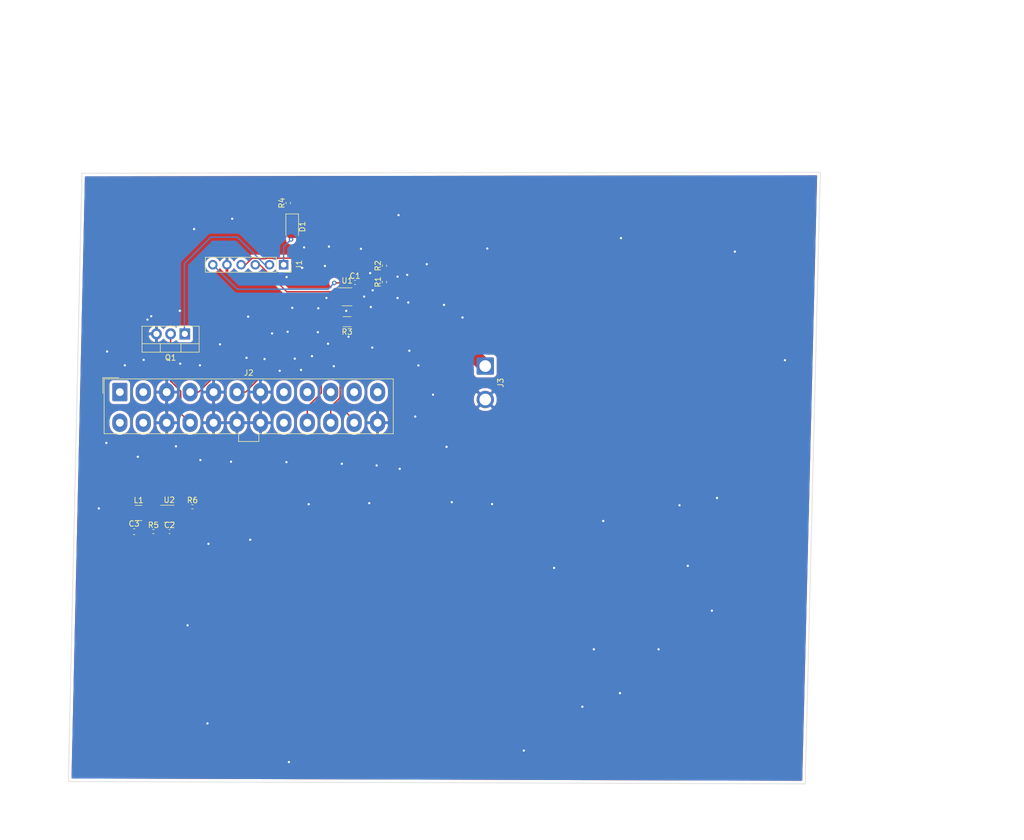
<source format=kicad_pcb>
(kicad_pcb (version 20171130) (host pcbnew 5.99.0+really5.1.10+dfsg1-1)

  (general
    (thickness 1.6)
    (drawings 4)
    (tracks 161)
    (zones 0)
    (modules 17)
    (nets 19)
  )

  (page A4)
  (layers
    (0 F.Cu signal)
    (31 B.Cu signal)
    (32 B.Adhes user)
    (33 F.Adhes user)
    (34 B.Paste user)
    (35 F.Paste user)
    (36 B.SilkS user)
    (37 F.SilkS user)
    (38 B.Mask user)
    (39 F.Mask user)
    (40 Dwgs.User user)
    (41 Cmts.User user)
    (42 Eco1.User user)
    (43 Eco2.User user)
    (44 Edge.Cuts user)
    (45 Margin user)
    (46 B.CrtYd user)
    (47 F.CrtYd user)
    (48 B.Fab user)
    (49 F.Fab user)
  )

  (setup
    (last_trace_width 0.25)
    (trace_clearance 0.2)
    (zone_clearance 0.508)
    (zone_45_only no)
    (trace_min 0.2)
    (via_size 0.8)
    (via_drill 0.4)
    (via_min_size 0.4)
    (via_min_drill 0.3)
    (uvia_size 0.3)
    (uvia_drill 0.1)
    (uvias_allowed no)
    (uvia_min_size 0.2)
    (uvia_min_drill 0.1)
    (edge_width 0.05)
    (segment_width 0.2)
    (pcb_text_width 0.3)
    (pcb_text_size 1.5 1.5)
    (mod_edge_width 0.12)
    (mod_text_size 1 1)
    (mod_text_width 0.15)
    (pad_size 1.524 1.524)
    (pad_drill 0.762)
    (pad_to_mask_clearance 0)
    (aux_axis_origin 0 0)
    (visible_elements FFFFFF7F)
    (pcbplotparams
      (layerselection 0x010f0_ffffffff)
      (usegerberextensions false)
      (usegerberattributes true)
      (usegerberadvancedattributes true)
      (creategerberjobfile true)
      (excludeedgelayer true)
      (linewidth 0.100000)
      (plotframeref false)
      (viasonmask false)
      (mode 1)
      (useauxorigin false)
      (hpglpennumber 1)
      (hpglpenspeed 20)
      (hpglpendiameter 15.000000)
      (psnegative false)
      (psa4output false)
      (plotreference true)
      (plotvalue true)
      (plotinvisibletext false)
      (padsonsilk false)
      (subtractmaskfromsilk false)
      (outputformat 1)
      (mirror false)
      (drillshape 0)
      (scaleselection 1)
      (outputdirectory "../out/"))
  )

  (net 0 "")
  (net 1 GND)
  (net 2 +3V3)
  (net 3 led)
  (net 4 "Net-(D1-Pad1)")
  (net 5 vsense)
  (net 6 asense)
  (net 7 pwr_ctl)
  (net 8 5VPSU)
  (net 9 "Net-(J2-Pad20)")
  (net 10 ps_ctl)
  (net 11 "Net-(J2-Pad14)")
  (net 12 "Net-(J2-Pad1)")
  (net 13 "Net-(J2-Pad10)")
  (net 14 "Net-(J2-Pad8)")
  (net 15 Anode)
  (net 16 5VSB)
  (net 17 "Net-(L1-Pad1)")
  (net 18 "Net-(R5-Pad2)")

  (net_class Default "This is the default net class."
    (clearance 0.2)
    (trace_width 0.25)
    (via_dia 0.8)
    (via_drill 0.4)
    (uvia_dia 0.3)
    (uvia_drill 0.1)
    (add_net +3V3)
    (add_net 5VPSU)
    (add_net 5VSB)
    (add_net Anode)
    (add_net GND)
    (add_net "Net-(D1-Pad1)")
    (add_net "Net-(J2-Pad1)")
    (add_net "Net-(J2-Pad10)")
    (add_net "Net-(J2-Pad14)")
    (add_net "Net-(J2-Pad20)")
    (add_net "Net-(J2-Pad8)")
    (add_net "Net-(L1-Pad1)")
    (add_net "Net-(R5-Pad2)")
    (add_net asense)
    (add_net led)
    (add_net ps_ctl)
    (add_net pwr_ctl)
    (add_net vsense)
  )

  (module Connector_Wire:SolderWire-1.5sqmm_1x02_P6mm_D1.7mm_OD3mm (layer F.Cu) (tedit 5EB70B43) (tstamp 60C53626)
    (at 148.85 106.48 270)
    (descr "Soldered wire connection, for 2 times 1.5 mm² wires, basic insulation, conductor diameter 1.7mm, outer diameter 3mm, size source Multi-Contact FLEXI-E 1.5 (https://ec.staubli.com/AcroFiles/Catalogues/TM_Cab-Main-11014119_(en)_hi.pdf), bend radius 3 times outer diameter, generated with kicad-footprint-generator")
    (tags "connector wire 1.5sqmm")
    (path /6096CD38/60CBC0B8)
    (attr virtual)
    (fp_text reference J3 (at 3 -2.75 90) (layer F.SilkS)
      (effects (font (size 1 1) (thickness 0.15)))
    )
    (fp_text value Conn_01x02_Male (at 3 2.75 90) (layer F.Fab)
      (effects (font (size 1 1) (thickness 0.15)))
    )
    (fp_text user %R (at 3 0) (layer F.Fab)
      (effects (font (size 1 1) (thickness 0.15)))
    )
    (fp_circle (center 0 0) (end 1.5 0) (layer F.Fab) (width 0.1))
    (fp_circle (center 6 0) (end 7.5 0) (layer F.Fab) (width 0.1))
    (fp_line (start -2.25 -2.05) (end -2.25 2.05) (layer F.CrtYd) (width 0.05))
    (fp_line (start -2.25 2.05) (end 2.25 2.05) (layer F.CrtYd) (width 0.05))
    (fp_line (start 2.25 2.05) (end 2.25 -2.05) (layer F.CrtYd) (width 0.05))
    (fp_line (start 2.25 -2.05) (end -2.25 -2.05) (layer F.CrtYd) (width 0.05))
    (fp_line (start 3.75 -2.05) (end 3.75 2.05) (layer F.CrtYd) (width 0.05))
    (fp_line (start 3.75 2.05) (end 8.25 2.05) (layer F.CrtYd) (width 0.05))
    (fp_line (start 8.25 2.05) (end 8.25 -2.05) (layer F.CrtYd) (width 0.05))
    (fp_line (start 8.25 -2.05) (end 3.75 -2.05) (layer F.CrtYd) (width 0.05))
    (pad 2 thru_hole circle (at 6 0 270) (size 3.1 3.1) (drill 2.1) (layers *.Cu *.Mask)
      (net 1 GND))
    (pad 1 thru_hole roundrect (at 0 0 270) (size 3.1 3.1) (drill 2.1) (layers *.Cu *.Mask) (roundrect_rratio 0.08064499999999999)
      (net 15 Anode))
    (model ${KISYS3DMOD}/Connector_Wire.3dshapes/SolderWire-1.5sqmm_1x02_P6mm_D1.7mm_OD3mm.wrl
      (at (xyz 0 0 0))
      (scale (xyz 1 1 1))
      (rotate (xyz 0 0 0))
    )
  )

  (module Package_TO_SOT_SMD:TSOT-23-5 (layer F.Cu) (tedit 5A02FF57) (tstamp 60C52F44)
    (at 92.21 132.95)
    (descr "5-pin TSOT23 package, http://cds.linear.com/docs/en/packaging/SOT_5_05-08-1635.pdf")
    (tags TSOT-23-5)
    (path /6096CFF2/60C1A2AC)
    (attr smd)
    (fp_text reference U2 (at 0 -2.45) (layer F.SilkS)
      (effects (font (size 1 1) (thickness 0.15)))
    )
    (fp_text value LTC3406ES5 (at 0 2.5) (layer F.Fab)
      (effects (font (size 1 1) (thickness 0.15)))
    )
    (fp_text user %R (at 0 0 90) (layer F.Fab)
      (effects (font (size 0.5 0.5) (thickness 0.075)))
    )
    (fp_line (start -0.88 1.56) (end 0.88 1.56) (layer F.SilkS) (width 0.12))
    (fp_line (start 0.88 -1.51) (end -1.55 -1.51) (layer F.SilkS) (width 0.12))
    (fp_line (start -0.88 -1) (end -0.43 -1.45) (layer F.Fab) (width 0.1))
    (fp_line (start 0.88 -1.45) (end -0.43 -1.45) (layer F.Fab) (width 0.1))
    (fp_line (start -0.88 -1) (end -0.88 1.45) (layer F.Fab) (width 0.1))
    (fp_line (start 0.88 1.45) (end -0.88 1.45) (layer F.Fab) (width 0.1))
    (fp_line (start 0.88 -1.45) (end 0.88 1.45) (layer F.Fab) (width 0.1))
    (fp_line (start -2.17 -1.7) (end 2.17 -1.7) (layer F.CrtYd) (width 0.05))
    (fp_line (start -2.17 -1.7) (end -2.17 1.7) (layer F.CrtYd) (width 0.05))
    (fp_line (start 2.17 1.7) (end 2.17 -1.7) (layer F.CrtYd) (width 0.05))
    (fp_line (start 2.17 1.7) (end -2.17 1.7) (layer F.CrtYd) (width 0.05))
    (pad 5 smd rect (at 1.31 -0.95) (size 1.22 0.65) (layers F.Cu F.Paste F.Mask)
      (net 18 "Net-(R5-Pad2)"))
    (pad 4 smd rect (at 1.31 0.95) (size 1.22 0.65) (layers F.Cu F.Paste F.Mask)
      (net 16 5VSB))
    (pad 3 smd rect (at -1.31 0.95) (size 1.22 0.65) (layers F.Cu F.Paste F.Mask)
      (net 17 "Net-(L1-Pad1)"))
    (pad 2 smd rect (at -1.31 0) (size 1.22 0.65) (layers F.Cu F.Paste F.Mask)
      (net 1 GND))
    (pad 1 smd rect (at -1.31 -0.95) (size 1.22 0.65) (layers F.Cu F.Paste F.Mask)
      (net 16 5VSB))
    (model ${KISYS3DMOD}/Package_TO_SOT_SMD.3dshapes/TSOT-23-5.wrl
      (at (xyz 0 0 0))
      (scale (xyz 1 1 1))
      (rotate (xyz 0 0 0))
    )
  )

  (module Resistor_SMD:R_0402_1005Metric (layer F.Cu) (tedit 5F68FEEE) (tstamp 60C52F05)
    (at 96.36 131.72)
    (descr "Resistor SMD 0402 (1005 Metric), square (rectangular) end terminal, IPC_7351 nominal, (Body size source: IPC-SM-782 page 72, https://www.pcb-3d.com/wordpress/wp-content/uploads/ipc-sm-782a_amendment_1_and_2.pdf), generated with kicad-footprint-generator")
    (tags resistor)
    (path /6096CFF2/60C192AA)
    (attr smd)
    (fp_text reference R6 (at 0 -1.17) (layer F.SilkS)
      (effects (font (size 1 1) (thickness 0.15)))
    )
    (fp_text value R (at 0 1.17) (layer F.Fab)
      (effects (font (size 1 1) (thickness 0.15)))
    )
    (fp_text user %R (at 0 0) (layer F.Fab)
      (effects (font (size 0.26 0.26) (thickness 0.04)))
    )
    (fp_line (start -0.525 0.27) (end -0.525 -0.27) (layer F.Fab) (width 0.1))
    (fp_line (start -0.525 -0.27) (end 0.525 -0.27) (layer F.Fab) (width 0.1))
    (fp_line (start 0.525 -0.27) (end 0.525 0.27) (layer F.Fab) (width 0.1))
    (fp_line (start 0.525 0.27) (end -0.525 0.27) (layer F.Fab) (width 0.1))
    (fp_line (start -0.153641 -0.38) (end 0.153641 -0.38) (layer F.SilkS) (width 0.12))
    (fp_line (start -0.153641 0.38) (end 0.153641 0.38) (layer F.SilkS) (width 0.12))
    (fp_line (start -0.93 0.47) (end -0.93 -0.47) (layer F.CrtYd) (width 0.05))
    (fp_line (start -0.93 -0.47) (end 0.93 -0.47) (layer F.CrtYd) (width 0.05))
    (fp_line (start 0.93 -0.47) (end 0.93 0.47) (layer F.CrtYd) (width 0.05))
    (fp_line (start 0.93 0.47) (end -0.93 0.47) (layer F.CrtYd) (width 0.05))
    (pad 2 smd roundrect (at 0.51 0) (size 0.54 0.64) (layers F.Cu F.Paste F.Mask) (roundrect_rratio 0.25)
      (net 1 GND))
    (pad 1 smd roundrect (at -0.51 0) (size 0.54 0.64) (layers F.Cu F.Paste F.Mask) (roundrect_rratio 0.25)
      (net 18 "Net-(R5-Pad2)"))
    (model ${KISYS3DMOD}/Resistor_SMD.3dshapes/R_0402_1005Metric.wrl
      (at (xyz 0 0 0))
      (scale (xyz 1 1 1))
      (rotate (xyz 0 0 0))
    )
  )

  (module Resistor_SMD:R_0402_1005Metric (layer F.Cu) (tedit 5F68FEEE) (tstamp 60C52EF4)
    (at 89.37 136.17)
    (descr "Resistor SMD 0402 (1005 Metric), square (rectangular) end terminal, IPC_7351 nominal, (Body size source: IPC-SM-782 page 72, https://www.pcb-3d.com/wordpress/wp-content/uploads/ipc-sm-782a_amendment_1_and_2.pdf), generated with kicad-footprint-generator")
    (tags resistor)
    (path /6096CFF2/60C19131)
    (attr smd)
    (fp_text reference R5 (at 0 -1.17) (layer F.SilkS)
      (effects (font (size 1 1) (thickness 0.15)))
    )
    (fp_text value R (at 0 1.17) (layer F.Fab)
      (effects (font (size 1 1) (thickness 0.15)))
    )
    (fp_text user %R (at 0 0) (layer F.Fab)
      (effects (font (size 0.26 0.26) (thickness 0.04)))
    )
    (fp_line (start -0.525 0.27) (end -0.525 -0.27) (layer F.Fab) (width 0.1))
    (fp_line (start -0.525 -0.27) (end 0.525 -0.27) (layer F.Fab) (width 0.1))
    (fp_line (start 0.525 -0.27) (end 0.525 0.27) (layer F.Fab) (width 0.1))
    (fp_line (start 0.525 0.27) (end -0.525 0.27) (layer F.Fab) (width 0.1))
    (fp_line (start -0.153641 -0.38) (end 0.153641 -0.38) (layer F.SilkS) (width 0.12))
    (fp_line (start -0.153641 0.38) (end 0.153641 0.38) (layer F.SilkS) (width 0.12))
    (fp_line (start -0.93 0.47) (end -0.93 -0.47) (layer F.CrtYd) (width 0.05))
    (fp_line (start -0.93 -0.47) (end 0.93 -0.47) (layer F.CrtYd) (width 0.05))
    (fp_line (start 0.93 -0.47) (end 0.93 0.47) (layer F.CrtYd) (width 0.05))
    (fp_line (start 0.93 0.47) (end -0.93 0.47) (layer F.CrtYd) (width 0.05))
    (pad 2 smd roundrect (at 0.51 0) (size 0.54 0.64) (layers F.Cu F.Paste F.Mask) (roundrect_rratio 0.25)
      (net 18 "Net-(R5-Pad2)"))
    (pad 1 smd roundrect (at -0.51 0) (size 0.54 0.64) (layers F.Cu F.Paste F.Mask) (roundrect_rratio 0.25)
      (net 2 +3V3))
    (model ${KISYS3DMOD}/Resistor_SMD.3dshapes/R_0402_1005Metric.wrl
      (at (xyz 0 0 0))
      (scale (xyz 1 1 1))
      (rotate (xyz 0 0 0))
    )
  )

  (module Inductor_SMD:L_1210_3225Metric (layer F.Cu) (tedit 5F68FEF0) (tstamp 60C52E31)
    (at 86.71 132.83)
    (descr "Inductor SMD 1210 (3225 Metric), square (rectangular) end terminal, IPC_7351 nominal, (Body size source: http://www.tortai-tech.com/upload/download/2011102023233369053.pdf), generated with kicad-footprint-generator")
    (tags inductor)
    (path /6096CFF2/60C1CB9D)
    (attr smd)
    (fp_text reference L1 (at 0 -2.28) (layer F.SilkS)
      (effects (font (size 1 1) (thickness 0.15)))
    )
    (fp_text value L (at 0 2.28) (layer F.Fab)
      (effects (font (size 1 1) (thickness 0.15)))
    )
    (fp_text user %R (at 0 0) (layer F.Fab)
      (effects (font (size 0.8 0.8) (thickness 0.12)))
    )
    (fp_line (start -1.6 1.25) (end -1.6 -1.25) (layer F.Fab) (width 0.1))
    (fp_line (start -1.6 -1.25) (end 1.6 -1.25) (layer F.Fab) (width 0.1))
    (fp_line (start 1.6 -1.25) (end 1.6 1.25) (layer F.Fab) (width 0.1))
    (fp_line (start 1.6 1.25) (end -1.6 1.25) (layer F.Fab) (width 0.1))
    (fp_line (start -0.602064 -1.36) (end 0.602064 -1.36) (layer F.SilkS) (width 0.12))
    (fp_line (start -0.602064 1.36) (end 0.602064 1.36) (layer F.SilkS) (width 0.12))
    (fp_line (start -2.28 1.58) (end -2.28 -1.58) (layer F.CrtYd) (width 0.05))
    (fp_line (start -2.28 -1.58) (end 2.28 -1.58) (layer F.CrtYd) (width 0.05))
    (fp_line (start 2.28 -1.58) (end 2.28 1.58) (layer F.CrtYd) (width 0.05))
    (fp_line (start 2.28 1.58) (end -2.28 1.58) (layer F.CrtYd) (width 0.05))
    (pad 2 smd roundrect (at 1.4 0) (size 1.25 2.65) (layers F.Cu F.Paste F.Mask) (roundrect_rratio 0.2)
      (net 2 +3V3))
    (pad 1 smd roundrect (at -1.4 0) (size 1.25 2.65) (layers F.Cu F.Paste F.Mask) (roundrect_rratio 0.2)
      (net 17 "Net-(L1-Pad1)"))
    (model ${KISYS3DMOD}/Inductor_SMD.3dshapes/L_1210_3225Metric.wrl
      (at (xyz 0 0 0))
      (scale (xyz 1 1 1))
      (rotate (xyz 0 0 0))
    )
  )

  (module Capacitor_SMD:C_0603_1608Metric (layer F.Cu) (tedit 5F68FEEE) (tstamp 60C52C60)
    (at 85.91 136.19)
    (descr "Capacitor SMD 0603 (1608 Metric), square (rectangular) end terminal, IPC_7351 nominal, (Body size source: IPC-SM-782 page 76, https://www.pcb-3d.com/wordpress/wp-content/uploads/ipc-sm-782a_amendment_1_and_2.pdf), generated with kicad-footprint-generator")
    (tags capacitor)
    (path /6096CFF2/60C18F57)
    (attr smd)
    (fp_text reference C3 (at 0 -1.43) (layer F.SilkS)
      (effects (font (size 1 1) (thickness 0.15)))
    )
    (fp_text value C (at 0 1.43) (layer F.Fab)
      (effects (font (size 1 1) (thickness 0.15)))
    )
    (fp_text user %R (at 0 0) (layer F.Fab)
      (effects (font (size 0.4 0.4) (thickness 0.06)))
    )
    (fp_line (start -0.8 0.4) (end -0.8 -0.4) (layer F.Fab) (width 0.1))
    (fp_line (start -0.8 -0.4) (end 0.8 -0.4) (layer F.Fab) (width 0.1))
    (fp_line (start 0.8 -0.4) (end 0.8 0.4) (layer F.Fab) (width 0.1))
    (fp_line (start 0.8 0.4) (end -0.8 0.4) (layer F.Fab) (width 0.1))
    (fp_line (start -0.14058 -0.51) (end 0.14058 -0.51) (layer F.SilkS) (width 0.12))
    (fp_line (start -0.14058 0.51) (end 0.14058 0.51) (layer F.SilkS) (width 0.12))
    (fp_line (start -1.48 0.73) (end -1.48 -0.73) (layer F.CrtYd) (width 0.05))
    (fp_line (start -1.48 -0.73) (end 1.48 -0.73) (layer F.CrtYd) (width 0.05))
    (fp_line (start 1.48 -0.73) (end 1.48 0.73) (layer F.CrtYd) (width 0.05))
    (fp_line (start 1.48 0.73) (end -1.48 0.73) (layer F.CrtYd) (width 0.05))
    (pad 2 smd roundrect (at 0.775 0) (size 0.9 0.95) (layers F.Cu F.Paste F.Mask) (roundrect_rratio 0.25)
      (net 1 GND))
    (pad 1 smd roundrect (at -0.775 0) (size 0.9 0.95) (layers F.Cu F.Paste F.Mask) (roundrect_rratio 0.25)
      (net 2 +3V3))
    (model ${KISYS3DMOD}/Capacitor_SMD.3dshapes/C_0603_1608Metric.wrl
      (at (xyz 0 0 0))
      (scale (xyz 1 1 1))
      (rotate (xyz 0 0 0))
    )
  )

  (module Capacitor_SMD:C_0402_1005Metric (layer F.Cu) (tedit 5F68FEEE) (tstamp 60C52C4F)
    (at 92.26 136.16)
    (descr "Capacitor SMD 0402 (1005 Metric), square (rectangular) end terminal, IPC_7351 nominal, (Body size source: IPC-SM-782 page 76, https://www.pcb-3d.com/wordpress/wp-content/uploads/ipc-sm-782a_amendment_1_and_2.pdf), generated with kicad-footprint-generator")
    (tags capacitor)
    (path /6096CFF2/60C18CE1)
    (attr smd)
    (fp_text reference C2 (at 0 -1.16) (layer F.SilkS)
      (effects (font (size 1 1) (thickness 0.15)))
    )
    (fp_text value C (at 0 1.16) (layer F.Fab)
      (effects (font (size 1 1) (thickness 0.15)))
    )
    (fp_text user %R (at 0 0) (layer F.Fab)
      (effects (font (size 0.25 0.25) (thickness 0.04)))
    )
    (fp_line (start -0.5 0.25) (end -0.5 -0.25) (layer F.Fab) (width 0.1))
    (fp_line (start -0.5 -0.25) (end 0.5 -0.25) (layer F.Fab) (width 0.1))
    (fp_line (start 0.5 -0.25) (end 0.5 0.25) (layer F.Fab) (width 0.1))
    (fp_line (start 0.5 0.25) (end -0.5 0.25) (layer F.Fab) (width 0.1))
    (fp_line (start -0.107836 -0.36) (end 0.107836 -0.36) (layer F.SilkS) (width 0.12))
    (fp_line (start -0.107836 0.36) (end 0.107836 0.36) (layer F.SilkS) (width 0.12))
    (fp_line (start -0.91 0.46) (end -0.91 -0.46) (layer F.CrtYd) (width 0.05))
    (fp_line (start -0.91 -0.46) (end 0.91 -0.46) (layer F.CrtYd) (width 0.05))
    (fp_line (start 0.91 -0.46) (end 0.91 0.46) (layer F.CrtYd) (width 0.05))
    (fp_line (start 0.91 0.46) (end -0.91 0.46) (layer F.CrtYd) (width 0.05))
    (pad 2 smd roundrect (at 0.48 0) (size 0.56 0.62) (layers F.Cu F.Paste F.Mask) (roundrect_rratio 0.25)
      (net 1 GND))
    (pad 1 smd roundrect (at -0.48 0) (size 0.56 0.62) (layers F.Cu F.Paste F.Mask) (roundrect_rratio 0.25)
      (net 16 5VSB))
    (model ${KISYS3DMOD}/Capacitor_SMD.3dshapes/C_0402_1005Metric.wrl
      (at (xyz 0 0 0))
      (scale (xyz 1 1 1))
      (rotate (xyz 0 0 0))
    )
  )

  (module Package_TO_SOT_SMD:SOT-23-6 (layer F.Cu) (tedit 5A02FF57) (tstamp 60A09C53)
    (at 124.08 94.06)
    (descr "6-pin SOT-23 package")
    (tags SOT-23-6)
    (path /6096D7CE/6096FFE7)
    (attr smd)
    (fp_text reference U1 (at 0 -2.9) (layer F.SilkS)
      (effects (font (size 1 1) (thickness 0.15)))
    )
    (fp_text value INA181 (at 0 2.9) (layer F.Fab)
      (effects (font (size 1 1) (thickness 0.15)))
    )
    (fp_line (start 0.9 -1.55) (end 0.9 1.55) (layer F.Fab) (width 0.1))
    (fp_line (start 0.9 1.55) (end -0.9 1.55) (layer F.Fab) (width 0.1))
    (fp_line (start -0.9 -0.9) (end -0.9 1.55) (layer F.Fab) (width 0.1))
    (fp_line (start 0.9 -1.55) (end -0.25 -1.55) (layer F.Fab) (width 0.1))
    (fp_line (start -0.9 -0.9) (end -0.25 -1.55) (layer F.Fab) (width 0.1))
    (fp_line (start -1.9 -1.8) (end -1.9 1.8) (layer F.CrtYd) (width 0.05))
    (fp_line (start -1.9 1.8) (end 1.9 1.8) (layer F.CrtYd) (width 0.05))
    (fp_line (start 1.9 1.8) (end 1.9 -1.8) (layer F.CrtYd) (width 0.05))
    (fp_line (start 1.9 -1.8) (end -1.9 -1.8) (layer F.CrtYd) (width 0.05))
    (fp_line (start 0.9 -1.61) (end -1.55 -1.61) (layer F.SilkS) (width 0.12))
    (fp_line (start -0.9 1.61) (end 0.9 1.61) (layer F.SilkS) (width 0.12))
    (fp_text user %R (at 0 0 90) (layer F.Fab)
      (effects (font (size 0.5 0.5) (thickness 0.075)))
    )
    (pad 5 smd rect (at 1.1 0) (size 1.06 0.65) (layers F.Cu F.Paste F.Mask)
      (net 1 GND))
    (pad 6 smd rect (at 1.1 -0.95) (size 1.06 0.65) (layers F.Cu F.Paste F.Mask)
      (net 2 +3V3))
    (pad 4 smd rect (at 1.1 0.95) (size 1.06 0.65) (layers F.Cu F.Paste F.Mask)
      (net 15 Anode))
    (pad 3 smd rect (at -1.1 0.95) (size 1.06 0.65) (layers F.Cu F.Paste F.Mask)
      (net 8 5VPSU))
    (pad 2 smd rect (at -1.1 0) (size 1.06 0.65) (layers F.Cu F.Paste F.Mask)
      (net 1 GND))
    (pad 1 smd rect (at -1.1 -0.95) (size 1.06 0.65) (layers F.Cu F.Paste F.Mask)
      (net 6 asense))
    (model ${KISYS3DMOD}/Package_TO_SOT_SMD.3dshapes/SOT-23-6.wrl
      (at (xyz 0 0 0))
      (scale (xyz 1 1 1))
      (rotate (xyz 0 0 0))
    )
  )

  (module Resistor_SMD:R_0402_1005Metric (layer F.Cu) (tedit 5F68FEEE) (tstamp 60A09C3D)
    (at 113.54 77.23 90)
    (descr "Resistor SMD 0402 (1005 Metric), square (rectangular) end terminal, IPC_7351 nominal, (Body size source: IPC-SM-782 page 72, https://www.pcb-3d.com/wordpress/wp-content/uploads/ipc-sm-782a_amendment_1_and_2.pdf), generated with kicad-footprint-generator")
    (tags resistor)
    (path /6096D94A/60A0E1B6)
    (attr smd)
    (fp_text reference R4 (at 0 -1.17 90) (layer F.SilkS)
      (effects (font (size 1 1) (thickness 0.15)))
    )
    (fp_text value 1kOhm (at 0 1.17 90) (layer F.Fab)
      (effects (font (size 1 1) (thickness 0.15)))
    )
    (fp_line (start 0.93 0.47) (end -0.93 0.47) (layer F.CrtYd) (width 0.05))
    (fp_line (start 0.93 -0.47) (end 0.93 0.47) (layer F.CrtYd) (width 0.05))
    (fp_line (start -0.93 -0.47) (end 0.93 -0.47) (layer F.CrtYd) (width 0.05))
    (fp_line (start -0.93 0.47) (end -0.93 -0.47) (layer F.CrtYd) (width 0.05))
    (fp_line (start -0.153641 0.38) (end 0.153641 0.38) (layer F.SilkS) (width 0.12))
    (fp_line (start -0.153641 -0.38) (end 0.153641 -0.38) (layer F.SilkS) (width 0.12))
    (fp_line (start 0.525 0.27) (end -0.525 0.27) (layer F.Fab) (width 0.1))
    (fp_line (start 0.525 -0.27) (end 0.525 0.27) (layer F.Fab) (width 0.1))
    (fp_line (start -0.525 -0.27) (end 0.525 -0.27) (layer F.Fab) (width 0.1))
    (fp_line (start -0.525 0.27) (end -0.525 -0.27) (layer F.Fab) (width 0.1))
    (fp_text user %R (at 0 0 90) (layer F.Fab)
      (effects (font (size 0.26 0.26) (thickness 0.04)))
    )
    (pad 2 smd roundrect (at 0.51 0 90) (size 0.54 0.64) (layers F.Cu F.Paste F.Mask) (roundrect_rratio 0.25)
      (net 1 GND))
    (pad 1 smd roundrect (at -0.51 0 90) (size 0.54 0.64) (layers F.Cu F.Paste F.Mask) (roundrect_rratio 0.25)
      (net 4 "Net-(D1-Pad1)"))
    (model ${KISYS3DMOD}/Resistor_SMD.3dshapes/R_0402_1005Metric.wrl
      (at (xyz 0 0 0))
      (scale (xyz 1 1 1))
      (rotate (xyz 0 0 0))
    )
  )

  (module Resistor_SMD:R_1206_3216Metric (layer F.Cu) (tedit 5F68FEEE) (tstamp 60A09C2C)
    (at 124.08 98.52 180)
    (descr "Resistor SMD 1206 (3216 Metric), square (rectangular) end terminal, IPC_7351 nominal, (Body size source: IPC-SM-782 page 72, https://www.pcb-3d.com/wordpress/wp-content/uploads/ipc-sm-782a_amendment_1_and_2.pdf), generated with kicad-footprint-generator")
    (tags resistor)
    (path /6096D7CE/609D8FAA)
    (attr smd)
    (fp_text reference R3 (at 0 -1.82) (layer F.SilkS)
      (effects (font (size 1 1) (thickness 0.15)))
    )
    (fp_text value 0.001Ohm (at 0 1.82) (layer F.Fab)
      (effects (font (size 1 1) (thickness 0.15)))
    )
    (fp_line (start 2.28 1.12) (end -2.28 1.12) (layer F.CrtYd) (width 0.05))
    (fp_line (start 2.28 -1.12) (end 2.28 1.12) (layer F.CrtYd) (width 0.05))
    (fp_line (start -2.28 -1.12) (end 2.28 -1.12) (layer F.CrtYd) (width 0.05))
    (fp_line (start -2.28 1.12) (end -2.28 -1.12) (layer F.CrtYd) (width 0.05))
    (fp_line (start -0.727064 0.91) (end 0.727064 0.91) (layer F.SilkS) (width 0.12))
    (fp_line (start -0.727064 -0.91) (end 0.727064 -0.91) (layer F.SilkS) (width 0.12))
    (fp_line (start 1.6 0.8) (end -1.6 0.8) (layer F.Fab) (width 0.1))
    (fp_line (start 1.6 -0.8) (end 1.6 0.8) (layer F.Fab) (width 0.1))
    (fp_line (start -1.6 -0.8) (end 1.6 -0.8) (layer F.Fab) (width 0.1))
    (fp_line (start -1.6 0.8) (end -1.6 -0.8) (layer F.Fab) (width 0.1))
    (fp_text user %R (at 0 0) (layer F.Fab)
      (effects (font (size 0.8 0.8) (thickness 0.12)))
    )
    (pad 2 smd roundrect (at 1.4625 0 180) (size 1.125 1.75) (layers F.Cu F.Paste F.Mask) (roundrect_rratio 0.2222204444444444)
      (net 8 5VPSU))
    (pad 1 smd roundrect (at -1.4625 0 180) (size 1.125 1.75) (layers F.Cu F.Paste F.Mask) (roundrect_rratio 0.2222204444444444)
      (net 15 Anode))
    (model ${KISYS3DMOD}/Resistor_SMD.3dshapes/R_1206_3216Metric.wrl
      (at (xyz 0 0 0))
      (scale (xyz 1 1 1))
      (rotate (xyz 0 0 0))
    )
  )

  (module Resistor_SMD:R_0402_1005Metric (layer F.Cu) (tedit 5F68FEEE) (tstamp 60A09C1B)
    (at 130.78 88.49 90)
    (descr "Resistor SMD 0402 (1005 Metric), square (rectangular) end terminal, IPC_7351 nominal, (Body size source: IPC-SM-782 page 72, https://www.pcb-3d.com/wordpress/wp-content/uploads/ipc-sm-782a_amendment_1_and_2.pdf), generated with kicad-footprint-generator")
    (tags resistor)
    (path /6096D656/60A0EAED)
    (attr smd)
    (fp_text reference R2 (at 0 -1.17 90) (layer F.SilkS)
      (effects (font (size 1 1) (thickness 0.15)))
    )
    (fp_text value 10kOhm (at 0 1.17 90) (layer F.Fab)
      (effects (font (size 1 1) (thickness 0.15)))
    )
    (fp_line (start 0.93 0.47) (end -0.93 0.47) (layer F.CrtYd) (width 0.05))
    (fp_line (start 0.93 -0.47) (end 0.93 0.47) (layer F.CrtYd) (width 0.05))
    (fp_line (start -0.93 -0.47) (end 0.93 -0.47) (layer F.CrtYd) (width 0.05))
    (fp_line (start -0.93 0.47) (end -0.93 -0.47) (layer F.CrtYd) (width 0.05))
    (fp_line (start -0.153641 0.38) (end 0.153641 0.38) (layer F.SilkS) (width 0.12))
    (fp_line (start -0.153641 -0.38) (end 0.153641 -0.38) (layer F.SilkS) (width 0.12))
    (fp_line (start 0.525 0.27) (end -0.525 0.27) (layer F.Fab) (width 0.1))
    (fp_line (start 0.525 -0.27) (end 0.525 0.27) (layer F.Fab) (width 0.1))
    (fp_line (start -0.525 -0.27) (end 0.525 -0.27) (layer F.Fab) (width 0.1))
    (fp_line (start -0.525 0.27) (end -0.525 -0.27) (layer F.Fab) (width 0.1))
    (fp_text user %R (at 0 0 90) (layer F.Fab)
      (effects (font (size 0.26 0.26) (thickness 0.04)))
    )
    (pad 2 smd roundrect (at 0.51 0 90) (size 0.54 0.64) (layers F.Cu F.Paste F.Mask) (roundrect_rratio 0.25)
      (net 1 GND))
    (pad 1 smd roundrect (at -0.51 0 90) (size 0.54 0.64) (layers F.Cu F.Paste F.Mask) (roundrect_rratio 0.25)
      (net 5 vsense))
    (model ${KISYS3DMOD}/Resistor_SMD.3dshapes/R_0402_1005Metric.wrl
      (at (xyz 0 0 0))
      (scale (xyz 1 1 1))
      (rotate (xyz 0 0 0))
    )
  )

  (module Resistor_SMD:R_0402_1005Metric (layer F.Cu) (tedit 5F68FEEE) (tstamp 60A09C0A)
    (at 130.78 91.4 90)
    (descr "Resistor SMD 0402 (1005 Metric), square (rectangular) end terminal, IPC_7351 nominal, (Body size source: IPC-SM-782 page 72, https://www.pcb-3d.com/wordpress/wp-content/uploads/ipc-sm-782a_amendment_1_and_2.pdf), generated with kicad-footprint-generator")
    (tags resistor)
    (path /6096D656/60A0E91D)
    (attr smd)
    (fp_text reference R1 (at 0 -1.17 90) (layer F.SilkS)
      (effects (font (size 1 1) (thickness 0.15)))
    )
    (fp_text value 10kOhm (at 0 1.17 90) (layer F.Fab)
      (effects (font (size 1 1) (thickness 0.15)))
    )
    (fp_line (start 0.93 0.47) (end -0.93 0.47) (layer F.CrtYd) (width 0.05))
    (fp_line (start 0.93 -0.47) (end 0.93 0.47) (layer F.CrtYd) (width 0.05))
    (fp_line (start -0.93 -0.47) (end 0.93 -0.47) (layer F.CrtYd) (width 0.05))
    (fp_line (start -0.93 0.47) (end -0.93 -0.47) (layer F.CrtYd) (width 0.05))
    (fp_line (start -0.153641 0.38) (end 0.153641 0.38) (layer F.SilkS) (width 0.12))
    (fp_line (start -0.153641 -0.38) (end 0.153641 -0.38) (layer F.SilkS) (width 0.12))
    (fp_line (start 0.525 0.27) (end -0.525 0.27) (layer F.Fab) (width 0.1))
    (fp_line (start 0.525 -0.27) (end 0.525 0.27) (layer F.Fab) (width 0.1))
    (fp_line (start -0.525 -0.27) (end 0.525 -0.27) (layer F.Fab) (width 0.1))
    (fp_line (start -0.525 0.27) (end -0.525 -0.27) (layer F.Fab) (width 0.1))
    (fp_text user %R (at 0 0 90) (layer F.Fab)
      (effects (font (size 0.26 0.26) (thickness 0.04)))
    )
    (pad 2 smd roundrect (at 0.51 0 90) (size 0.54 0.64) (layers F.Cu F.Paste F.Mask) (roundrect_rratio 0.25)
      (net 5 vsense))
    (pad 1 smd roundrect (at -0.51 0 90) (size 0.54 0.64) (layers F.Cu F.Paste F.Mask) (roundrect_rratio 0.25)
      (net 15 Anode))
    (model ${KISYS3DMOD}/Resistor_SMD.3dshapes/R_0402_1005Metric.wrl
      (at (xyz 0 0 0))
      (scale (xyz 1 1 1))
      (rotate (xyz 0 0 0))
    )
  )

  (module Package_TO_SOT_THT:TO-220-3_Vertical (layer F.Cu) (tedit 5AC8BA0D) (tstamp 60A09BF9)
    (at 94.99 100.71 180)
    (descr "TO-220-3, Vertical, RM 2.54mm, see https://www.vishay.com/docs/66542/to-220-1.pdf")
    (tags "TO-220-3 Vertical RM 2.54mm")
    (path /6096CE73/60A12E1C)
    (fp_text reference Q1 (at 2.54 -4.27) (layer F.SilkS)
      (effects (font (size 1 1) (thickness 0.15)))
    )
    (fp_text value FQP27P06 (at 2.54 2.5) (layer F.Fab)
      (effects (font (size 1 1) (thickness 0.15)))
    )
    (fp_line (start 7.79 -3.4) (end -2.71 -3.4) (layer F.CrtYd) (width 0.05))
    (fp_line (start 7.79 1.51) (end 7.79 -3.4) (layer F.CrtYd) (width 0.05))
    (fp_line (start -2.71 1.51) (end 7.79 1.51) (layer F.CrtYd) (width 0.05))
    (fp_line (start -2.71 -3.4) (end -2.71 1.51) (layer F.CrtYd) (width 0.05))
    (fp_line (start 4.391 -3.27) (end 4.391 -1.76) (layer F.SilkS) (width 0.12))
    (fp_line (start 0.69 -3.27) (end 0.69 -1.76) (layer F.SilkS) (width 0.12))
    (fp_line (start -2.58 -1.76) (end 7.66 -1.76) (layer F.SilkS) (width 0.12))
    (fp_line (start 7.66 -3.27) (end 7.66 1.371) (layer F.SilkS) (width 0.12))
    (fp_line (start -2.58 -3.27) (end -2.58 1.371) (layer F.SilkS) (width 0.12))
    (fp_line (start -2.58 1.371) (end 7.66 1.371) (layer F.SilkS) (width 0.12))
    (fp_line (start -2.58 -3.27) (end 7.66 -3.27) (layer F.SilkS) (width 0.12))
    (fp_line (start 4.39 -3.15) (end 4.39 -1.88) (layer F.Fab) (width 0.1))
    (fp_line (start 0.69 -3.15) (end 0.69 -1.88) (layer F.Fab) (width 0.1))
    (fp_line (start -2.46 -1.88) (end 7.54 -1.88) (layer F.Fab) (width 0.1))
    (fp_line (start 7.54 -3.15) (end -2.46 -3.15) (layer F.Fab) (width 0.1))
    (fp_line (start 7.54 1.25) (end 7.54 -3.15) (layer F.Fab) (width 0.1))
    (fp_line (start -2.46 1.25) (end 7.54 1.25) (layer F.Fab) (width 0.1))
    (fp_line (start -2.46 -3.15) (end -2.46 1.25) (layer F.Fab) (width 0.1))
    (fp_text user %R (at 2.54 -4.27) (layer F.Fab)
      (effects (font (size 1 1) (thickness 0.15)))
    )
    (pad 3 thru_hole oval (at 5.08 0 180) (size 1.905 2) (drill 1.1) (layers *.Cu *.Mask)
      (net 1 GND))
    (pad 2 thru_hole oval (at 2.54 0 180) (size 1.905 2) (drill 1.1) (layers *.Cu *.Mask)
      (net 10 ps_ctl))
    (pad 1 thru_hole rect (at 0 0 180) (size 1.905 2) (drill 1.1) (layers *.Cu *.Mask)
      (net 7 pwr_ctl))
    (model ${KISYS3DMOD}/Package_TO_SOT_THT.3dshapes/TO-220-3_Vertical.wrl
      (at (xyz 0 0 0))
      (scale (xyz 1 1 1))
      (rotate (xyz 0 0 0))
    )
  )

  (module Connector_Molex:Molex_Mini-Fit_Jr_5566-24A_2x12_P4.20mm_Vertical (layer F.Cu) (tedit 5B781992) (tstamp 60A09BD5)
    (at 83.35 111.15)
    (descr "Molex Mini-Fit Jr. Power Connectors, old mpn/engineering number: 5566-24A, example for new mpn: 39-28-x24x, 12 Pins per row, Mounting:  (http://www.molex.com/pdm_docs/sd/039281043_sd.pdf), generated with kicad-footprint-generator")
    (tags "connector Molex Mini-Fit_Jr side entry")
    (path /6096CADA/60970A62)
    (fp_text reference J2 (at 23.1 -3.45) (layer F.SilkS)
      (effects (font (size 1 1) (thickness 0.15)))
    )
    (fp_text value ATX-24 (at 23.1 9.95) (layer F.Fab)
      (effects (font (size 1 1) (thickness 0.15)))
    )
    (fp_line (start 49.4 -2.75) (end -3.2 -2.75) (layer F.CrtYd) (width 0.05))
    (fp_line (start 49.4 9.25) (end 49.4 -2.75) (layer F.CrtYd) (width 0.05))
    (fp_line (start -3.2 9.25) (end 49.4 9.25) (layer F.CrtYd) (width 0.05))
    (fp_line (start -3.2 -2.75) (end -3.2 9.25) (layer F.CrtYd) (width 0.05))
    (fp_line (start -3.05 -2.6) (end -3.05 0.25) (layer F.Fab) (width 0.1))
    (fp_line (start -0.2 -2.6) (end -3.05 -2.6) (layer F.Fab) (width 0.1))
    (fp_line (start -3.05 -2.6) (end -3.05 0.25) (layer F.SilkS) (width 0.12))
    (fp_line (start -0.2 -2.6) (end -3.05 -2.6) (layer F.SilkS) (width 0.12))
    (fp_line (start 24.91 8.86) (end 23.1 8.86) (layer F.SilkS) (width 0.12))
    (fp_line (start 24.91 7.46) (end 24.91 8.86) (layer F.SilkS) (width 0.12))
    (fp_line (start 49.01 7.46) (end 24.91 7.46) (layer F.SilkS) (width 0.12))
    (fp_line (start 49.01 -2.36) (end 49.01 7.46) (layer F.SilkS) (width 0.12))
    (fp_line (start 23.1 -2.36) (end 49.01 -2.36) (layer F.SilkS) (width 0.12))
    (fp_line (start 21.29 8.86) (end 23.1 8.86) (layer F.SilkS) (width 0.12))
    (fp_line (start 21.29 7.46) (end 21.29 8.86) (layer F.SilkS) (width 0.12))
    (fp_line (start -2.81 7.46) (end 21.29 7.46) (layer F.SilkS) (width 0.12))
    (fp_line (start -2.81 -2.36) (end -2.81 7.46) (layer F.SilkS) (width 0.12))
    (fp_line (start 23.1 -2.36) (end -2.81 -2.36) (layer F.SilkS) (width 0.12))
    (fp_line (start 47.85 6.5) (end 44.55 6.5) (layer F.Fab) (width 0.1))
    (fp_line (start 47.85 4.025) (end 47.85 6.5) (layer F.Fab) (width 0.1))
    (fp_line (start 47.025 3.2) (end 47.85 4.025) (layer F.Fab) (width 0.1))
    (fp_line (start 45.375 3.2) (end 47.025 3.2) (layer F.Fab) (width 0.1))
    (fp_line (start 44.55 4.025) (end 45.375 3.2) (layer F.Fab) (width 0.1))
    (fp_line (start 44.55 6.5) (end 44.55 4.025) (layer F.Fab) (width 0.1))
    (fp_line (start 47.85 -1) (end 44.55 -1) (layer F.Fab) (width 0.1))
    (fp_line (start 47.85 2.3) (end 47.85 -1) (layer F.Fab) (width 0.1))
    (fp_line (start 44.55 2.3) (end 47.85 2.3) (layer F.Fab) (width 0.1))
    (fp_line (start 44.55 -1) (end 44.55 2.3) (layer F.Fab) (width 0.1))
    (fp_line (start 43.65 2.3) (end 40.35 2.3) (layer F.Fab) (width 0.1))
    (fp_line (start 43.65 -0.175) (end 43.65 2.3) (layer F.Fab) (width 0.1))
    (fp_line (start 42.825 -1) (end 43.65 -0.175) (layer F.Fab) (width 0.1))
    (fp_line (start 41.175 -1) (end 42.825 -1) (layer F.Fab) (width 0.1))
    (fp_line (start 40.35 -0.175) (end 41.175 -1) (layer F.Fab) (width 0.1))
    (fp_line (start 40.35 2.3) (end 40.35 -0.175) (layer F.Fab) (width 0.1))
    (fp_line (start 43.65 3.2) (end 40.35 3.2) (layer F.Fab) (width 0.1))
    (fp_line (start 43.65 6.5) (end 43.65 3.2) (layer F.Fab) (width 0.1))
    (fp_line (start 40.35 6.5) (end 43.65 6.5) (layer F.Fab) (width 0.1))
    (fp_line (start 40.35 3.2) (end 40.35 6.5) (layer F.Fab) (width 0.1))
    (fp_line (start 39.45 2.3) (end 36.15 2.3) (layer F.Fab) (width 0.1))
    (fp_line (start 39.45 -0.175) (end 39.45 2.3) (layer F.Fab) (width 0.1))
    (fp_line (start 38.625 -1) (end 39.45 -0.175) (layer F.Fab) (width 0.1))
    (fp_line (start 36.975 -1) (end 38.625 -1) (layer F.Fab) (width 0.1))
    (fp_line (start 36.15 -0.175) (end 36.975 -1) (layer F.Fab) (width 0.1))
    (fp_line (start 36.15 2.3) (end 36.15 -0.175) (layer F.Fab) (width 0.1))
    (fp_line (start 39.45 3.2) (end 36.15 3.2) (layer F.Fab) (width 0.1))
    (fp_line (start 39.45 6.5) (end 39.45 3.2) (layer F.Fab) (width 0.1))
    (fp_line (start 36.15 6.5) (end 39.45 6.5) (layer F.Fab) (width 0.1))
    (fp_line (start 36.15 3.2) (end 36.15 6.5) (layer F.Fab) (width 0.1))
    (fp_line (start 35.25 6.5) (end 31.95 6.5) (layer F.Fab) (width 0.1))
    (fp_line (start 35.25 4.025) (end 35.25 6.5) (layer F.Fab) (width 0.1))
    (fp_line (start 34.425 3.2) (end 35.25 4.025) (layer F.Fab) (width 0.1))
    (fp_line (start 32.775 3.2) (end 34.425 3.2) (layer F.Fab) (width 0.1))
    (fp_line (start 31.95 4.025) (end 32.775 3.2) (layer F.Fab) (width 0.1))
    (fp_line (start 31.95 6.5) (end 31.95 4.025) (layer F.Fab) (width 0.1))
    (fp_line (start 35.25 -1) (end 31.95 -1) (layer F.Fab) (width 0.1))
    (fp_line (start 35.25 2.3) (end 35.25 -1) (layer F.Fab) (width 0.1))
    (fp_line (start 31.95 2.3) (end 35.25 2.3) (layer F.Fab) (width 0.1))
    (fp_line (start 31.95 -1) (end 31.95 2.3) (layer F.Fab) (width 0.1))
    (fp_line (start 31.05 6.5) (end 27.75 6.5) (layer F.Fab) (width 0.1))
    (fp_line (start 31.05 4.025) (end 31.05 6.5) (layer F.Fab) (width 0.1))
    (fp_line (start 30.225 3.2) (end 31.05 4.025) (layer F.Fab) (width 0.1))
    (fp_line (start 28.575 3.2) (end 30.225 3.2) (layer F.Fab) (width 0.1))
    (fp_line (start 27.75 4.025) (end 28.575 3.2) (layer F.Fab) (width 0.1))
    (fp_line (start 27.75 6.5) (end 27.75 4.025) (layer F.Fab) (width 0.1))
    (fp_line (start 31.05 -1) (end 27.75 -1) (layer F.Fab) (width 0.1))
    (fp_line (start 31.05 2.3) (end 31.05 -1) (layer F.Fab) (width 0.1))
    (fp_line (start 27.75 2.3) (end 31.05 2.3) (layer F.Fab) (width 0.1))
    (fp_line (start 27.75 -1) (end 27.75 2.3) (layer F.Fab) (width 0.1))
    (fp_line (start 26.85 2.3) (end 23.55 2.3) (layer F.Fab) (width 0.1))
    (fp_line (start 26.85 -0.175) (end 26.85 2.3) (layer F.Fab) (width 0.1))
    (fp_line (start 26.025 -1) (end 26.85 -0.175) (layer F.Fab) (width 0.1))
    (fp_line (start 24.375 -1) (end 26.025 -1) (layer F.Fab) (width 0.1))
    (fp_line (start 23.55 -0.175) (end 24.375 -1) (layer F.Fab) (width 0.1))
    (fp_line (start 23.55 2.3) (end 23.55 -0.175) (layer F.Fab) (width 0.1))
    (fp_line (start 26.85 3.2) (end 23.55 3.2) (layer F.Fab) (width 0.1))
    (fp_line (start 26.85 6.5) (end 26.85 3.2) (layer F.Fab) (width 0.1))
    (fp_line (start 23.55 6.5) (end 26.85 6.5) (layer F.Fab) (width 0.1))
    (fp_line (start 23.55 3.2) (end 23.55 6.5) (layer F.Fab) (width 0.1))
    (fp_line (start 22.65 2.3) (end 19.35 2.3) (layer F.Fab) (width 0.1))
    (fp_line (start 22.65 -0.175) (end 22.65 2.3) (layer F.Fab) (width 0.1))
    (fp_line (start 21.825 -1) (end 22.65 -0.175) (layer F.Fab) (width 0.1))
    (fp_line (start 20.175 -1) (end 21.825 -1) (layer F.Fab) (width 0.1))
    (fp_line (start 19.35 -0.175) (end 20.175 -1) (layer F.Fab) (width 0.1))
    (fp_line (start 19.35 2.3) (end 19.35 -0.175) (layer F.Fab) (width 0.1))
    (fp_line (start 22.65 3.2) (end 19.35 3.2) (layer F.Fab) (width 0.1))
    (fp_line (start 22.65 6.5) (end 22.65 3.2) (layer F.Fab) (width 0.1))
    (fp_line (start 19.35 6.5) (end 22.65 6.5) (layer F.Fab) (width 0.1))
    (fp_line (start 19.35 3.2) (end 19.35 6.5) (layer F.Fab) (width 0.1))
    (fp_line (start 18.45 6.5) (end 15.15 6.5) (layer F.Fab) (width 0.1))
    (fp_line (start 18.45 4.025) (end 18.45 6.5) (layer F.Fab) (width 0.1))
    (fp_line (start 17.625 3.2) (end 18.45 4.025) (layer F.Fab) (width 0.1))
    (fp_line (start 15.975 3.2) (end 17.625 3.2) (layer F.Fab) (width 0.1))
    (fp_line (start 15.15 4.025) (end 15.975 3.2) (layer F.Fab) (width 0.1))
    (fp_line (start 15.15 6.5) (end 15.15 4.025) (layer F.Fab) (width 0.1))
    (fp_line (start 18.45 -1) (end 15.15 -1) (layer F.Fab) (width 0.1))
    (fp_line (start 18.45 2.3) (end 18.45 -1) (layer F.Fab) (width 0.1))
    (fp_line (start 15.15 2.3) (end 18.45 2.3) (layer F.Fab) (width 0.1))
    (fp_line (start 15.15 -1) (end 15.15 2.3) (layer F.Fab) (width 0.1))
    (fp_line (start 14.25 6.5) (end 10.95 6.5) (layer F.Fab) (width 0.1))
    (fp_line (start 14.25 4.025) (end 14.25 6.5) (layer F.Fab) (width 0.1))
    (fp_line (start 13.425 3.2) (end 14.25 4.025) (layer F.Fab) (width 0.1))
    (fp_line (start 11.775 3.2) (end 13.425 3.2) (layer F.Fab) (width 0.1))
    (fp_line (start 10.95 4.025) (end 11.775 3.2) (layer F.Fab) (width 0.1))
    (fp_line (start 10.95 6.5) (end 10.95 4.025) (layer F.Fab) (width 0.1))
    (fp_line (start 14.25 -1) (end 10.95 -1) (layer F.Fab) (width 0.1))
    (fp_line (start 14.25 2.3) (end 14.25 -1) (layer F.Fab) (width 0.1))
    (fp_line (start 10.95 2.3) (end 14.25 2.3) (layer F.Fab) (width 0.1))
    (fp_line (start 10.95 -1) (end 10.95 2.3) (layer F.Fab) (width 0.1))
    (fp_line (start 10.05 2.3) (end 6.75 2.3) (layer F.Fab) (width 0.1))
    (fp_line (start 10.05 -0.175) (end 10.05 2.3) (layer F.Fab) (width 0.1))
    (fp_line (start 9.225 -1) (end 10.05 -0.175) (layer F.Fab) (width 0.1))
    (fp_line (start 7.575 -1) (end 9.225 -1) (layer F.Fab) (width 0.1))
    (fp_line (start 6.75 -0.175) (end 7.575 -1) (layer F.Fab) (width 0.1))
    (fp_line (start 6.75 2.3) (end 6.75 -0.175) (layer F.Fab) (width 0.1))
    (fp_line (start 10.05 3.2) (end 6.75 3.2) (layer F.Fab) (width 0.1))
    (fp_line (start 10.05 6.5) (end 10.05 3.2) (layer F.Fab) (width 0.1))
    (fp_line (start 6.75 6.5) (end 10.05 6.5) (layer F.Fab) (width 0.1))
    (fp_line (start 6.75 3.2) (end 6.75 6.5) (layer F.Fab) (width 0.1))
    (fp_line (start 5.85 2.3) (end 2.55 2.3) (layer F.Fab) (width 0.1))
    (fp_line (start 5.85 -0.175) (end 5.85 2.3) (layer F.Fab) (width 0.1))
    (fp_line (start 5.025 -1) (end 5.85 -0.175) (layer F.Fab) (width 0.1))
    (fp_line (start 3.375 -1) (end 5.025 -1) (layer F.Fab) (width 0.1))
    (fp_line (start 2.55 -0.175) (end 3.375 -1) (layer F.Fab) (width 0.1))
    (fp_line (start 2.55 2.3) (end 2.55 -0.175) (layer F.Fab) (width 0.1))
    (fp_line (start 5.85 3.2) (end 2.55 3.2) (layer F.Fab) (width 0.1))
    (fp_line (start 5.85 6.5) (end 5.85 3.2) (layer F.Fab) (width 0.1))
    (fp_line (start 2.55 6.5) (end 5.85 6.5) (layer F.Fab) (width 0.1))
    (fp_line (start 2.55 3.2) (end 2.55 6.5) (layer F.Fab) (width 0.1))
    (fp_line (start 1.65 6.5) (end -1.65 6.5) (layer F.Fab) (width 0.1))
    (fp_line (start 1.65 4.025) (end 1.65 6.5) (layer F.Fab) (width 0.1))
    (fp_line (start 0.825 3.2) (end 1.65 4.025) (layer F.Fab) (width 0.1))
    (fp_line (start -0.825 3.2) (end 0.825 3.2) (layer F.Fab) (width 0.1))
    (fp_line (start -1.65 4.025) (end -0.825 3.2) (layer F.Fab) (width 0.1))
    (fp_line (start -1.65 6.5) (end -1.65 4.025) (layer F.Fab) (width 0.1))
    (fp_line (start 1.65 -1) (end -1.65 -1) (layer F.Fab) (width 0.1))
    (fp_line (start 1.65 2.3) (end 1.65 -1) (layer F.Fab) (width 0.1))
    (fp_line (start -1.65 2.3) (end 1.65 2.3) (layer F.Fab) (width 0.1))
    (fp_line (start -1.65 -1) (end -1.65 2.3) (layer F.Fab) (width 0.1))
    (fp_line (start 24.8 8.75) (end 24.8 7.35) (layer F.Fab) (width 0.1))
    (fp_line (start 21.4 8.75) (end 24.8 8.75) (layer F.Fab) (width 0.1))
    (fp_line (start 21.4 7.35) (end 21.4 8.75) (layer F.Fab) (width 0.1))
    (fp_line (start 48.9 -2.25) (end -2.7 -2.25) (layer F.Fab) (width 0.1))
    (fp_line (start 48.9 7.35) (end 48.9 -2.25) (layer F.Fab) (width 0.1))
    (fp_line (start -2.7 7.35) (end 48.9 7.35) (layer F.Fab) (width 0.1))
    (fp_line (start -2.7 -2.25) (end -2.7 7.35) (layer F.Fab) (width 0.1))
    (fp_text user %R (at 23.1 -1.55) (layer F.Fab)
      (effects (font (size 1 1) (thickness 0.15)))
    )
    (pad 24 thru_hole oval (at 46.2 5.5) (size 2.7 3.3) (drill 1.4) (layers *.Cu *.Mask)
      (net 1 GND))
    (pad 23 thru_hole oval (at 42 5.5) (size 2.7 3.3) (drill 1.4) (layers *.Cu *.Mask)
      (net 8 5VPSU))
    (pad 22 thru_hole oval (at 37.8 5.5) (size 2.7 3.3) (drill 1.4) (layers *.Cu *.Mask)
      (net 8 5VPSU))
    (pad 21 thru_hole oval (at 33.6 5.5) (size 2.7 3.3) (drill 1.4) (layers *.Cu *.Mask)
      (net 8 5VPSU))
    (pad 20 thru_hole oval (at 29.4 5.5) (size 2.7 3.3) (drill 1.4) (layers *.Cu *.Mask)
      (net 9 "Net-(J2-Pad20)"))
    (pad 19 thru_hole oval (at 25.2 5.5) (size 2.7 3.3) (drill 1.4) (layers *.Cu *.Mask)
      (net 1 GND))
    (pad 18 thru_hole oval (at 21 5.5) (size 2.7 3.3) (drill 1.4) (layers *.Cu *.Mask)
      (net 1 GND))
    (pad 17 thru_hole oval (at 16.8 5.5) (size 2.7 3.3) (drill 1.4) (layers *.Cu *.Mask)
      (net 1 GND))
    (pad 16 thru_hole oval (at 12.6 5.5) (size 2.7 3.3) (drill 1.4) (layers *.Cu *.Mask)
      (net 10 ps_ctl))
    (pad 15 thru_hole oval (at 8.4 5.5) (size 2.7 3.3) (drill 1.4) (layers *.Cu *.Mask)
      (net 1 GND))
    (pad 14 thru_hole oval (at 4.2 5.5) (size 2.7 3.3) (drill 1.4) (layers *.Cu *.Mask)
      (net 11 "Net-(J2-Pad14)"))
    (pad 13 thru_hole oval (at 0 5.5) (size 2.7 3.3) (drill 1.4) (layers *.Cu *.Mask)
      (net 12 "Net-(J2-Pad1)"))
    (pad 12 thru_hole oval (at 46.2 0) (size 2.7 3.3) (drill 1.4) (layers *.Cu *.Mask)
      (net 12 "Net-(J2-Pad1)"))
    (pad 11 thru_hole oval (at 42 0) (size 2.7 3.3) (drill 1.4) (layers *.Cu *.Mask)
      (net 13 "Net-(J2-Pad10)"))
    (pad 10 thru_hole oval (at 37.8 0) (size 2.7 3.3) (drill 1.4) (layers *.Cu *.Mask)
      (net 13 "Net-(J2-Pad10)"))
    (pad 9 thru_hole oval (at 33.6 0) (size 2.7 3.3) (drill 1.4) (layers *.Cu *.Mask)
      (net 16 5VSB))
    (pad 8 thru_hole oval (at 29.4 0) (size 2.7 3.3) (drill 1.4) (layers *.Cu *.Mask)
      (net 14 "Net-(J2-Pad8)"))
    (pad 7 thru_hole oval (at 25.2 0) (size 2.7 3.3) (drill 1.4) (layers *.Cu *.Mask)
      (net 1 GND))
    (pad 6 thru_hole oval (at 21 0) (size 2.7 3.3) (drill 1.4) (layers *.Cu *.Mask)
      (net 8 5VPSU))
    (pad 5 thru_hole oval (at 16.8 0) (size 2.7 3.3) (drill 1.4) (layers *.Cu *.Mask)
      (net 1 GND))
    (pad 4 thru_hole oval (at 12.6 0) (size 2.7 3.3) (drill 1.4) (layers *.Cu *.Mask)
      (net 8 5VPSU))
    (pad 3 thru_hole oval (at 8.4 0) (size 2.7 3.3) (drill 1.4) (layers *.Cu *.Mask)
      (net 1 GND))
    (pad 2 thru_hole oval (at 4.2 0) (size 2.7 3.3) (drill 1.4) (layers *.Cu *.Mask)
      (net 12 "Net-(J2-Pad1)"))
    (pad 1 thru_hole roundrect (at 0 0) (size 2.7 3.3) (drill 1.4) (layers *.Cu *.Mask) (roundrect_rratio 0.09259296296296296)
      (net 12 "Net-(J2-Pad1)"))
    (model ${KISYS3DMOD}/Connector_Molex.3dshapes/Molex_Mini-Fit_Jr_5566-24A_2x12_P4.20mm_Vertical.wrl
      (at (xyz 0 0 0))
      (scale (xyz 1 1 1))
      (rotate (xyz 0 0 0))
    )
  )

  (module Connector_PinSocket_2.54mm:PinSocket_1x06_P2.54mm_Vertical (layer F.Cu) (tedit 5A19A430) (tstamp 60A09B27)
    (at 112.71 88.31 270)
    (descr "Through hole straight socket strip, 1x06, 2.54mm pitch, single row (from Kicad 4.0.7), script generated")
    (tags "Through hole socket strip THT 1x06 2.54mm single row")
    (path /6096C745/60A0AD14)
    (fp_text reference J1 (at 0 -2.77 90) (layer F.SilkS)
      (effects (font (size 1 1) (thickness 0.15)))
    )
    (fp_text value Conn_01x06_Male (at 0 15.47 90) (layer F.Fab)
      (effects (font (size 1 1) (thickness 0.15)))
    )
    (fp_line (start -1.8 14.45) (end -1.8 -1.8) (layer F.CrtYd) (width 0.05))
    (fp_line (start 1.75 14.45) (end -1.8 14.45) (layer F.CrtYd) (width 0.05))
    (fp_line (start 1.75 -1.8) (end 1.75 14.45) (layer F.CrtYd) (width 0.05))
    (fp_line (start -1.8 -1.8) (end 1.75 -1.8) (layer F.CrtYd) (width 0.05))
    (fp_line (start 0 -1.33) (end 1.33 -1.33) (layer F.SilkS) (width 0.12))
    (fp_line (start 1.33 -1.33) (end 1.33 0) (layer F.SilkS) (width 0.12))
    (fp_line (start 1.33 1.27) (end 1.33 14.03) (layer F.SilkS) (width 0.12))
    (fp_line (start -1.33 14.03) (end 1.33 14.03) (layer F.SilkS) (width 0.12))
    (fp_line (start -1.33 1.27) (end -1.33 14.03) (layer F.SilkS) (width 0.12))
    (fp_line (start -1.33 1.27) (end 1.33 1.27) (layer F.SilkS) (width 0.12))
    (fp_line (start -1.27 13.97) (end -1.27 -1.27) (layer F.Fab) (width 0.1))
    (fp_line (start 1.27 13.97) (end -1.27 13.97) (layer F.Fab) (width 0.1))
    (fp_line (start 1.27 -0.635) (end 1.27 13.97) (layer F.Fab) (width 0.1))
    (fp_line (start 0.635 -1.27) (end 1.27 -0.635) (layer F.Fab) (width 0.1))
    (fp_line (start -1.27 -1.27) (end 0.635 -1.27) (layer F.Fab) (width 0.1))
    (fp_text user %R (at 0 6.35) (layer F.Fab)
      (effects (font (size 1 1) (thickness 0.15)))
    )
    (pad 6 thru_hole oval (at 0 12.7 270) (size 1.7 1.7) (drill 1) (layers *.Cu *.Mask)
      (net 2 +3V3))
    (pad 5 thru_hole oval (at 0 10.16 270) (size 1.7 1.7) (drill 1) (layers *.Cu *.Mask)
      (net 1 GND))
    (pad 4 thru_hole oval (at 0 7.62 270) (size 1.7 1.7) (drill 1) (layers *.Cu *.Mask)
      (net 5 vsense))
    (pad 3 thru_hole oval (at 0 5.08 270) (size 1.7 1.7) (drill 1) (layers *.Cu *.Mask)
      (net 6 asense))
    (pad 2 thru_hole oval (at 0 2.54 270) (size 1.7 1.7) (drill 1) (layers *.Cu *.Mask)
      (net 7 pwr_ctl))
    (pad 1 thru_hole rect (at 0 0 270) (size 1.7 1.7) (drill 1) (layers *.Cu *.Mask)
      (net 3 led))
    (model ${KISYS3DMOD}/Connector_PinSocket_2.54mm.3dshapes/PinSocket_1x06_P2.54mm_Vertical.wrl
      (at (xyz 0 0 0))
      (scale (xyz 1 1 1))
      (rotate (xyz 0 0 0))
    )
  )

  (module LED_SMD:LED_1206_3216Metric (layer F.Cu) (tedit 5F68FEF1) (tstamp 60A09B0D)
    (at 114.24 81.49 270)
    (descr "LED SMD 1206 (3216 Metric), square (rectangular) end terminal, IPC_7351 nominal, (Body size source: http://www.tortai-tech.com/upload/download/2011102023233369053.pdf), generated with kicad-footprint-generator")
    (tags LED)
    (path /6096D94A/60A0D0DD)
    (attr smd)
    (fp_text reference D1 (at 0 -1.82 90) (layer F.SilkS)
      (effects (font (size 1 1) (thickness 0.15)))
    )
    (fp_text value LED (at 0 1.82 90) (layer F.Fab)
      (effects (font (size 1 1) (thickness 0.15)))
    )
    (fp_line (start 2.28 1.12) (end -2.28 1.12) (layer F.CrtYd) (width 0.05))
    (fp_line (start 2.28 -1.12) (end 2.28 1.12) (layer F.CrtYd) (width 0.05))
    (fp_line (start -2.28 -1.12) (end 2.28 -1.12) (layer F.CrtYd) (width 0.05))
    (fp_line (start -2.28 1.12) (end -2.28 -1.12) (layer F.CrtYd) (width 0.05))
    (fp_line (start -2.285 1.135) (end 1.6 1.135) (layer F.SilkS) (width 0.12))
    (fp_line (start -2.285 -1.135) (end -2.285 1.135) (layer F.SilkS) (width 0.12))
    (fp_line (start 1.6 -1.135) (end -2.285 -1.135) (layer F.SilkS) (width 0.12))
    (fp_line (start 1.6 0.8) (end 1.6 -0.8) (layer F.Fab) (width 0.1))
    (fp_line (start -1.6 0.8) (end 1.6 0.8) (layer F.Fab) (width 0.1))
    (fp_line (start -1.6 -0.4) (end -1.6 0.8) (layer F.Fab) (width 0.1))
    (fp_line (start -1.2 -0.8) (end -1.6 -0.4) (layer F.Fab) (width 0.1))
    (fp_line (start 1.6 -0.8) (end -1.2 -0.8) (layer F.Fab) (width 0.1))
    (fp_text user %R (at 0 0 90) (layer F.Fab)
      (effects (font (size 0.8 0.8) (thickness 0.12)))
    )
    (pad 2 smd roundrect (at 1.4 0 270) (size 1.25 1.75) (layers F.Cu F.Paste F.Mask) (roundrect_rratio 0.2)
      (net 3 led))
    (pad 1 smd roundrect (at -1.4 0 270) (size 1.25 1.75) (layers F.Cu F.Paste F.Mask) (roundrect_rratio 0.2)
      (net 4 "Net-(D1-Pad1)"))
    (model ${KISYS3DMOD}/LED_SMD.3dshapes/LED_1206_3216Metric.wrl
      (at (xyz 0 0 0))
      (scale (xyz 1 1 1))
      (rotate (xyz 0 0 0))
    )
  )

  (module Capacitor_SMD:C_0402_1005Metric (layer F.Cu) (tedit 5F68FEEE) (tstamp 60A09AFA)
    (at 125.5 91.48)
    (descr "Capacitor SMD 0402 (1005 Metric), square (rectangular) end terminal, IPC_7351 nominal, (Body size source: IPC-SM-782 page 76, https://www.pcb-3d.com/wordpress/wp-content/uploads/ipc-sm-782a_amendment_1_and_2.pdf), generated with kicad-footprint-generator")
    (tags capacitor)
    (path /6096D7CE/60A081FF)
    (attr smd)
    (fp_text reference C1 (at 0 -1.16) (layer F.SilkS)
      (effects (font (size 1 1) (thickness 0.15)))
    )
    (fp_text value 0.1uF (at 0 1.16) (layer F.Fab)
      (effects (font (size 1 1) (thickness 0.15)))
    )
    (fp_line (start 0.91 0.46) (end -0.91 0.46) (layer F.CrtYd) (width 0.05))
    (fp_line (start 0.91 -0.46) (end 0.91 0.46) (layer F.CrtYd) (width 0.05))
    (fp_line (start -0.91 -0.46) (end 0.91 -0.46) (layer F.CrtYd) (width 0.05))
    (fp_line (start -0.91 0.46) (end -0.91 -0.46) (layer F.CrtYd) (width 0.05))
    (fp_line (start -0.107836 0.36) (end 0.107836 0.36) (layer F.SilkS) (width 0.12))
    (fp_line (start -0.107836 -0.36) (end 0.107836 -0.36) (layer F.SilkS) (width 0.12))
    (fp_line (start 0.5 0.25) (end -0.5 0.25) (layer F.Fab) (width 0.1))
    (fp_line (start 0.5 -0.25) (end 0.5 0.25) (layer F.Fab) (width 0.1))
    (fp_line (start -0.5 -0.25) (end 0.5 -0.25) (layer F.Fab) (width 0.1))
    (fp_line (start -0.5 0.25) (end -0.5 -0.25) (layer F.Fab) (width 0.1))
    (fp_text user %R (at 0 0) (layer F.Fab)
      (effects (font (size 0.25 0.25) (thickness 0.04)))
    )
    (pad 2 smd roundrect (at 0.48 0) (size 0.56 0.62) (layers F.Cu F.Paste F.Mask) (roundrect_rratio 0.25)
      (net 1 GND))
    (pad 1 smd roundrect (at -0.48 0) (size 0.56 0.62) (layers F.Cu F.Paste F.Mask) (roundrect_rratio 0.25)
      (net 2 +3V3))
    (model ${KISYS3DMOD}/Capacitor_SMD.3dshapes/C_0402_1005Metric.wrl
      (at (xyz 0 0 0))
      (scale (xyz 1 1 1))
      (rotate (xyz 0 0 0))
    )
  )

  (gr_line (start 208.9 71.71) (end 206.2 181.42) (layer Edge.Cuts) (width 0.1))
  (gr_line (start 76.55 71.9) (end 208.9 71.71) (layer Edge.Cuts) (width 0.1))
  (gr_line (start 74.12 181) (end 76.55 71.9) (layer Edge.Cuts) (width 0.1))
  (gr_line (start 206.2 181.42) (end 74.12 181) (layer Edge.Cuts) (width 0.1))

  (via (at 120.67 102.48) (size 0.8) (drill 0.4) (layers F.Cu B.Cu) (net 1))
  (via (at 121.7 106.51) (size 0.8) (drill 0.4) (layers F.Cu B.Cu) (net 1))
  (via (at 123.93 96.58) (size 0.8) (drill 0.4) (layers F.Cu B.Cu) (net 1))
  (via (at 124.33 101.22) (size 0.8) (drill 0.4) (layers F.Cu B.Cu) (net 1))
  (via (at 120.38 94.27) (size 0.8) (drill 0.4) (layers F.Cu B.Cu) (net 1))
  (via (at 127.15 94.03) (size 0.8) (drill 0.4) (layers F.Cu B.Cu) (net 1))
  (via (at 97.79 123.34) (size 0.8) (drill 0.4) (layers F.Cu B.Cu) (net 1))
  (via (at 103.28 123.64) (size 0.8) (drill 0.4) (layers F.Cu B.Cu) (net 1))
  (via (at 113.21 123.71) (size 0.8) (drill 0.4) (layers F.Cu B.Cu) (net 1))
  (via (at 123.14 124.01) (size 0.8) (drill 0.4) (layers F.Cu B.Cu) (net 1))
  (via (at 129.38 124.31) (size 0.8) (drill 0.4) (layers F.Cu B.Cu) (net 1))
  (via (at 133.52 124.92) (size 0.8) (drill 0.4) (layers F.Cu B.Cu) (net 1))
  (via (at 150.07 131.24) (size 0.8) (drill 0.4) (layers F.Cu B.Cu) (net 1))
  (via (at 128.59 103.16) (size 0.8) (drill 0.4) (layers F.Cu B.Cu) (net 1))
  (via (at 135.24 103.73) (size 0.8) (drill 0.4) (layers F.Cu B.Cu) (net 1))
  (via (at 135.05 95.08) (size 0.8) (drill 0.4) (layers F.Cu B.Cu) (net 1))
  (via (at 141.45 95.51) (size 0.8) (drill 0.4) (layers F.Cu B.Cu) (net 1))
  (via (at 144.77 97.77) (size 0.8) (drill 0.4) (layers F.Cu B.Cu) (net 1))
  (via (at 128.22 89.81) (size 0.8) (drill 0.4) (layers F.Cu B.Cu) (net 1))
  (via (at 134.86 90.12) (size 0.8) (drill 0.4) (layers F.Cu B.Cu) (net 1))
  (via (at 128.34 95.89) (size 0.8) (drill 0.4) (layers F.Cu B.Cu) (net 1))
  (segment (start 122.98 94.06) (end 119.57 94.06) (width 0.25) (layer F.Cu) (net 1))
  (segment (start 119.57 94.06) (end 117.69 95.94) (width 0.25) (layer F.Cu) (net 1))
  (segment (start 125.18 94.06) (end 126.31 94.06) (width 0.25) (layer F.Cu) (net 1))
  (segment (start 126.31 94.06) (end 126.55 94.3) (width 0.25) (layer F.Cu) (net 1))
  (via (at 110.64 100.63) (size 0.8) (drill 0.4) (layers F.Cu B.Cu) (net 1))
  (via (at 113.42 100.33) (size 0.8) (drill 0.4) (layers F.Cu B.Cu) (net 1))
  (via (at 106.05 105) (size 0.8) (drill 0.4) (layers F.Cu B.Cu) (net 1))
  (via (at 109.29 105.22) (size 0.8) (drill 0.4) (layers F.Cu B.Cu) (net 1))
  (via (at 118.84 100.41) (size 0.8) (drill 0.4) (layers F.Cu B.Cu) (net 1))
  (via (at 114.7 105.15) (size 0.8) (drill 0.4) (layers F.Cu B.Cu) (net 1))
  (via (at 117.79 104.7) (size 0.8) (drill 0.4) (layers F.Cu B.Cu) (net 1))
  (via (at 112 107.33) (size 0.8) (drill 0.4) (layers F.Cu B.Cu) (net 1))
  (via (at 115.83 107.18) (size 0.8) (drill 0.4) (layers F.Cu B.Cu) (net 1))
  (via (at 94.17 106.05) (size 0.8) (drill 0.4) (layers F.Cu B.Cu) (net 1))
  (via (at 97.7 106.35) (size 0.8) (drill 0.4) (layers F.Cu B.Cu) (net 1))
  (via (at 101.31 102.59) (size 0.8) (drill 0.4) (layers F.Cu B.Cu) (net 1))
  (via (at 106.35 97.62) (size 0.8) (drill 0.4) (layers F.Cu B.Cu) (net 1))
  (via (at 114.25 96.04) (size 0.8) (drill 0.4) (layers F.Cu B.Cu) (net 1))
  (via (at 118.92 96.12) (size 0.8) (drill 0.4) (layers F.Cu B.Cu) (net 1))
  (via (at 94.09 96.57) (size 0.8) (drill 0.4) (layers F.Cu B.Cu) (net 1))
  (via (at 88.98 97.55) (size 0.8) (drill 0.4) (layers F.Cu B.Cu) (net 1))
  (via (at 88.3 98.15) (size 0.8) (drill 0.4) (layers F.Cu B.Cu) (net 1))
  (via (at 81.08 103.87) (size 0.8) (drill 0.4) (layers F.Cu B.Cu) (net 1))
  (via (at 84.24 106.35) (size 0.8) (drill 0.4) (layers F.Cu B.Cu) (net 1))
  (via (at 87.62 105.37) (size 0.8) (drill 0.4) (layers F.Cu B.Cu) (net 1))
  (via (at 80.93 120.27) (size 0.8) (drill 0.4) (layers F.Cu B.Cu) (net 1))
  (via (at 86.57 122.75) (size 0.8) (drill 0.4) (layers F.Cu B.Cu) (net 1))
  (via (at 93.41 120.87) (size 0.8) (drill 0.4) (layers F.Cu B.Cu) (net 1))
  (via (at 96.66 81.91) (size 0.8) (drill 0.4) (layers F.Cu B.Cu) (net 1))
  (via (at 103.49 80.06) (size 0.8) (drill 0.4) (layers F.Cu B.Cu) (net 1))
  (via (at 113.24 90.52) (size 0.8) (drill 0.4) (layers F.Cu B.Cu) (net 1))
  (via (at 116.05 88.86) (size 0.8) (drill 0.4) (layers F.Cu B.Cu) (net 1))
  (via (at 120.1 88.53) (size 0.8) (drill 0.4) (layers F.Cu B.Cu) (net 1))
  (via (at 116.39 85.2) (size 0.8) (drill 0.4) (layers F.Cu B.Cu) (net 1))
  (via (at 120.83 85.05) (size 0.8) (drill 0.4) (layers F.Cu B.Cu) (net 1))
  (via (at 126.57 85.45) (size 0.8) (drill 0.4) (layers F.Cu B.Cu) (net 1))
  (via (at 202.56 105.43) (size 0.8) (drill 0.4) (layers F.Cu B.Cu) (net 1))
  (via (at 190.39 130.14) (size 0.8) (drill 0.4) (layers F.Cu B.Cu) (net 1))
  (via (at 185.15 142.31) (size 0.8) (drill 0.4) (layers F.Cu B.Cu) (net 1))
  (via (at 168.31 157.28) (size 0.8) (drill 0.4) (layers F.Cu B.Cu) (net 1))
  (via (at 155.76 175.44) (size 0.8) (drill 0.4) (layers F.Cu B.Cu) (net 1))
  (via (at 113.65 177.5) (size 0.8) (drill 0.4) (layers F.Cu B.Cu) (net 1))
  (via (at 99.05 170.57) (size 0.8) (drill 0.4) (layers F.Cu B.Cu) (net 1))
  (via (at 95.49 152.98) (size 0.8) (drill 0.4) (layers F.Cu B.Cu) (net 1))
  (via (at 79.58 132.01) (size 0.8) (drill 0.4) (layers F.Cu B.Cu) (net 1))
  (via (at 99.23 138.37) (size 0.8) (drill 0.4) (layers F.Cu B.Cu) (net 1))
  (via (at 193.58 85.96) (size 0.8) (drill 0.4) (layers F.Cu B.Cu) (net 1))
  (via (at 173.17 83.53) (size 0.8) (drill 0.4) (layers F.Cu B.Cu) (net 1))
  (via (at 149.21 85.4) (size 0.8) (drill 0.4) (layers F.Cu B.Cu) (net 1))
  (via (at 138.36 88.21) (size 0.8) (drill 0.4) (layers F.Cu B.Cu) (net 1))
  (via (at 133.3 79.41) (size 0.8) (drill 0.4) (layers F.Cu B.Cu) (net 1))
  (via (at 189.46 150.35) (size 0.8) (drill 0.4) (layers F.Cu B.Cu) (net 1))
  (via (at 179.91 157.28) (size 0.8) (drill 0.4) (layers F.Cu B.Cu) (net 1))
  (via (at 172.99 165.14) (size 0.8) (drill 0.4) (layers F.Cu B.Cu) (net 1))
  (via (at 166.25 167.58) (size 0.8) (drill 0.4) (layers F.Cu B.Cu) (net 1))
  (via (at 161.19 142.68) (size 0.8) (drill 0.4) (layers F.Cu B.Cu) (net 1))
  (via (at 142.85 130.89) (size 0.8) (drill 0.4) (layers F.Cu B.Cu) (net 1))
  (via (at 128.06 131.07) (size 0.8) (drill 0.4) (layers F.Cu B.Cu) (net 1))
  (via (at 117.2 131.26) (size 0.8) (drill 0.4) (layers F.Cu B.Cu) (net 1))
  (via (at 106.72 137.63) (size 0.8) (drill 0.4) (layers F.Cu B.Cu) (net 1))
  (via (at 139.48 111.61) (size 0.8) (drill 0.4) (layers F.Cu B.Cu) (net 1))
  (via (at 136.86 106.37) (size 0.8) (drill 0.4) (layers F.Cu B.Cu) (net 1))
  (via (at 136.3 115.54) (size 0.8) (drill 0.4) (layers F.Cu B.Cu) (net 1))
  (via (at 141.91 120.97) (size 0.8) (drill 0.4) (layers F.Cu B.Cu) (net 1))
  (via (at 169.99 134.26) (size 0.8) (drill 0.4) (layers F.Cu B.Cu) (net 1))
  (via (at 183.66 131.45) (size 0.8) (drill 0.4) (layers F.Cu B.Cu) (net 1))
  (via (at 133.13 90.45) (size 0.8) (drill 0.4) (layers F.Cu B.Cu) (net 1))
  (via (at 133.13 94.28) (size 0.8) (drill 0.4) (layers F.Cu B.Cu) (net 1))
  (via (at 128.67 92.9) (size 0.8) (drill 0.4) (layers F.Cu B.Cu) (net 1))
  (segment (start 100.01 88.31) (end 104.39 92.69) (width 0.25) (layer B.Cu) (net 2))
  (via (at 121.79 91.56) (size 0.8) (drill 0.4) (layers F.Cu B.Cu) (net 2))
  (segment (start 120.66 92.69) (end 121.79 91.56) (width 0.25) (layer B.Cu) (net 2))
  (segment (start 104.39 92.69) (end 120.66 92.69) (width 0.25) (layer B.Cu) (net 2))
  (segment (start 125 91.43) (end 125 93.04) (width 0.25) (layer F.Cu) (net 2))
  (segment (start 121.79 91.56) (end 124.83 91.56) (width 0.25) (layer F.Cu) (net 2))
  (segment (start 124.83 91.56) (end 124.94 91.45) (width 0.25) (layer F.Cu) (net 2))
  (via (at 114.04 83.77) (size 0.8) (drill 0.4) (layers F.Cu B.Cu) (net 3))
  (segment (start 112.71 85.1) (end 114.04 83.77) (width 0.25) (layer B.Cu) (net 3))
  (segment (start 112.71 88.31) (end 112.71 85.1) (width 0.25) (layer B.Cu) (net 3))
  (segment (start 114.04 83.77) (end 114.04 83.1) (width 0.25) (layer F.Cu) (net 3))
  (segment (start 114.04 83.1) (end 114.19 82.95) (width 0.25) (layer F.Cu) (net 3))
  (segment (start 113.54 77.74) (end 113.54 79.38) (width 0.25) (layer F.Cu) (net 4))
  (segment (start 113.54 79.38) (end 114.28 80.12) (width 0.25) (layer F.Cu) (net 4))
  (segment (start 110.839002 87.24) (end 111.494998 87.24) (width 0.25) (layer F.Cu) (net 5))
  (segment (start 110.734001 87.134999) (end 110.839002 87.24) (width 0.25) (layer F.Cu) (net 5))
  (segment (start 109.605999 87.134999) (end 110.734001 87.134999) (width 0.25) (layer F.Cu) (net 5))
  (segment (start 109.500998 87.24) (end 109.605999 87.134999) (width 0.25) (layer F.Cu) (net 5))
  (segment (start 111.494998 87.24) (end 111.599999 87.134999) (width 0.25) (layer F.Cu) (net 5))
  (segment (start 108.194001 87.134999) (end 108.299002 87.24) (width 0.25) (layer F.Cu) (net 5))
  (segment (start 107.065999 87.134999) (end 108.194001 87.134999) (width 0.25) (layer F.Cu) (net 5))
  (segment (start 111.599999 87.134999) (end 128.764999 87.134999) (width 0.25) (layer F.Cu) (net 5))
  (segment (start 105.890998 88.31) (end 107.065999 87.134999) (width 0.25) (layer F.Cu) (net 5))
  (segment (start 108.299002 87.24) (end 109.500998 87.24) (width 0.25) (layer F.Cu) (net 5))
  (segment (start 105.09 88.31) (end 105.890998 88.31) (width 0.25) (layer F.Cu) (net 5))
  (segment (start 128.764999 87.134999) (end 130.72 89.09) (width 0.25) (layer F.Cu) (net 5))
  (segment (start 130.72 89.09) (end 130.77 89.14) (width 0.25) (layer F.Cu) (net 5))
  (segment (start 130.77 89.14) (end 130.77 90.86) (width 0.25) (layer F.Cu) (net 5))
  (segment (start 108.430998 88.31) (end 113.270998 93.15) (width 0.25) (layer F.Cu) (net 6))
  (segment (start 107.63 88.31) (end 108.430998 88.31) (width 0.25) (layer F.Cu) (net 6))
  (segment (start 113.270998 93.15) (end 122.83 93.15) (width 0.25) (layer F.Cu) (net 6))
  (segment (start 122.83 93.15) (end 122.86 93.18) (width 0.25) (layer F.Cu) (net 6))
  (segment (start 109.369002 88.31) (end 104.419002 83.36) (width 0.25) (layer B.Cu) (net 7))
  (segment (start 110.17 88.31) (end 109.369002 88.31) (width 0.25) (layer B.Cu) (net 7))
  (segment (start 104.419002 83.36) (end 99.68 83.36) (width 0.25) (layer B.Cu) (net 7))
  (segment (start 99.68 83.36) (end 94.93 88.11) (width 0.25) (layer B.Cu) (net 7))
  (segment (start 94.93 88.11) (end 94.93 90.79) (width 0.25) (layer B.Cu) (net 7))
  (segment (start 94.93 90.79) (end 94.93 100.64) (width 0.25) (layer B.Cu) (net 7) (tstamp 60A0A71E))
  (segment (start 105.881179 111.15) (end 118.401179 98.63) (width 0.25) (layer F.Cu) (net 8))
  (segment (start 104.35 111.15) (end 105.881179 111.15) (width 0.25) (layer F.Cu) (net 8))
  (segment (start 110.001179 98.63) (end 121.64 98.63) (width 0.25) (layer F.Cu) (net 8))
  (segment (start 97.481179 111.15) (end 110.001179 98.63) (width 0.25) (layer F.Cu) (net 8))
  (segment (start 95.95 111.15) (end 97.481179 111.15) (width 0.25) (layer F.Cu) (net 8))
  (segment (start 121.64 98.63) (end 122.43 98.63) (width 0.25) (layer F.Cu) (net 8))
  (segment (start 118.401179 98.63) (end 121.64 98.63) (width 0.25) (layer F.Cu) (net 8))
  (segment (start 119.47499 111.293831) (end 119.47499 101.88501) (width 0.25) (layer F.Cu) (net 8))
  (segment (start 116.95 113.818821) (end 119.47499 111.293831) (width 0.25) (layer F.Cu) (net 8))
  (segment (start 116.95 116.65) (end 116.95 113.818821) (width 0.25) (layer F.Cu) (net 8))
  (segment (start 119.47499 101.88501) (end 122.4 98.96) (width 0.25) (layer F.Cu) (net 8))
  (segment (start 121.15 113.818821) (end 122.82501 112.143811) (width 0.25) (layer F.Cu) (net 8))
  (segment (start 121.15 116.65) (end 121.15 113.818821) (width 0.25) (layer F.Cu) (net 8))
  (segment (start 122.82501 98.84501) (end 122.76 98.78) (width 0.25) (layer F.Cu) (net 8))
  (segment (start 122.82501 111.95501) (end 122.82501 113.69501) (width 0.25) (layer F.Cu) (net 8))
  (segment (start 122.82501 112.143811) (end 122.82501 111.95501) (width 0.25) (layer F.Cu) (net 8))
  (segment (start 122.82501 111.95501) (end 122.82501 98.84501) (width 0.25) (layer F.Cu) (net 8))
  (segment (start 122.82501 113.69501) (end 125.35 116.22) (width 0.25) (layer F.Cu) (net 8))
  (segment (start 122.6175 98.52) (end 122.6175 95.5325) (width 0.25) (layer F.Cu) (net 8))
  (segment (start 122.6175 95.5325) (end 123.02 95.13) (width 0.25) (layer F.Cu) (net 8))
  (segment (start 94.27499 111.006169) (end 94.27499 115.00499) (width 0.25) (layer F.Cu) (net 10))
  (segment (start 92.45 109.181179) (end 94.27499 111.006169) (width 0.25) (layer F.Cu) (net 10))
  (segment (start 92.45 100.71) (end 92.45 109.181179) (width 0.25) (layer F.Cu) (net 10))
  (segment (start 94.27499 115.00499) (end 95.95 116.68) (width 0.25) (layer F.Cu) (net 10))
  (segment (start 141.17 98.89) (end 149.07 106.79) (width 2.5) (layer F.Cu) (net 15))
  (segment (start 130.78 91.91) (end 130.78 98.85) (width 0.25) (layer F.Cu) (net 15))
  (segment (start 130.78 98.85) (end 130.74 98.89) (width 0.25) (layer F.Cu) (net 15))
  (segment (start 130.74 98.89) (end 141.1275 98.89) (width 2.5) (layer F.Cu) (net 15))
  (segment (start 126.85 98.89) (end 130.74 98.89) (width 2.5) (layer F.Cu) (net 15))
  (segment (start 126.48 98.52) (end 126.85 98.89) (width 0.25) (layer F.Cu) (net 15))
  (segment (start 125.5425 98.52) (end 126.48 98.52) (width 0.25) (layer F.Cu) (net 15))
  (segment (start 125.18 95.01) (end 125.18 97.99) (width 0.25) (layer F.Cu) (net 15))
  (segment (start 125.18 97.99) (end 125.49 98.3) (width 0.25) (layer F.Cu) (net 15))

  (zone (net 1) (net_name GND) (layer F.Cu) (tstamp 0) (hatch edge 0.508)
    (connect_pads (clearance 0.508))
    (min_thickness 0.254)
    (fill yes (arc_segments 32) (thermal_gap 0.508) (thermal_bridge_width 0.508))
    (polygon
      (pts
        (xy 224.95 183.47) (xy 68.61 183.2) (xy 72.12 66.49) (xy 220.64 62.71)
      )
    )
    (filled_polygon
      (pts
        (xy 205.531703 180.732872) (xy 74.820377 180.317224) (xy 75.808797 135.94) (xy 84.046928 135.94) (xy 84.046928 136.44)
        (xy 84.063512 136.608377) (xy 84.112625 136.770283) (xy 84.192382 136.919497) (xy 84.299716 137.050284) (xy 84.430503 137.157618)
        (xy 84.579717 137.237375) (xy 84.741623 137.286488) (xy 84.91 137.303072) (xy 85.36 137.303072) (xy 85.528377 137.286488)
        (xy 85.690283 137.237375) (xy 85.836351 137.1593) (xy 85.880506 137.195537) (xy 85.99082 137.254502) (xy 86.110518 137.290812)
        (xy 86.235 137.303072) (xy 86.39925 137.3) (xy 86.558 137.14125) (xy 86.558 136.317) (xy 86.812 136.317)
        (xy 86.812 137.14125) (xy 86.97075 137.3) (xy 87.135 137.303072) (xy 87.259482 137.290812) (xy 87.37918 137.254502)
        (xy 87.489494 137.195537) (xy 87.586185 137.116185) (xy 87.665537 137.019494) (xy 87.724502 136.90918) (xy 87.760812 136.789482)
        (xy 87.773072 136.665) (xy 87.77 136.47575) (xy 87.61125 136.317) (xy 86.812 136.317) (xy 86.558 136.317)
        (xy 86.538 136.317) (xy 86.538 136.063) (xy 86.558 136.063) (xy 86.558 135.23875) (xy 86.812 135.23875)
        (xy 86.812 136.063) (xy 87.61125 136.063) (xy 87.68925 135.985) (xy 87.951928 135.985) (xy 87.951928 136.355)
        (xy 87.966782 136.505819) (xy 88.010775 136.650842) (xy 88.082214 136.784496) (xy 88.178356 136.901644) (xy 88.295504 136.997786)
        (xy 88.429158 137.069225) (xy 88.574181 137.113218) (xy 88.725 137.128072) (xy 88.995 137.128072) (xy 89.145819 137.113218)
        (xy 89.290842 137.069225) (xy 89.37 137.026914) (xy 89.449158 137.069225) (xy 89.594181 137.113218) (xy 89.745 137.128072)
        (xy 90.015 137.128072) (xy 90.165819 137.113218) (xy 90.310842 137.069225) (xy 90.444496 136.997786) (xy 90.561644 136.901644)
        (xy 90.657786 136.784496) (xy 90.729225 136.650842) (xy 90.773218 136.505819) (xy 90.788072 136.355) (xy 90.788072 135.99)
        (xy 90.861928 135.99) (xy 90.861928 136.33) (xy 90.876878 136.481794) (xy 90.921155 136.627755) (xy 90.993057 136.762274)
        (xy 91.08982 136.88018) (xy 91.207726 136.976943) (xy 91.342245 137.048845) (xy 91.488206 137.093122) (xy 91.64 137.108072)
        (xy 91.92 137.108072) (xy 92.071794 137.093122) (xy 92.203491 137.053172) (xy 92.213122 137.058377) (xy 92.332652 137.095235)
        (xy 92.45425 137.105) (xy 92.613 136.94625) (xy 92.613 136.676108) (xy 92.638845 136.627755) (xy 92.683122 136.481794)
        (xy 92.698072 136.33) (xy 92.698072 136.287) (xy 92.867 136.287) (xy 92.867 136.94625) (xy 93.02575 137.105)
        (xy 93.147348 137.095235) (xy 93.266878 137.058377) (xy 93.376921 136.998908) (xy 93.473247 136.919113) (xy 93.552156 136.822059)
        (xy 93.610614 136.711476) (xy 93.646375 136.591613) (xy 93.658065 136.467077) (xy 93.655 136.44575) (xy 93.49625 136.287)
        (xy 92.867 136.287) (xy 92.698072 136.287) (xy 92.698072 135.99) (xy 92.683122 135.838206) (xy 92.638845 135.692245)
        (xy 92.613 135.643892) (xy 92.613 135.37375) (xy 92.867 135.37375) (xy 92.867 136.033) (xy 93.49625 136.033)
        (xy 93.655 135.87425) (xy 93.658065 135.852923) (xy 93.646375 135.728387) (xy 93.610614 135.608524) (xy 93.552156 135.497941)
        (xy 93.473247 135.400887) (xy 93.376921 135.321092) (xy 93.266878 135.261623) (xy 93.147348 135.224765) (xy 93.02575 135.215)
        (xy 92.867 135.37375) (xy 92.613 135.37375) (xy 92.45425 135.215) (xy 92.332652 135.224765) (xy 92.213122 135.261623)
        (xy 92.203491 135.266828) (xy 92.071794 135.226878) (xy 91.92 135.211928) (xy 91.64 135.211928) (xy 91.488206 135.226878)
        (xy 91.342245 135.271155) (xy 91.207726 135.343057) (xy 91.08982 135.43982) (xy 90.993057 135.557726) (xy 90.921155 135.692245)
        (xy 90.876878 135.838206) (xy 90.861928 135.99) (xy 90.788072 135.99) (xy 90.788072 135.985) (xy 90.773218 135.834181)
        (xy 90.729225 135.689158) (xy 90.657786 135.555504) (xy 90.561644 135.438356) (xy 90.444496 135.342214) (xy 90.310842 135.270775)
        (xy 90.165819 135.226782) (xy 90.015 135.211928) (xy 89.745 135.211928) (xy 89.594181 135.226782) (xy 89.449158 135.270775)
        (xy 89.37 135.313086) (xy 89.290842 135.270775) (xy 89.145819 135.226782) (xy 88.995 135.211928) (xy 88.725 135.211928)
        (xy 88.574181 135.226782) (xy 88.429158 135.270775) (xy 88.295504 135.342214) (xy 88.178356 135.438356) (xy 88.082214 135.555504)
        (xy 88.010775 135.689158) (xy 87.966782 135.834181) (xy 87.951928 135.985) (xy 87.68925 135.985) (xy 87.77 135.90425)
        (xy 87.773072 135.715) (xy 87.760812 135.590518) (xy 87.724502 135.47082) (xy 87.665537 135.360506) (xy 87.586185 135.263815)
        (xy 87.489494 135.184463) (xy 87.37918 135.125498) (xy 87.259482 135.089188) (xy 87.135 135.076928) (xy 86.97075 135.08)
        (xy 86.812 135.23875) (xy 86.558 135.23875) (xy 86.39925 135.08) (xy 86.235 135.076928) (xy 86.110518 135.089188)
        (xy 85.99082 135.125498) (xy 85.880506 135.184463) (xy 85.836351 135.2207) (xy 85.690283 135.142625) (xy 85.528377 135.093512)
        (xy 85.36 135.076928) (xy 84.91 135.076928) (xy 84.741623 135.093512) (xy 84.579717 135.142625) (xy 84.430503 135.222382)
        (xy 84.299716 135.329716) (xy 84.192382 135.460503) (xy 84.112625 135.609717) (xy 84.063512 135.771623) (xy 84.046928 135.94)
        (xy 75.808797 135.94) (xy 75.90201 131.755) (xy 84.046928 131.755) (xy 84.046928 133.905) (xy 84.063992 134.078254)
        (xy 84.114528 134.24485) (xy 84.196595 134.398386) (xy 84.307038 134.532962) (xy 84.441614 134.643405) (xy 84.59515 134.725472)
        (xy 84.761746 134.776008) (xy 84.935 134.793072) (xy 85.685 134.793072) (xy 85.858254 134.776008) (xy 86.02485 134.725472)
        (xy 86.178386 134.643405) (xy 86.312962 134.532962) (xy 86.423405 134.398386) (xy 86.505472 134.24485) (xy 86.556008 134.078254)
        (xy 86.573072 133.905) (xy 86.573072 131.755) (xy 86.846928 131.755) (xy 86.846928 133.905) (xy 86.863992 134.078254)
        (xy 86.914528 134.24485) (xy 86.996595 134.398386) (xy 87.107038 134.532962) (xy 87.241614 134.643405) (xy 87.39515 134.725472)
        (xy 87.561746 134.776008) (xy 87.735 134.793072) (xy 88.485 134.793072) (xy 88.658254 134.776008) (xy 88.82485 134.725472)
        (xy 88.978386 134.643405) (xy 89.112962 134.532962) (xy 89.223405 134.398386) (xy 89.305472 134.24485) (xy 89.356008 134.078254)
        (xy 89.373072 133.905) (xy 89.373072 131.755) (xy 89.365193 131.675) (xy 89.651928 131.675) (xy 89.651928 132.325)
        (xy 89.664188 132.449482) (xy 89.671929 132.475) (xy 89.664188 132.500518) (xy 89.651928 132.625) (xy 89.655 132.66425)
        (xy 89.81375 132.823) (xy 89.895859 132.823) (xy 89.935506 132.855537) (xy 90.04582 132.914502) (xy 90.162841 132.95)
        (xy 90.04582 132.985498) (xy 89.935506 133.044463) (xy 89.895859 133.077) (xy 89.81375 133.077) (xy 89.655 133.23575)
        (xy 89.651928 133.275) (xy 89.664188 133.399482) (xy 89.671929 133.425) (xy 89.664188 133.450518) (xy 89.651928 133.575)
        (xy 89.651928 134.225) (xy 89.664188 134.349482) (xy 89.700498 134.46918) (xy 89.759463 134.579494) (xy 89.838815 134.676185)
        (xy 89.935506 134.755537) (xy 90.04582 134.814502) (xy 90.165518 134.850812) (xy 90.29 134.863072) (xy 91.51 134.863072)
        (xy 91.634482 134.850812) (xy 91.75418 134.814502) (xy 91.864494 134.755537) (xy 91.961185 134.676185) (xy 92.040537 134.579494)
        (xy 92.099502 134.46918) (xy 92.135812 134.349482) (xy 92.148072 134.225) (xy 92.148072 133.575) (xy 92.135812 133.450518)
        (xy 92.128071 133.425) (xy 92.135812 133.399482) (xy 92.148072 133.275) (xy 92.145 133.23575) (xy 91.98625 133.077)
        (xy 91.904141 133.077) (xy 91.864494 133.044463) (xy 91.75418 132.985498) (xy 91.637159 132.95) (xy 91.75418 132.914502)
        (xy 91.864494 132.855537) (xy 91.904141 132.823) (xy 91.98625 132.823) (xy 92.145 132.66425) (xy 92.148072 132.625)
        (xy 92.135812 132.500518) (xy 92.128071 132.475) (xy 92.135812 132.449482) (xy 92.148072 132.325) (xy 92.148072 131.675)
        (xy 92.271928 131.675) (xy 92.271928 132.325) (xy 92.284188 132.449482) (xy 92.320498 132.56918) (xy 92.379463 132.679494)
        (xy 92.458815 132.776185) (xy 92.555506 132.855537) (xy 92.66582 132.914502) (xy 92.782841 132.95) (xy 92.66582 132.985498)
        (xy 92.555506 133.044463) (xy 92.458815 133.123815) (xy 92.379463 133.220506) (xy 92.320498 133.33082) (xy 92.284188 133.450518)
        (xy 92.271928 133.575) (xy 92.271928 134.225) (xy 92.284188 134.349482) (xy 92.320498 134.46918) (xy 92.379463 134.579494)
        (xy 92.458815 134.676185) (xy 92.555506 134.755537) (xy 92.66582 134.814502) (xy 92.785518 134.850812) (xy 92.91 134.863072)
        (xy 94.13 134.863072) (xy 94.254482 134.850812) (xy 94.37418 134.814502) (xy 94.484494 134.755537) (xy 94.581185 134.676185)
        (xy 94.660537 134.579494) (xy 94.719502 134.46918) (xy 94.755812 134.349482) (xy 94.768072 134.225) (xy 94.768072 133.575)
        (xy 94.755812 133.450518) (xy 94.719502 133.33082) (xy 94.660537 133.220506) (xy 94.581185 133.123815) (xy 94.484494 133.044463)
        (xy 94.37418 132.985498) (xy 94.257159 132.95) (xy 94.37418 132.914502) (xy 94.484494 132.855537) (xy 94.581185 132.776185)
        (xy 94.660537 132.679494) (xy 94.719502 132.56918) (xy 94.755812 132.449482) (xy 94.768072 132.325) (xy 94.768072 131.675)
        (xy 94.755812 131.550518) (xy 94.751105 131.535) (xy 94.941928 131.535) (xy 94.941928 131.905) (xy 94.956782 132.055819)
        (xy 95.000775 132.200842) (xy 95.072214 132.334496) (xy 95.168356 132.451644) (xy 95.285504 132.547786) (xy 95.419158 132.619225)
        (xy 95.564181 132.663218) (xy 95.715 132.678072) (xy 95.985 132.678072) (xy 96.135819 132.663218) (xy 96.280842 132.619225)
        (xy 96.308549 132.604416) (xy 96.348558 132.626441) (xy 96.467798 132.664226) (xy 96.58425 132.675) (xy 96.743 132.51625)
        (xy 96.743 132.056538) (xy 96.743218 132.055819) (xy 96.758072 131.905) (xy 96.758072 131.847) (xy 96.997 131.847)
        (xy 96.997 132.51625) (xy 97.15575 132.675) (xy 97.272202 132.664226) (xy 97.391442 132.626441) (xy 97.50102 132.566118)
        (xy 97.596724 132.485578) (xy 97.674876 132.387914) (xy 97.732473 132.276879) (xy 97.767301 132.156742) (xy 97.778023 132.032119)
        (xy 97.775 132.00575) (xy 97.61625 131.847) (xy 96.997 131.847) (xy 96.758072 131.847) (xy 96.758072 131.535)
        (xy 96.743218 131.384181) (xy 96.743 131.383462) (xy 96.743 130.92375) (xy 96.997 130.92375) (xy 96.997 131.593)
        (xy 97.61625 131.593) (xy 97.775 131.43425) (xy 97.778023 131.407881) (xy 97.767301 131.283258) (xy 97.732473 131.163121)
        (xy 97.674876 131.052086) (xy 97.596724 130.954422) (xy 97.50102 130.873882) (xy 97.391442 130.813559) (xy 97.272202 130.775774)
        (xy 97.15575 130.765) (xy 96.997 130.92375) (xy 96.743 130.92375) (xy 96.58425 130.765) (xy 96.467798 130.775774)
        (xy 96.348558 130.813559) (xy 96.308549 130.835584) (xy 96.280842 130.820775) (xy 96.135819 130.776782) (xy 95.985 130.761928)
        (xy 95.715 130.761928) (xy 95.564181 130.776782) (xy 95.419158 130.820775) (xy 95.285504 130.892214) (xy 95.168356 130.988356)
        (xy 95.072214 131.105504) (xy 95.000775 131.239158) (xy 94.956782 131.384181) (xy 94.941928 131.535) (xy 94.751105 131.535)
        (xy 94.719502 131.43082) (xy 94.660537 131.320506) (xy 94.581185 131.223815) (xy 94.484494 131.144463) (xy 94.37418 131.085498)
        (xy 94.254482 131.049188) (xy 94.13 131.036928) (xy 92.91 131.036928) (xy 92.785518 131.049188) (xy 92.66582 131.085498)
        (xy 92.555506 131.144463) (xy 92.458815 131.223815) (xy 92.379463 131.320506) (xy 92.320498 131.43082) (xy 92.284188 131.550518)
        (xy 92.271928 131.675) (xy 92.148072 131.675) (xy 92.135812 131.550518) (xy 92.099502 131.43082) (xy 92.040537 131.320506)
        (xy 91.961185 131.223815) (xy 91.864494 131.144463) (xy 91.75418 131.085498) (xy 91.634482 131.049188) (xy 91.51 131.036928)
        (xy 90.29 131.036928) (xy 90.165518 131.049188) (xy 90.04582 131.085498) (xy 89.935506 131.144463) (xy 89.838815 131.223815)
        (xy 89.759463 131.320506) (xy 89.700498 131.43082) (xy 89.664188 131.550518) (xy 89.651928 131.675) (xy 89.365193 131.675)
        (xy 89.356008 131.581746) (xy 89.305472 131.41515) (xy 89.223405 131.261614) (xy 89.112962 131.127038) (xy 88.978386 131.016595)
        (xy 88.82485 130.934528) (xy 88.658254 130.883992) (xy 88.485 130.866928) (xy 87.735 130.866928) (xy 87.561746 130.883992)
        (xy 87.39515 130.934528) (xy 87.241614 131.016595) (xy 87.107038 131.127038) (xy 86.996595 131.261614) (xy 86.914528 131.41515)
        (xy 86.863992 131.581746) (xy 86.846928 131.755) (xy 86.573072 131.755) (xy 86.556008 131.581746) (xy 86.505472 131.41515)
        (xy 86.423405 131.261614) (xy 86.312962 131.127038) (xy 86.178386 131.016595) (xy 86.02485 130.934528) (xy 85.858254 130.883992)
        (xy 85.685 130.866928) (xy 84.935 130.866928) (xy 84.761746 130.883992) (xy 84.59515 130.934528) (xy 84.441614 131.016595)
        (xy 84.307038 131.127038) (xy 84.196595 131.261614) (xy 84.114528 131.41515) (xy 84.063992 131.581746) (xy 84.046928 131.755)
        (xy 75.90201 131.755) (xy 76.2473 116.252491) (xy 81.365 116.252491) (xy 81.365 117.04751) (xy 81.393722 117.339128)
        (xy 81.507226 117.713302) (xy 81.691547 118.058143) (xy 81.939603 118.360398) (xy 82.241858 118.608453) (xy 82.586699 118.792774)
        (xy 82.960873 118.906278) (xy 83.35 118.944604) (xy 83.739128 118.906278) (xy 84.113302 118.792774) (xy 84.458143 118.608453)
        (xy 84.760398 118.360398) (xy 85.008453 118.058143) (xy 85.192774 117.713302) (xy 85.306278 117.339127) (xy 85.335 117.047509)
        (xy 85.335 116.252491) (xy 85.565 116.252491) (xy 85.565 117.04751) (xy 85.593722 117.339128) (xy 85.707226 117.713302)
        (xy 85.891547 118.058143) (xy 86.139603 118.360398) (xy 86.441858 118.608453) (xy 86.786699 118.792774) (xy 87.160873 118.906278)
        (xy 87.55 118.944604) (xy 87.939128 118.906278) (xy 88.313302 118.792774) (xy 88.658143 118.608453) (xy 88.960398 118.360398)
        (xy 89.208453 118.058143) (xy 89.392774 117.713302) (xy 89.506278 117.339127) (xy 89.535 117.047509) (xy 89.535 116.777)
        (xy 89.765 116.777) (xy 89.765 117.077) (xy 89.827918 117.461814) (xy 89.9647 117.826959) (xy 90.17009 118.158403)
        (xy 90.436195 118.443409) (xy 90.752789 118.671024) (xy 91.107705 118.832501) (xy 91.314677 118.886677) (xy 91.623 118.771829)
        (xy 91.623 116.777) (xy 91.877 116.777) (xy 91.877 118.771829) (xy 92.185323 118.886677) (xy 92.392295 118.832501)
        (xy 92.747211 118.671024) (xy 93.063805 118.443409) (xy 93.32991 118.158403) (xy 93.5353 117.826959) (xy 93.672082 117.461814)
        (xy 93.735 117.077) (xy 93.735 116.777) (xy 91.877 116.777) (xy 91.623 116.777) (xy 89.765 116.777)
        (xy 89.535 116.777) (xy 89.535 116.25249) (xy 89.532096 116.223) (xy 89.765 116.223) (xy 89.765 116.523)
        (xy 91.623 116.523) (xy 91.623 114.528171) (xy 91.877 114.528171) (xy 91.877 116.523) (xy 93.735 116.523)
        (xy 93.735 116.223) (xy 93.672082 115.838186) (xy 93.5353 115.473041) (xy 93.32991 115.141597) (xy 93.063805 114.856591)
        (xy 92.747211 114.628976) (xy 92.392295 114.467499) (xy 92.185323 114.413323) (xy 91.877 114.528171) (xy 91.623 114.528171)
        (xy 91.314677 114.413323) (xy 91.107705 114.467499) (xy 90.752789 114.628976) (xy 90.436195 114.856591) (xy 90.17009 115.141597)
        (xy 89.9647 115.473041) (xy 89.827918 115.838186) (xy 89.765 116.223) (xy 89.532096 116.223) (xy 89.506278 115.960872)
        (xy 89.392774 115.586698) (xy 89.208453 115.241857) (xy 88.960398 114.939602) (xy 88.658143 114.691547) (xy 88.313301 114.507226)
        (xy 87.939127 114.393722) (xy 87.55 114.355396) (xy 87.160872 114.393722) (xy 86.786698 114.507226) (xy 86.441857 114.691547)
        (xy 86.139602 114.939602) (xy 85.891547 115.241857) (xy 85.707226 115.586699) (xy 85.593722 115.960873) (xy 85.565 116.252491)
        (xy 85.335 116.252491) (xy 85.335 116.25249) (xy 85.306278 115.960872) (xy 85.192774 115.586698) (xy 85.008453 115.241857)
        (xy 84.760398 114.939602) (xy 84.458143 114.691547) (xy 84.113301 114.507226) (xy 83.739127 114.393722) (xy 83.35 114.355396)
        (xy 82.960872 114.393722) (xy 82.586698 114.507226) (xy 82.241857 114.691547) (xy 81.939602 114.939602) (xy 81.691547 115.241857)
        (xy 81.507226 115.586699) (xy 81.393722 115.960873) (xy 81.365 116.252491) (xy 76.2473 116.252491) (xy 76.392131 109.750001)
        (xy 81.361928 109.750001) (xy 81.361928 112.549999) (xy 81.378992 112.723253) (xy 81.429529 112.88985) (xy 81.511595 113.043386)
        (xy 81.622039 113.177961) (xy 81.756614 113.288405) (xy 81.91015 113.370471) (xy 82.076747 113.421008) (xy 82.250001 113.438072)
        (xy 84.449999 113.438072) (xy 84.623253 113.421008) (xy 84.78985 113.370471) (xy 84.943386 113.288405) (xy 85.077961 113.177961)
        (xy 85.188405 113.043386) (xy 85.270471 112.88985) (xy 85.321008 112.723253) (xy 85.338072 112.549999) (xy 85.338072 110.752491)
        (xy 85.565 110.752491) (xy 85.565 111.54751) (xy 85.593722 111.839128) (xy 85.707226 112.213302) (xy 85.891547 112.558143)
        (xy 86.139603 112.860398) (xy 86.441858 113.108453) (xy 86.786699 113.292774) (xy 87.160873 113.406278) (xy 87.55 113.444604)
        (xy 87.939128 113.406278) (xy 88.313302 113.292774) (xy 88.658143 113.108453) (xy 88.960398 112.860398) (xy 89.208453 112.558143)
        (xy 89.392774 112.213302) (xy 89.506278 111.839127) (xy 89.535 111.547509) (xy 89.535 111.277) (xy 89.765 111.277)
        (xy 89.765 111.577) (xy 89.827918 111.961814) (xy 89.9647 112.326959) (xy 90.17009 112.658403) (xy 90.436195 112.943409)
        (xy 90.752789 113.171024) (xy 91.107705 113.332501) (xy 91.314677 113.386677) (xy 91.623 113.271829) (xy 91.623 111.277)
        (xy 89.765 111.277) (xy 89.535 111.277) (xy 89.535 110.75249) (xy 89.532096 110.723) (xy 89.765 110.723)
        (xy 89.765 111.023) (xy 91.623 111.023) (xy 91.623 111.003) (xy 91.877 111.003) (xy 91.877 111.023)
        (xy 91.897 111.023) (xy 91.897 111.277) (xy 91.877 111.277) (xy 91.877 113.271829) (xy 92.185323 113.386677)
        (xy 92.392295 113.332501) (xy 92.747211 113.171024) (xy 93.063805 112.943409) (xy 93.32991 112.658403) (xy 93.51499 112.359733)
        (xy 93.514991 114.967658) (xy 93.511314 115.00499) (xy 93.525988 115.153975) (xy 93.569444 115.297236) (xy 93.640016 115.429266)
        (xy 93.675942 115.473041) (xy 93.73499 115.544991) (xy 93.763988 115.568789) (xy 94.031508 115.836309) (xy 93.993722 115.960873)
        (xy 93.965 116.252491) (xy 93.965 117.04751) (xy 93.993722 117.339128) (xy 94.107226 117.713302) (xy 94.291547 118.058143)
        (xy 94.539603 118.360398) (xy 94.841858 118.608453) (xy 95.186699 118.792774) (xy 95.560873 118.906278) (xy 95.95 118.944604)
        (xy 96.339128 118.906278) (xy 96.713302 118.792774) (xy 97.058143 118.608453) (xy 97.360398 118.360398) (xy 97.608453 118.058143)
        (xy 97.792774 117.713302) (xy 97.906278 117.339127) (xy 97.935 117.047509) (xy 97.935 116.777) (xy 98.165 116.777)
        (xy 98.165 117.077) (xy 98.227918 117.461814) (xy 98.3647 117.826959) (xy 98.57009 118.158403) (xy 98.836195 118.443409)
        (xy 99.152789 118.671024) (xy 99.507705 118.832501) (xy 99.714677 118.886677) (xy 100.023 118.771829) (xy 100.023 116.777)
        (xy 100.277 116.777) (xy 100.277 118.771829) (xy 100.585323 118.886677) (xy 100.792295 118.832501) (xy 101.147211 118.671024)
        (xy 101.463805 118.443409) (xy 101.72991 118.158403) (xy 101.9353 117.826959) (xy 102.072082 117.461814) (xy 102.135 117.077)
        (xy 102.135 116.777) (xy 102.365 116.777) (xy 102.365 117.077) (xy 102.427918 117.461814) (xy 102.5647 117.826959)
        (xy 102.77009 118.158403) (xy 103.036195 118.443409) (xy 103.352789 118.671024) (xy 103.707705 118.832501) (xy 103.914677 118.886677)
        (xy 104.223 118.771829) (xy 104.223 116.777) (xy 104.477 116.777) (xy 104.477 118.771829) (xy 104.785323 118.886677)
        (xy 104.992295 118.832501) (xy 105.347211 118.671024) (xy 105.663805 118.443409) (xy 105.92991 118.158403) (xy 106.1353 117.826959)
        (xy 106.272082 117.461814) (xy 106.335 117.077) (xy 106.335 116.777) (xy 106.565 116.777) (xy 106.565 117.077)
        (xy 106.627918 117.461814) (xy 106.7647 117.826959) (xy 106.97009 118.158403) (xy 107.236195 118.443409) (xy 107.552789 118.671024)
        (xy 107.907705 118.832501) (xy 108.114677 118.886677) (xy 108.423 118.771829) (xy 108.423 116.777) (xy 108.677 116.777)
        (xy 108.677 118.771829) (xy 108.985323 118.886677) (xy 109.192295 118.832501) (xy 109.547211 118.671024) (xy 109.863805 118.443409)
        (xy 110.12991 118.158403) (xy 110.3353 117.826959) (xy 110.472082 117.461814) (xy 110.535 117.077) (xy 110.535 116.777)
        (xy 108.677 116.777) (xy 108.423 116.777) (xy 106.565 116.777) (xy 106.335 116.777) (xy 104.477 116.777)
        (xy 104.223 116.777) (xy 102.365 116.777) (xy 102.135 116.777) (xy 100.277 116.777) (xy 100.023 116.777)
        (xy 98.165 116.777) (xy 97.935 116.777) (xy 97.935 116.25249) (xy 97.932096 116.223) (xy 98.165 116.223)
        (xy 98.165 116.523) (xy 100.023 116.523) (xy 100.023 114.528171) (xy 100.277 114.528171) (xy 100.277 116.523)
        (xy 102.135 116.523) (xy 102.135 116.223) (xy 102.365 116.223) (xy 102.365 116.523) (xy 104.223 116.523)
        (xy 104.223 114.528171) (xy 104.477 114.528171) (xy 104.477 116.523) (xy 106.335 116.523) (xy 106.335 116.223)
        (xy 106.565 116.223) (xy 106.565 116.523) (xy 108.423 116.523) (xy 108.423 114.528171) (xy 108.677 114.528171)
        (xy 108.677 116.523) (xy 110.535 116.523) (xy 110.535 116.252491) (xy 110.765 116.252491) (xy 110.765 117.04751)
        (xy 110.793722 117.339128) (xy 110.907226 117.713302) (xy 111.091547 118.058143) (xy 111.339603 118.360398) (xy 111.641858 118.608453)
        (xy 111.986699 118.792774) (xy 112.360873 118.906278) (xy 112.75 118.944604) (xy 113.139128 118.906278) (xy 113.513302 118.792774)
        (xy 113.858143 118.608453) (xy 114.160398 118.360398) (xy 114.408453 118.058143) (xy 114.592774 117.713302) (xy 114.706278 117.339127)
        (xy 114.735 117.047509) (xy 114.735 116.25249) (xy 114.706278 115.960872) (xy 114.592774 115.586698) (xy 114.408453 115.241857)
        (xy 114.160398 114.939602) (xy 113.858143 114.691547) (xy 113.513301 114.507226) (xy 113.139127 114.393722) (xy 112.75 114.355396)
        (xy 112.360872 114.393722) (xy 111.986698 114.507226) (xy 111.641857 114.691547) (xy 111.339602 114.939602) (xy 111.091547 115.241857)
        (xy 110.907226 115.586699) (xy 110.793722 115.960873) (xy 110.765 116.252491) (xy 110.535 116.252491) (xy 110.535 116.223)
        (xy 110.472082 115.838186) (xy 110.3353 115.473041) (xy 110.12991 115.141597) (xy 109.863805 114.856591) (xy 109.547211 114.628976)
        (xy 109.192295 114.467499) (xy 108.985323 114.413323) (xy 108.677 114.528171) (xy 108.423 114.528171) (xy 108.114677 114.413323)
        (xy 107.907705 114.467499) (xy 107.552789 114.628976) (xy 107.236195 114.856591) (xy 106.97009 115.141597) (xy 106.7647 115.473041)
        (xy 106.627918 115.838186) (xy 106.565 116.223) (xy 106.335 116.223) (xy 106.272082 115.838186) (xy 106.1353 115.473041)
        (xy 105.92991 115.141597) (xy 105.663805 114.856591) (xy 105.347211 114.628976) (xy 104.992295 114.467499) (xy 104.785323 114.413323)
        (xy 104.477 114.528171) (xy 104.223 114.528171) (xy 103.914677 114.413323) (xy 103.707705 114.467499) (xy 103.352789 114.628976)
        (xy 103.036195 114.856591) (xy 102.77009 115.141597) (xy 102.5647 115.473041) (xy 102.427918 115.838186) (xy 102.365 116.223)
        (xy 102.135 116.223) (xy 102.072082 115.838186) (xy 101.9353 115.473041) (xy 101.72991 115.141597) (xy 101.463805 114.856591)
        (xy 101.147211 114.628976) (xy 100.792295 114.467499) (xy 100.585323 114.413323) (xy 100.277 114.528171) (xy 100.023 114.528171)
        (xy 99.714677 114.413323) (xy 99.507705 114.467499) (xy 99.152789 114.628976) (xy 98.836195 114.856591) (xy 98.57009 115.141597)
        (xy 98.3647 115.473041) (xy 98.227918 115.838186) (xy 98.165 116.223) (xy 97.932096 116.223) (xy 97.906278 115.960872)
        (xy 97.792774 115.586698) (xy 97.608453 115.241857) (xy 97.360398 114.939602) (xy 97.058143 114.691547) (xy 96.713301 114.507226)
        (xy 96.339127 114.393722) (xy 95.95 114.355396) (xy 95.560872 114.393722) (xy 95.186698 114.507226) (xy 95.03499 114.588315)
        (xy 95.03499 113.211684) (xy 95.186699 113.292774) (xy 95.560873 113.406278) (xy 95.95 113.444604) (xy 96.339128 113.406278)
        (xy 96.713302 113.292774) (xy 97.058143 113.108453) (xy 97.360398 112.860398) (xy 97.608453 112.558143) (xy 97.792774 112.213302)
        (xy 97.906278 111.839127) (xy 97.912153 111.779477) (xy 98.02118 111.690001) (xy 98.044983 111.660997) (xy 98.165 111.54098)
        (xy 98.165 111.577) (xy 98.227918 111.961814) (xy 98.3647 112.326959) (xy 98.57009 112.658403) (xy 98.836195 112.943409)
        (xy 99.152789 113.171024) (xy 99.507705 113.332501) (xy 99.714677 113.386677) (xy 100.023 113.271829) (xy 100.023 111.277)
        (xy 100.277 111.277) (xy 100.277 113.271829) (xy 100.585323 113.386677) (xy 100.792295 113.332501) (xy 101.147211 113.171024)
        (xy 101.463805 112.943409) (xy 101.72991 112.658403) (xy 101.9353 112.326959) (xy 102.072082 111.961814) (xy 102.135 111.577)
        (xy 102.135 111.277) (xy 100.277 111.277) (xy 100.023 111.277) (xy 100.003 111.277) (xy 100.003 111.023)
        (xy 100.023 111.023) (xy 100.023 111.003) (xy 100.277 111.003) (xy 100.277 111.023) (xy 102.135 111.023)
        (xy 102.135 110.723) (xy 102.072082 110.338186) (xy 101.9353 109.973041) (xy 101.72991 109.641597) (xy 101.463805 109.356591)
        (xy 101.147211 109.128976) (xy 100.792295 108.967499) (xy 100.749645 108.956335) (xy 110.315981 99.39) (xy 116.566377 99.39)
        (xy 106.080232 109.876146) (xy 106.008453 109.741857) (xy 105.760398 109.439602) (xy 105.458143 109.191547) (xy 105.113301 109.007226)
        (xy 104.739127 108.893722) (xy 104.35 108.855396) (xy 103.960872 108.893722) (xy 103.586698 109.007226) (xy 103.241857 109.191547)
        (xy 102.939602 109.439602) (xy 102.691547 109.741857) (xy 102.507226 110.086699) (xy 102.393722 110.460873) (xy 102.365 110.752491)
        (xy 102.365 111.54751) (xy 102.393722 111.839128) (xy 102.507226 112.213302) (xy 102.691547 112.558143) (xy 102.939603 112.860398)
        (xy 103.241858 113.108453) (xy 103.586699 113.292774) (xy 103.960873 113.406278) (xy 104.35 113.444604) (xy 104.739128 113.406278)
        (xy 105.113302 113.292774) (xy 105.458143 113.108453) (xy 105.760398 112.860398) (xy 106.008453 112.558143) (xy 106.192774 112.213302)
        (xy 106.306278 111.839127) (xy 106.312153 111.779477) (xy 106.42118 111.690001) (xy 106.444983 111.660997) (xy 106.565 111.54098)
        (xy 106.565 111.577) (xy 106.627918 111.961814) (xy 106.7647 112.326959) (xy 106.97009 112.658403) (xy 107.236195 112.943409)
        (xy 107.552789 113.171024) (xy 107.907705 113.332501) (xy 108.114677 113.386677) (xy 108.423 113.271829) (xy 108.423 111.277)
        (xy 108.677 111.277) (xy 108.677 113.271829) (xy 108.985323 113.386677) (xy 109.192295 113.332501) (xy 109.547211 113.171024)
        (xy 109.863805 112.943409) (xy 110.12991 112.658403) (xy 110.3353 112.326959) (xy 110.472082 111.961814) (xy 110.535 111.577)
        (xy 110.535 111.277) (xy 108.677 111.277) (xy 108.423 111.277) (xy 108.403 111.277) (xy 108.403 111.023)
        (xy 108.423 111.023) (xy 108.423 111.003) (xy 108.677 111.003) (xy 108.677 111.023) (xy 110.535 111.023)
        (xy 110.535 110.752491) (xy 110.765 110.752491) (xy 110.765 111.54751) (xy 110.793722 111.839128) (xy 110.907226 112.213302)
        (xy 111.091547 112.558143) (xy 111.339603 112.860398) (xy 111.641858 113.108453) (xy 111.986699 113.292774) (xy 112.360873 113.406278)
        (xy 112.75 113.444604) (xy 113.139128 113.406278) (xy 113.513302 113.292774) (xy 113.858143 113.108453) (xy 114.160398 112.860398)
        (xy 114.408453 112.558143) (xy 114.592774 112.213302) (xy 114.706278 111.839127) (xy 114.735 111.547509) (xy 114.735 110.75249)
        (xy 114.706278 110.460872) (xy 114.592774 110.086698) (xy 114.408453 109.741857) (xy 114.160398 109.439602) (xy 113.858143 109.191547)
        (xy 113.513301 109.007226) (xy 113.139127 108.893722) (xy 112.75 108.855396) (xy 112.360872 108.893722) (xy 111.986698 109.007226)
        (xy 111.641857 109.191547) (xy 111.339602 109.439602) (xy 111.091547 109.741857) (xy 110.907226 110.086699) (xy 110.793722 110.460873)
        (xy 110.765 110.752491) (xy 110.535 110.752491) (xy 110.535 110.723) (xy 110.472082 110.338186) (xy 110.3353 109.973041)
        (xy 110.12991 109.641597) (xy 109.863805 109.356591) (xy 109.547211 109.128976) (xy 109.192295 108.967499) (xy 109.149645 108.956335)
        (xy 118.715981 99.39) (xy 120.895198 99.39) (xy 118.963988 101.321211) (xy 118.93499 101.345009) (xy 118.911192 101.374007)
        (xy 118.911191 101.374008) (xy 118.840016 101.460734) (xy 118.769444 101.592764) (xy 118.725988 101.736025) (xy 118.711314 101.88501)
        (xy 118.714991 101.922342) (xy 118.71499 109.941174) (xy 118.608453 109.741857) (xy 118.360398 109.439602) (xy 118.058143 109.191547)
        (xy 117.713301 109.007226) (xy 117.339127 108.893722) (xy 116.95 108.855396) (xy 116.560872 108.893722) (xy 116.186698 109.007226)
        (xy 115.841857 109.191547) (xy 115.539602 109.439602) (xy 115.291547 109.741857) (xy 115.107226 110.086699) (xy 114.993722 110.460873)
        (xy 114.965 110.752491) (xy 114.965 111.54751) (xy 114.993722 111.839128) (xy 115.107226 112.213302) (xy 115.291547 112.558143)
        (xy 115.539603 112.860398) (xy 115.841858 113.108453) (xy 116.186699 113.292774) (xy 116.356321 113.344228) (xy 116.315026 113.394545)
        (xy 116.244454 113.526575) (xy 116.21418 113.626379) (xy 116.200998 113.669835) (xy 116.194841 113.732343) (xy 116.186324 113.818821)
        (xy 116.190001 113.856153) (xy 116.190001 114.506224) (xy 116.186698 114.507226) (xy 115.841857 114.691547) (xy 115.539602 114.939602)
        (xy 115.291547 115.241857) (xy 115.107226 115.586699) (xy 114.993722 115.960873) (xy 114.965 116.252491) (xy 114.965 117.04751)
        (xy 114.993722 117.339128) (xy 115.107226 117.713302) (xy 115.291547 118.058143) (xy 115.539603 118.360398) (xy 115.841858 118.608453)
        (xy 116.186699 118.792774) (xy 116.560873 118.906278) (xy 116.95 118.944604) (xy 117.339128 118.906278) (xy 117.713302 118.792774)
        (xy 118.058143 118.608453) (xy 118.360398 118.360398) (xy 118.608453 118.058143) (xy 118.792774 117.713302) (xy 118.906278 117.339127)
        (xy 118.935 117.047509) (xy 118.935 116.25249) (xy 118.906278 115.960872) (xy 118.792774 115.586698) (xy 118.608453 115.241857)
        (xy 118.360398 114.939602) (xy 118.058143 114.691547) (xy 117.713301 114.507226) (xy 117.71 114.506225) (xy 117.71 114.133622)
        (xy 119.419768 112.423854) (xy 119.491547 112.558143) (xy 119.739603 112.860398) (xy 120.041858 113.108453) (xy 120.386699 113.292774)
        (xy 120.556321 113.344228) (xy 120.515026 113.394545) (xy 120.444454 113.526575) (xy 120.41418 113.626379) (xy 120.400998 113.669835)
        (xy 120.394841 113.732343) (xy 120.386324 113.818821) (xy 120.390001 113.856153) (xy 120.390001 114.506224) (xy 120.386698 114.507226)
        (xy 120.041857 114.691547) (xy 119.739602 114.939602) (xy 119.491547 115.241857) (xy 119.307226 115.586699) (xy 119.193722 115.960873)
        (xy 119.165 116.252491) (xy 119.165 117.04751) (xy 119.193722 117.339128) (xy 119.307226 117.713302) (xy 119.491547 118.058143)
        (xy 119.739603 118.360398) (xy 120.041858 118.608453) (xy 120.386699 118.792774) (xy 120.760873 118.906278) (xy 121.15 118.944604)
        (xy 121.539128 118.906278) (xy 121.913302 118.792774) (xy 122.258143 118.608453) (xy 122.560398 118.360398) (xy 122.808453 118.058143)
        (xy 122.992774 117.713302) (xy 123.106278 117.339127) (xy 123.135 117.047509) (xy 123.135 116.25249) (xy 123.106278 115.960872)
        (xy 122.992774 115.586698) (xy 122.808453 115.241857) (xy 122.560398 114.939602) (xy 122.258143 114.691547) (xy 121.913301 114.507226)
        (xy 121.91 114.506225) (xy 121.91 114.133622) (xy 122.104779 113.938843) (xy 122.119464 113.987256) (xy 122.190036 114.119286)
        (xy 122.261211 114.206012) (xy 122.28501 114.235011) (xy 122.314008 114.258809) (xy 123.554136 115.498937) (xy 123.507226 115.586699)
        (xy 123.393722 115.960873) (xy 123.365 116.252491) (xy 123.365 117.04751) (xy 123.393722 117.339128) (xy 123.507226 117.713302)
        (xy 123.691547 118.058143) (xy 123.939603 118.360398) (xy 124.241858 118.608453) (xy 124.586699 118.792774) (xy 124.960873 118.906278)
        (xy 125.35 118.944604) (xy 125.739128 118.906278) (xy 126.113302 118.792774) (xy 126.458143 118.608453) (xy 126.760398 118.360398)
        (xy 127.008453 118.058143) (xy 127.192774 117.713302) (xy 127.306278 117.339127) (xy 127.335 117.047509) (xy 127.335 116.777)
        (xy 127.565 116.777) (xy 127.565 117.077) (xy 127.627918 117.461814) (xy 127.7647 117.826959) (xy 127.97009 118.158403)
        (xy 128.236195 118.443409) (xy 128.552789 118.671024) (xy 128.907705 118.832501) (xy 129.114677 118.886677) (xy 129.423 118.771829)
        (xy 129.423 116.777) (xy 129.677 116.777) (xy 129.677 118.771829) (xy 129.985323 118.886677) (xy 130.192295 118.832501)
        (xy 130.547211 118.671024) (xy 130.863805 118.443409) (xy 131.12991 118.158403) (xy 131.3353 117.826959) (xy 131.472082 117.461814)
        (xy 131.535 117.077) (xy 131.535 116.777) (xy 129.677 116.777) (xy 129.423 116.777) (xy 127.565 116.777)
        (xy 127.335 116.777) (xy 127.335 116.25249) (xy 127.332096 116.223) (xy 127.565 116.223) (xy 127.565 116.523)
        (xy 129.423 116.523) (xy 129.423 114.528171) (xy 129.677 114.528171) (xy 129.677 116.523) (xy 131.535 116.523)
        (xy 131.535 116.223) (xy 131.472082 115.838186) (xy 131.3353 115.473041) (xy 131.12991 115.141597) (xy 130.863805 114.856591)
        (xy 130.547211 114.628976) (xy 130.192295 114.467499) (xy 129.985323 114.413323) (xy 129.677 114.528171) (xy 129.423 114.528171)
        (xy 129.114677 114.413323) (xy 128.907705 114.467499) (xy 128.552789 114.628976) (xy 128.236195 114.856591) (xy 127.97009 115.141597)
        (xy 127.7647 115.473041) (xy 127.627918 115.838186) (xy 127.565 116.223) (xy 127.332096 116.223) (xy 127.306278 115.960872)
        (xy 127.192774 115.586698) (xy 127.008453 115.241857) (xy 126.760398 114.939602) (xy 126.458143 114.691547) (xy 126.113301 114.507226)
        (xy 125.739127 114.393722) (xy 125.35 114.355396) (xy 124.960872 114.393722) (xy 124.682858 114.478056) (xy 124.212053 114.007251)
        (xy 147.502354 114.007251) (xy 147.664381 114.32793) (xy 148.047675 114.523725) (xy 148.461803 114.640981) (xy 148.890848 114.675192)
        (xy 149.318324 114.625042) (xy 149.727802 114.492461) (xy 150.035619 114.32793) (xy 150.197646 114.007251) (xy 148.85 112.659605)
        (xy 147.502354 114.007251) (xy 124.212053 114.007251) (xy 123.58501 113.380209) (xy 123.58501 112.358826) (xy 123.691547 112.558143)
        (xy 123.939603 112.860398) (xy 124.241858 113.108453) (xy 124.586699 113.292774) (xy 124.960873 113.406278) (xy 125.35 113.444604)
        (xy 125.739128 113.406278) (xy 126.113302 113.292774) (xy 126.458143 113.108453) (xy 126.760398 112.860398) (xy 127.008453 112.558143)
        (xy 127.192774 112.213302) (xy 127.306278 111.839127) (xy 127.335 111.547509) (xy 127.335 110.752491) (xy 127.565 110.752491)
        (xy 127.565 111.54751) (xy 127.593722 111.839128) (xy 127.707226 112.213302) (xy 127.891547 112.558143) (xy 128.139603 112.860398)
        (xy 128.441858 113.108453) (xy 128.786699 113.292774) (xy 129.160873 113.406278) (xy 129.55 113.444604) (xy 129.939128 113.406278)
        (xy 130.313302 113.292774) (xy 130.658143 113.108453) (xy 130.960398 112.860398) (xy 131.208453 112.558143) (xy 131.228387 112.520848)
        (xy 146.654808 112.520848) (xy 146.704958 112.948324) (xy 146.837539 113.357802) (xy 147.00207 113.665619) (xy 147.322749 113.827646)
        (xy 148.670395 112.48) (xy 149.029605 112.48) (xy 150.377251 113.827646) (xy 150.69793 113.665619) (xy 150.893725 113.282325)
        (xy 151.010981 112.868197) (xy 151.045192 112.439152) (xy 150.995042 112.011676) (xy 150.862461 111.602198) (xy 150.69793 111.294381)
        (xy 150.377251 111.132354) (xy 149.029605 112.48) (xy 148.670395 112.48) (xy 147.322749 111.132354) (xy 147.00207 111.294381)
        (xy 146.806275 111.677675) (xy 146.689019 112.091803) (xy 146.654808 112.520848) (xy 131.228387 112.520848) (xy 131.392774 112.213302)
        (xy 131.506278 111.839127) (xy 131.535 111.547509) (xy 131.535 110.952749) (xy 147.502354 110.952749) (xy 148.85 112.300395)
        (xy 150.197646 110.952749) (xy 150.035619 110.63207) (xy 149.652325 110.436275) (xy 149.238197 110.319019) (xy 148.809152 110.284808)
        (xy 148.381676 110.334958) (xy 147.972198 110.467539) (xy 147.664381 110.63207) (xy 147.502354 110.952749) (xy 131.535 110.952749)
        (xy 131.535 110.75249) (xy 131.506278 110.460872) (xy 131.392774 110.086698) (xy 131.208453 109.741857) (xy 130.960398 109.439602)
        (xy 130.658143 109.191547) (xy 130.313301 109.007226) (xy 129.939127 108.893722) (xy 129.55 108.855396) (xy 129.160872 108.893722)
        (xy 128.786698 109.007226) (xy 128.441857 109.191547) (xy 128.139602 109.439602) (xy 127.891547 109.741857) (xy 127.707226 110.086699)
        (xy 127.593722 110.460873) (xy 127.565 110.752491) (xy 127.335 110.752491) (xy 127.335 110.75249) (xy 127.306278 110.460872)
        (xy 127.192774 110.086698) (xy 127.008453 109.741857) (xy 126.760398 109.439602) (xy 126.458143 109.191547) (xy 126.113301 109.007226)
        (xy 125.739127 108.893722) (xy 125.35 108.855396) (xy 124.960872 108.893722) (xy 124.586698 109.007226) (xy 124.241857 109.191547)
        (xy 123.939602 109.439602) (xy 123.691547 109.741857) (xy 123.58501 109.941175) (xy 123.58501 99.740006) (xy 123.668405 99.638388)
        (xy 123.750472 99.484852) (xy 123.801008 99.318257) (xy 123.818072 99.145003) (xy 123.818072 97.894997) (xy 123.801008 97.721743)
        (xy 123.750472 97.555148) (xy 123.668405 97.401612) (xy 123.557963 97.267037) (xy 123.423388 97.156595) (xy 123.3775 97.132067)
        (xy 123.3775 95.973072) (xy 123.51 95.973072) (xy 123.634482 95.960812) (xy 123.75418 95.924502) (xy 123.864494 95.865537)
        (xy 123.961185 95.786185) (xy 124.040537 95.689494) (xy 124.08 95.615665) (xy 124.119463 95.689494) (xy 124.198815 95.786185)
        (xy 124.295506 95.865537) (xy 124.40582 95.924502) (xy 124.42 95.928804) (xy 124.420001 97.535555) (xy 124.409528 97.555148)
        (xy 124.358992 97.721743) (xy 124.341928 97.894997) (xy 124.341928 99.145003) (xy 124.358992 99.318257) (xy 124.409528 99.484852)
        (xy 124.491595 99.638388) (xy 124.602037 99.772963) (xy 124.736612 99.883405) (xy 124.890148 99.965472) (xy 125.056743 100.016008)
        (xy 125.229997 100.033072) (xy 125.349578 100.033072) (xy 125.510655 100.229345) (xy 125.797683 100.464903) (xy 126.125152 100.639939)
        (xy 126.480476 100.747725) (xy 126.757403 100.775) (xy 140.389208 100.775) (xy 146.661928 107.047721) (xy 146.661928 107.780001)
        (xy 146.678992 107.953255) (xy 146.729528 108.119851) (xy 146.811595 108.273387) (xy 146.922038 108.407962) (xy 147.056613 108.518405)
        (xy 147.210149 108.600472) (xy 147.376745 108.651008) (xy 147.549999 108.668072) (xy 148.907071 108.668072) (xy 149.069999 108.684119)
        (xy 149.232927 108.668072) (xy 150.150001 108.668072) (xy 150.323255 108.651008) (xy 150.489851 108.600472) (xy 150.643387 108.518405)
        (xy 150.777962 108.407962) (xy 150.888405 108.273387) (xy 150.970472 108.119851) (xy 151.021008 107.953255) (xy 151.038072 107.780001)
        (xy 151.038072 105.179999) (xy 151.021008 105.006745) (xy 150.970472 104.840149) (xy 150.888405 104.686613) (xy 150.777962 104.552038)
        (xy 150.643387 104.441595) (xy 150.489851 104.359528) (xy 150.323255 104.308992) (xy 150.150001 104.291928) (xy 149.237721 104.291928)
        (xy 142.43742 97.491628) (xy 142.222317 97.315098) (xy 141.894848 97.140062) (xy 141.539524 97.032275) (xy 141.17 96.995881)
        (xy 141.077411 97.005) (xy 131.54 97.005) (xy 131.54 92.557093) (xy 131.607786 92.474496) (xy 131.679225 92.340842)
        (xy 131.723218 92.195819) (xy 131.738072 92.045) (xy 131.738072 91.775) (xy 131.723218 91.624181) (xy 131.679225 91.479158)
        (xy 131.636914 91.4) (xy 131.679225 91.320842) (xy 131.723218 91.175819) (xy 131.738072 91.025) (xy 131.738072 90.755)
        (xy 131.723218 90.604181) (xy 131.679225 90.459158) (xy 131.607786 90.325504) (xy 131.53 90.230723) (xy 131.53 89.659277)
        (xy 131.607786 89.564496) (xy 131.679225 89.430842) (xy 131.723218 89.285819) (xy 131.738072 89.135) (xy 131.738072 88.865)
        (xy 131.723218 88.714181) (xy 131.679225 88.569158) (xy 131.664416 88.541451) (xy 131.686441 88.501442) (xy 131.724226 88.382202)
        (xy 131.735 88.26575) (xy 131.57625 88.107) (xy 131.116538 88.107) (xy 131.115819 88.106782) (xy 130.965 88.091928)
        (xy 130.79673 88.091928) (xy 130.633 87.928198) (xy 130.633 87.853) (xy 130.653 87.853) (xy 130.653 87.23375)
        (xy 130.907 87.23375) (xy 130.907 87.853) (xy 131.57625 87.853) (xy 131.735 87.69425) (xy 131.724226 87.577798)
        (xy 131.686441 87.458558) (xy 131.626118 87.34898) (xy 131.545578 87.253276) (xy 131.447914 87.175124) (xy 131.336879 87.117527)
        (xy 131.216742 87.082699) (xy 131.092119 87.071977) (xy 131.06575 87.075) (xy 130.907 87.23375) (xy 130.653 87.23375)
        (xy 130.49425 87.075) (xy 130.467881 87.071977) (xy 130.343258 87.082699) (xy 130.223121 87.117527) (xy 130.112086 87.175124)
        (xy 130.014422 87.253276) (xy 129.988674 87.283872) (xy 129.328803 86.624002) (xy 129.305 86.594998) (xy 129.189275 86.500025)
        (xy 129.057246 86.429453) (xy 128.913985 86.385996) (xy 128.802332 86.374999) (xy 128.802321 86.374999) (xy 128.764999 86.371323)
        (xy 128.727677 86.374999) (xy 111.637322 86.374999) (xy 111.599999 86.371323) (xy 111.562677 86.374999) (xy 111.562666 86.374999)
        (xy 111.451013 86.385996) (xy 111.307752 86.429453) (xy 111.213187 86.48) (xy 111.120813 86.48) (xy 111.026248 86.429453)
        (xy 110.882987 86.385996) (xy 110.771334 86.374999) (xy 110.771323 86.374999) (xy 110.734001 86.371323) (xy 110.696679 86.374999)
        (xy 109.643322 86.374999) (xy 109.605999 86.371323) (xy 109.568677 86.374999) (xy 109.568666 86.374999) (xy 109.457013 86.385996)
        (xy 109.313752 86.429453) (xy 109.219187 86.48) (xy 108.580813 86.48) (xy 108.486248 86.429453) (xy 108.342987 86.385996)
        (xy 108.231334 86.374999) (xy 108.231323 86.374999) (xy 108.194001 86.371323) (xy 108.156679 86.374999) (xy 107.103321 86.374999)
        (xy 107.065998 86.371323) (xy 107.028675 86.374999) (xy 107.028666 86.374999) (xy 106.917013 86.385996) (xy 106.773752 86.429453)
        (xy 106.641723 86.500025) (xy 106.525998 86.594998) (xy 106.5022 86.623996) (xy 105.996492 87.129704) (xy 105.793411 86.99401)
        (xy 105.523158 86.882068) (xy 105.23626 86.825) (xy 104.94374 86.825) (xy 104.656842 86.882068) (xy 104.386589 86.99401)
        (xy 104.143368 87.156525) (xy 103.936525 87.363368) (xy 103.814805 87.545534) (xy 103.745178 87.428645) (xy 103.550269 87.212412)
        (xy 103.31692 87.038359) (xy 103.054099 86.913175) (xy 102.90689 86.868524) (xy 102.677 86.989845) (xy 102.677 88.183)
        (xy 102.697 88.183) (xy 102.697 88.437) (xy 102.677 88.437) (xy 102.677 89.630155) (xy 102.90689 89.751476)
        (xy 103.054099 89.706825) (xy 103.31692 89.581641) (xy 103.550269 89.407588) (xy 103.745178 89.191355) (xy 103.814805 89.074466)
        (xy 103.936525 89.256632) (xy 104.143368 89.463475) (xy 104.386589 89.62599) (xy 104.656842 89.737932) (xy 104.94374 89.795)
        (xy 105.23626 89.795) (xy 105.523158 89.737932) (xy 105.793411 89.62599) (xy 106.036632 89.463475) (xy 106.243475 89.256632)
        (xy 106.36 89.08224) (xy 106.476525 89.256632) (xy 106.683368 89.463475) (xy 106.926589 89.62599) (xy 107.196842 89.737932)
        (xy 107.48374 89.795) (xy 107.77626 89.795) (xy 108.063158 89.737932) (xy 108.333411 89.62599) (xy 108.536492 89.490295)
        (xy 112.707198 93.661002) (xy 112.730997 93.690001) (xy 112.846722 93.784974) (xy 112.978751 93.855546) (xy 113.122012 93.899003)
        (xy 113.233665 93.91) (xy 113.233673 93.91) (xy 113.270998 93.913676) (xy 113.308323 93.91) (xy 121.95075 93.91)
        (xy 121.97375 93.933) (xy 122.055859 93.933) (xy 122.095506 93.965537) (xy 122.20582 94.024502) (xy 122.322841 94.06)
        (xy 122.20582 94.095498) (xy 122.095506 94.154463) (xy 122.055859 94.187) (xy 121.97375 94.187) (xy 121.815 94.34575)
        (xy 121.811928 94.385) (xy 121.824188 94.509482) (xy 121.831929 94.535) (xy 121.824188 94.560518) (xy 121.811928 94.685)
        (xy 121.811928 95.335) (xy 121.824188 95.459482) (xy 121.857423 95.569044) (xy 121.857501 95.569832) (xy 121.8575 97.132067)
        (xy 121.811612 97.156595) (xy 121.677037 97.267037) (xy 121.566595 97.401612) (xy 121.484528 97.555148) (xy 121.433992 97.721743)
        (xy 121.41939 97.87) (xy 118.438502 97.87) (xy 118.401179 97.866324) (xy 118.363856 97.87) (xy 110.038502 97.87)
        (xy 110.001179 97.866324) (xy 109.963856 97.87) (xy 109.963846 97.87) (xy 109.852193 97.880997) (xy 109.708932 97.924454)
        (xy 109.576903 97.995026) (xy 109.461178 98.089999) (xy 109.43738 98.118997) (xy 97.680232 109.876146) (xy 97.608453 109.741857)
        (xy 97.360398 109.439602) (xy 97.058143 109.191547) (xy 96.713301 109.007226) (xy 96.339127 108.893722) (xy 95.95 108.855396)
        (xy 95.560872 108.893722) (xy 95.186698 109.007226) (xy 94.841857 109.191547) (xy 94.539602 109.439602) (xy 94.291547 109.741857)
        (xy 94.219768 109.876146) (xy 93.21 108.866378) (xy 93.21 102.151318) (xy 93.336234 102.083845) (xy 93.462095 101.980553)
        (xy 93.506963 102.064494) (xy 93.586315 102.161185) (xy 93.683006 102.240537) (xy 93.79332 102.299502) (xy 93.913018 102.335812)
        (xy 94.0375 102.348072) (xy 95.9425 102.348072) (xy 96.066982 102.335812) (xy 96.18668 102.299502) (xy 96.296994 102.240537)
        (xy 96.393685 102.161185) (xy 96.473037 102.064494) (xy 96.532002 101.95418) (xy 96.568312 101.834482) (xy 96.580572 101.71)
        (xy 96.580572 99.71) (xy 96.568312 99.585518) (xy 96.532002 99.46582) (xy 96.473037 99.355506) (xy 96.393685 99.258815)
        (xy 96.296994 99.179463) (xy 96.18668 99.120498) (xy 96.066982 99.084188) (xy 95.9425 99.071928) (xy 94.0375 99.071928)
        (xy 93.913018 99.084188) (xy 93.79332 99.120498) (xy 93.683006 99.179463) (xy 93.586315 99.258815) (xy 93.506963 99.355506)
        (xy 93.462095 99.439446) (xy 93.336235 99.336155) (xy 93.060449 99.188745) (xy 92.761204 99.09797) (xy 92.45 99.067319)
        (xy 92.138797 99.09797) (xy 91.839552 99.188745) (xy 91.563766 99.336155) (xy 91.322037 99.534537) (xy 91.174837 99.713899)
        (xy 91.019437 99.528685) (xy 90.776923 99.334031) (xy 90.501094 99.190429) (xy 90.28298 99.119437) (xy 90.037 99.239406)
        (xy 90.037 100.583) (xy 90.057 100.583) (xy 90.057 100.837) (xy 90.037 100.837) (xy 90.037 102.180594)
        (xy 90.28298 102.300563) (xy 90.501094 102.229571) (xy 90.776923 102.085969) (xy 91.019437 101.891315) (xy 91.174838 101.7061)
        (xy 91.322037 101.885463) (xy 91.563765 102.083845) (xy 91.69 102.151319) (xy 91.690001 108.865) (xy 91.622998 108.865)
        (xy 91.622998 109.02817) (xy 91.314677 108.913323) (xy 91.107705 108.967499) (xy 90.752789 109.128976) (xy 90.436195 109.356591)
        (xy 90.17009 109.641597) (xy 89.9647 109.973041) (xy 89.827918 110.338186) (xy 89.765 110.723) (xy 89.532096 110.723)
        (xy 89.506278 110.460872) (xy 89.392774 110.086698) (xy 89.208453 109.741857) (xy 88.960398 109.439602) (xy 88.658143 109.191547)
        (xy 88.313301 109.007226) (xy 87.939127 108.893722) (xy 87.55 108.855396) (xy 87.160872 108.893722) (xy 86.786698 109.007226)
        (xy 86.441857 109.191547) (xy 86.139602 109.439602) (xy 85.891547 109.741857) (xy 85.707226 110.086699) (xy 85.593722 110.460873)
        (xy 85.565 110.752491) (xy 85.338072 110.752491) (xy 85.338072 109.750001) (xy 85.321008 109.576747) (xy 85.270471 109.41015)
        (xy 85.188405 109.256614) (xy 85.077961 109.122039) (xy 84.943386 109.011595) (xy 84.78985 108.929529) (xy 84.623253 108.878992)
        (xy 84.449999 108.861928) (xy 82.250001 108.861928) (xy 82.076747 108.878992) (xy 81.91015 108.929529) (xy 81.756614 109.011595)
        (xy 81.622039 109.122039) (xy 81.511595 109.256614) (xy 81.429529 109.41015) (xy 81.378992 109.576747) (xy 81.361928 109.750001)
        (xy 76.392131 109.750001) (xy 76.585153 101.083863) (xy 88.357622 101.083863) (xy 88.451121 101.380446) (xy 88.600684 101.653089)
        (xy 88.800563 101.891315) (xy 89.043077 102.085969) (xy 89.318906 102.229571) (xy 89.53702 102.300563) (xy 89.783 102.180594)
        (xy 89.783 100.837) (xy 88.48443 100.837) (xy 88.357622 101.083863) (xy 76.585153 101.083863) (xy 76.601807 100.336137)
        (xy 88.357622 100.336137) (xy 88.48443 100.583) (xy 89.783 100.583) (xy 89.783 99.239406) (xy 89.53702 99.119437)
        (xy 89.318906 99.190429) (xy 89.043077 99.334031) (xy 88.800563 99.528685) (xy 88.600684 99.766911) (xy 88.451121 100.039554)
        (xy 88.357622 100.336137) (xy 76.601807 100.336137) (xy 76.872924 88.16374) (xy 98.525 88.16374) (xy 98.525 88.45626)
        (xy 98.582068 88.743158) (xy 98.69401 89.013411) (xy 98.856525 89.256632) (xy 99.063368 89.463475) (xy 99.306589 89.62599)
        (xy 99.576842 89.737932) (xy 99.86374 89.795) (xy 100.15626 89.795) (xy 100.443158 89.737932) (xy 100.713411 89.62599)
        (xy 100.956632 89.463475) (xy 101.163475 89.256632) (xy 101.285195 89.074466) (xy 101.354822 89.191355) (xy 101.549731 89.407588)
        (xy 101.78308 89.581641) (xy 102.045901 89.706825) (xy 102.19311 89.751476) (xy 102.423 89.630155) (xy 102.423 88.437)
        (xy 102.403 88.437) (xy 102.403 88.183) (xy 102.423 88.183) (xy 102.423 86.989845) (xy 102.19311 86.868524)
        (xy 102.045901 86.913175) (xy 101.78308 87.038359) (xy 101.549731 87.212412) (xy 101.354822 87.428645) (xy 101.285195 87.545534)
        (xy 101.163475 87.363368) (xy 100.956632 87.156525) (xy 100.713411 86.99401) (xy 100.443158 86.882068) (xy 100.15626 86.825)
        (xy 99.86374 86.825) (xy 99.576842 86.882068) (xy 99.306589 86.99401) (xy 99.063368 87.156525) (xy 98.856525 87.363368)
        (xy 98.69401 87.606589) (xy 98.582068 87.876842) (xy 98.525 88.16374) (xy 76.872924 88.16374) (xy 76.998739 82.515)
        (xy 112.726928 82.515) (xy 112.726928 83.265) (xy 112.743992 83.438254) (xy 112.794528 83.60485) (xy 112.876595 83.758386)
        (xy 112.987038 83.892962) (xy 113.013502 83.91468) (xy 113.044774 84.071898) (xy 113.122795 84.260256) (xy 113.236063 84.429774)
        (xy 113.380226 84.573937) (xy 113.549744 84.687205) (xy 113.738102 84.765226) (xy 113.938061 84.805) (xy 114.141939 84.805)
        (xy 114.341898 84.765226) (xy 114.530256 84.687205) (xy 114.699774 84.573937) (xy 114.843937 84.429774) (xy 114.957205 84.260256)
        (xy 115.007412 84.139046) (xy 115.038254 84.136008) (xy 115.20485 84.085472) (xy 115.358386 84.003405) (xy 115.492962 83.892962)
        (xy 115.603405 83.758386) (xy 115.685472 83.60485) (xy 115.736008 83.438254) (xy 115.753072 83.265) (xy 115.753072 82.515)
        (xy 115.736008 82.341746) (xy 115.685472 82.17515) (xy 115.603405 82.021614) (xy 115.492962 81.887038) (xy 115.358386 81.776595)
        (xy 115.20485 81.694528) (xy 115.038254 81.643992) (xy 114.865 81.626928) (xy 113.615 81.626928) (xy 113.441746 81.643992)
        (xy 113.27515 81.694528) (xy 113.121614 81.776595) (xy 112.987038 81.887038) (xy 112.876595 82.021614) (xy 112.794528 82.17515)
        (xy 112.743992 82.341746) (xy 112.726928 82.515) (xy 76.998739 82.515) (xy 77.108101 77.605) (xy 112.581928 77.605)
        (xy 112.581928 77.875) (xy 112.596782 78.025819) (xy 112.640775 78.170842) (xy 112.712214 78.304496) (xy 112.78 78.387093)
        (xy 112.780001 79.342668) (xy 112.776324 79.38) (xy 112.780425 79.421641) (xy 112.743992 79.541746) (xy 112.726928 79.715)
        (xy 112.726928 80.465) (xy 112.743992 80.638254) (xy 112.794528 80.80485) (xy 112.876595 80.958386) (xy 112.987038 81.092962)
        (xy 113.121614 81.203405) (xy 113.27515 81.285472) (xy 113.441746 81.336008) (xy 113.615 81.353072) (xy 114.865 81.353072)
        (xy 115.038254 81.336008) (xy 115.20485 81.285472) (xy 115.358386 81.203405) (xy 115.492962 81.092962) (xy 115.603405 80.958386)
        (xy 115.685472 80.80485) (xy 115.736008 80.638254) (xy 115.753072 80.465) (xy 115.753072 79.715) (xy 115.736008 79.541746)
        (xy 115.685472 79.37515) (xy 115.603405 79.221614) (xy 115.492962 79.087038) (xy 115.358386 78.976595) (xy 115.20485 78.894528)
        (xy 115.038254 78.843992) (xy 114.865 78.826928) (xy 114.3 78.826928) (xy 114.3 78.387093) (xy 114.367786 78.304496)
        (xy 114.439225 78.170842) (xy 114.483218 78.025819) (xy 114.498072 77.875) (xy 114.498072 77.605) (xy 114.483218 77.454181)
        (xy 114.439225 77.309158) (xy 114.424416 77.281451) (xy 114.446441 77.241442) (xy 114.484226 77.122202) (xy 114.495 77.00575)
        (xy 114.33625 76.847) (xy 113.876538 76.847) (xy 113.875819 76.846782) (xy 113.725 76.831928) (xy 113.355 76.831928)
        (xy 113.204181 76.846782) (xy 113.203462 76.847) (xy 112.74375 76.847) (xy 112.585 77.00575) (xy 112.595774 77.122202)
        (xy 112.633559 77.241442) (xy 112.655584 77.281451) (xy 112.640775 77.309158) (xy 112.596782 77.454181) (xy 112.581928 77.605)
        (xy 77.108101 77.605) (xy 77.134177 76.43425) (xy 112.585 76.43425) (xy 112.74375 76.593) (xy 113.413 76.593)
        (xy 113.413 75.97375) (xy 113.667 75.97375) (xy 113.667 76.593) (xy 114.33625 76.593) (xy 114.495 76.43425)
        (xy 114.484226 76.317798) (xy 114.446441 76.198558) (xy 114.386118 76.08898) (xy 114.305578 75.993276) (xy 114.207914 75.915124)
        (xy 114.096879 75.857527) (xy 113.976742 75.822699) (xy 113.852119 75.811977) (xy 113.82575 75.815) (xy 113.667 75.97375)
        (xy 113.413 75.97375) (xy 113.25425 75.815) (xy 113.227881 75.811977) (xy 113.103258 75.822699) (xy 112.983121 75.857527)
        (xy 112.872086 75.915124) (xy 112.774422 75.993276) (xy 112.693882 76.08898) (xy 112.633559 76.198558) (xy 112.595774 76.317798)
        (xy 112.585 76.43425) (xy 77.134177 76.43425) (xy 77.219934 72.584038) (xy 208.19791 72.396008)
      )
    )
    (filled_polygon
      (pts
        (xy 122.06501 109.088316) (xy 121.913301 109.007226) (xy 121.539127 108.893722) (xy 121.15 108.855396) (xy 120.760872 108.893722)
        (xy 120.386698 109.007226) (xy 120.23499 109.088315) (xy 120.23499 102.199811) (xy 122.065011 100.369791)
      )
    )
    (filled_polygon
      (pts
        (xy 129.836319 89.281121) (xy 129.836782 89.285819) (xy 129.880775 89.430842) (xy 129.952214 89.564496) (xy 130.01 89.634908)
        (xy 130.010001 90.255092) (xy 129.952214 90.325504) (xy 129.880775 90.459158) (xy 129.836782 90.604181) (xy 129.821928 90.755)
        (xy 129.821928 91.025) (xy 129.836782 91.175819) (xy 129.880775 91.320842) (xy 129.923086 91.4) (xy 129.880775 91.479158)
        (xy 129.836782 91.624181) (xy 129.821928 91.775) (xy 129.821928 92.045) (xy 129.836782 92.195819) (xy 129.880775 92.340842)
        (xy 129.952214 92.474496) (xy 130.02 92.557093) (xy 130.020001 97.005) (xy 126.757403 97.005) (xy 126.480476 97.032275)
        (xy 126.247832 97.102847) (xy 126.194852 97.074528) (xy 126.028257 97.023992) (xy 125.94 97.015299) (xy 125.94 95.928803)
        (xy 125.95418 95.924502) (xy 126.064494 95.865537) (xy 126.161185 95.786185) (xy 126.240537 95.689494) (xy 126.299502 95.57918)
        (xy 126.335812 95.459482) (xy 126.348072 95.335) (xy 126.348072 94.685) (xy 126.335812 94.560518) (xy 126.328071 94.535)
        (xy 126.335812 94.509482) (xy 126.348072 94.385) (xy 126.345 94.34575) (xy 126.18625 94.187) (xy 126.104141 94.187)
        (xy 126.064494 94.154463) (xy 125.95418 94.095498) (xy 125.837159 94.06) (xy 125.95418 94.024502) (xy 126.064494 93.965537)
        (xy 126.104141 93.933) (xy 126.18625 93.933) (xy 126.345 93.77425) (xy 126.348072 93.735) (xy 126.335812 93.610518)
        (xy 126.328071 93.585) (xy 126.335812 93.559482) (xy 126.348072 93.435) (xy 126.348072 92.785) (xy 126.335812 92.660518)
        (xy 126.299502 92.54082) (xy 126.240537 92.430506) (xy 126.161185 92.333815) (xy 126.107002 92.289348) (xy 126.107002 92.266252)
        (xy 126.26575 92.425) (xy 126.387348 92.415235) (xy 126.506878 92.378377) (xy 126.616921 92.318908) (xy 126.713247 92.239113)
        (xy 126.792156 92.142059) (xy 126.850614 92.031476) (xy 126.886375 91.911613) (xy 126.898065 91.787077) (xy 126.895 91.76575)
        (xy 126.73625 91.607) (xy 126.107 91.607) (xy 126.107 91.627) (xy 125.938072 91.627) (xy 125.938072 91.31)
        (xy 125.923122 91.158206) (xy 125.878845 91.012245) (xy 125.853 90.963892) (xy 125.853 90.69375) (xy 126.107 90.69375)
        (xy 126.107 91.353) (xy 126.73625 91.353) (xy 126.895 91.19425) (xy 126.898065 91.172923) (xy 126.886375 91.048387)
        (xy 126.850614 90.928524) (xy 126.792156 90.817941) (xy 126.713247 90.720887) (xy 126.616921 90.641092) (xy 126.506878 90.581623)
        (xy 126.387348 90.544765) (xy 126.26575 90.535) (xy 126.107 90.69375) (xy 125.853 90.69375) (xy 125.69425 90.535)
        (xy 125.572652 90.544765) (xy 125.453122 90.581623) (xy 125.443491 90.586828) (xy 125.311794 90.546878) (xy 125.16 90.531928)
        (xy 124.88 90.531928) (xy 124.728206 90.546878) (xy 124.582245 90.591155) (xy 124.447726 90.663057) (xy 124.32982 90.75982)
        (xy 124.296845 90.8) (xy 122.493711 90.8) (xy 122.449774 90.756063) (xy 122.280256 90.642795) (xy 122.091898 90.564774)
        (xy 121.891939 90.525) (xy 121.688061 90.525) (xy 121.488102 90.564774) (xy 121.299744 90.642795) (xy 121.130226 90.756063)
        (xy 120.986063 90.900226) (xy 120.872795 91.069744) (xy 120.794774 91.258102) (xy 120.755 91.458061) (xy 120.755 91.661939)
        (xy 120.794774 91.861898) (xy 120.872795 92.050256) (xy 120.986063 92.219774) (xy 121.130226 92.363937) (xy 121.169232 92.39)
        (xy 113.5858 92.39) (xy 110.836909 89.64111) (xy 110.873411 89.62599) (xy 111.116632 89.463475) (xy 111.248487 89.33162)
        (xy 111.270498 89.40418) (xy 111.329463 89.514494) (xy 111.408815 89.611185) (xy 111.505506 89.690537) (xy 111.61582 89.749502)
        (xy 111.735518 89.785812) (xy 111.86 89.798072) (xy 113.56 89.798072) (xy 113.684482 89.785812) (xy 113.80418 89.749502)
        (xy 113.914494 89.690537) (xy 114.011185 89.611185) (xy 114.090537 89.514494) (xy 114.149502 89.40418) (xy 114.185812 89.284482)
        (xy 114.198072 89.16) (xy 114.198072 87.894999) (xy 128.450198 87.894999)
      )
    )
  )
  (zone (net 1) (net_name GND) (layer B.Cu) (tstamp 0) (hatch edge 0.508)
    (connect_pads (clearance 0.508))
    (min_thickness 0.254)
    (fill yes (arc_segments 32) (thermal_gap 0.508) (thermal_bridge_width 0.508))
    (polygon
      (pts
        (xy 245.43 180.19) (xy 61.87 191.51) (xy 63.21 59.7) (xy 231.96 40.83)
      )
    )
    (filled_polygon
      (pts
        (xy 205.531703 180.732872) (xy 74.820377 180.317224) (xy 76.2473 116.252491) (xy 81.365 116.252491) (xy 81.365 117.04751)
        (xy 81.393722 117.339128) (xy 81.507226 117.713302) (xy 81.691547 118.058143) (xy 81.939603 118.360398) (xy 82.241858 118.608453)
        (xy 82.586699 118.792774) (xy 82.960873 118.906278) (xy 83.35 118.944604) (xy 83.739128 118.906278) (xy 84.113302 118.792774)
        (xy 84.458143 118.608453) (xy 84.760398 118.360398) (xy 85.008453 118.058143) (xy 85.192774 117.713302) (xy 85.306278 117.339127)
        (xy 85.335 117.047509) (xy 85.335 116.252491) (xy 85.565 116.252491) (xy 85.565 117.04751) (xy 85.593722 117.339128)
        (xy 85.707226 117.713302) (xy 85.891547 118.058143) (xy 86.139603 118.360398) (xy 86.441858 118.608453) (xy 86.786699 118.792774)
        (xy 87.160873 118.906278) (xy 87.55 118.944604) (xy 87.939128 118.906278) (xy 88.313302 118.792774) (xy 88.658143 118.608453)
        (xy 88.960398 118.360398) (xy 89.208453 118.058143) (xy 89.392774 117.713302) (xy 89.506278 117.339127) (xy 89.535 117.047509)
        (xy 89.535 116.777) (xy 89.765 116.777) (xy 89.765 117.077) (xy 89.827918 117.461814) (xy 89.9647 117.826959)
        (xy 90.17009 118.158403) (xy 90.436195 118.443409) (xy 90.752789 118.671024) (xy 91.107705 118.832501) (xy 91.314677 118.886677)
        (xy 91.623 118.771829) (xy 91.623 116.777) (xy 91.877 116.777) (xy 91.877 118.771829) (xy 92.185323 118.886677)
        (xy 92.392295 118.832501) (xy 92.747211 118.671024) (xy 93.063805 118.443409) (xy 93.32991 118.158403) (xy 93.5353 117.826959)
        (xy 93.672082 117.461814) (xy 93.735 117.077) (xy 93.735 116.777) (xy 91.877 116.777) (xy 91.623 116.777)
        (xy 89.765 116.777) (xy 89.535 116.777) (xy 89.535 116.25249) (xy 89.532096 116.223) (xy 89.765 116.223)
        (xy 89.765 116.523) (xy 91.623 116.523) (xy 91.623 114.528171) (xy 91.877 114.528171) (xy 91.877 116.523)
        (xy 93.735 116.523) (xy 93.735 116.252491) (xy 93.965 116.252491) (xy 93.965 117.04751) (xy 93.993722 117.339128)
        (xy 94.107226 117.713302) (xy 94.291547 118.058143) (xy 94.539603 118.360398) (xy 94.841858 118.608453) (xy 95.186699 118.792774)
        (xy 95.560873 118.906278) (xy 95.95 118.944604) (xy 96.339128 118.906278) (xy 96.713302 118.792774) (xy 97.058143 118.608453)
        (xy 97.360398 118.360398) (xy 97.608453 118.058143) (xy 97.792774 117.713302) (xy 97.906278 117.339127) (xy 97.935 117.047509)
        (xy 97.935 116.777) (xy 98.165 116.777) (xy 98.165 117.077) (xy 98.227918 117.461814) (xy 98.3647 117.826959)
        (xy 98.57009 118.158403) (xy 98.836195 118.443409) (xy 99.152789 118.671024) (xy 99.507705 118.832501) (xy 99.714677 118.886677)
        (xy 100.023 118.771829) (xy 100.023 116.777) (xy 100.277 116.777) (xy 100.277 118.771829) (xy 100.585323 118.886677)
        (xy 100.792295 118.832501) (xy 101.147211 118.671024) (xy 101.463805 118.443409) (xy 101.72991 118.158403) (xy 101.9353 117.826959)
        (xy 102.072082 117.461814) (xy 102.135 117.077) (xy 102.135 116.777) (xy 102.365 116.777) (xy 102.365 117.077)
        (xy 102.427918 117.461814) (xy 102.5647 117.826959) (xy 102.77009 118.158403) (xy 103.036195 118.443409) (xy 103.352789 118.671024)
        (xy 103.707705 118.832501) (xy 103.914677 118.886677) (xy 104.223 118.771829) (xy 104.223 116.777) (xy 104.477 116.777)
        (xy 104.477 118.771829) (xy 104.785323 118.886677) (xy 104.992295 118.832501) (xy 105.347211 118.671024) (xy 105.663805 118.443409)
        (xy 105.92991 118.158403) (xy 106.1353 117.826959) (xy 106.272082 117.461814) (xy 106.335 117.077) (xy 106.335 116.777)
        (xy 106.565 116.777) (xy 106.565 117.077) (xy 106.627918 117.461814) (xy 106.7647 117.826959) (xy 106.97009 118.158403)
        (xy 107.236195 118.443409) (xy 107.552789 118.671024) (xy 107.907705 118.832501) (xy 108.114677 118.886677) (xy 108.423 118.771829)
        (xy 108.423 116.777) (xy 108.677 116.777) (xy 108.677 118.771829) (xy 108.985323 118.886677) (xy 109.192295 118.832501)
        (xy 109.547211 118.671024) (xy 109.863805 118.443409) (xy 110.12991 118.158403) (xy 110.3353 117.826959) (xy 110.472082 117.461814)
        (xy 110.535 117.077) (xy 110.535 116.777) (xy 108.677 116.777) (xy 108.423 116.777) (xy 106.565 116.777)
        (xy 106.335 116.777) (xy 104.477 116.777) (xy 104.223 116.777) (xy 102.365 116.777) (xy 102.135 116.777)
        (xy 100.277 116.777) (xy 100.023 116.777) (xy 98.165 116.777) (xy 97.935 116.777) (xy 97.935 116.25249)
        (xy 97.932096 116.223) (xy 98.165 116.223) (xy 98.165 116.523) (xy 100.023 116.523) (xy 100.023 114.528171)
        (xy 100.277 114.528171) (xy 100.277 116.523) (xy 102.135 116.523) (xy 102.135 116.223) (xy 102.365 116.223)
        (xy 102.365 116.523) (xy 104.223 116.523) (xy 104.223 114.528171) (xy 104.477 114.528171) (xy 104.477 116.523)
        (xy 106.335 116.523) (xy 106.335 116.223) (xy 106.565 116.223) (xy 106.565 116.523) (xy 108.423 116.523)
        (xy 108.423 114.528171) (xy 108.677 114.528171) (xy 108.677 116.523) (xy 110.535 116.523) (xy 110.535 116.252491)
        (xy 110.765 116.252491) (xy 110.765 117.04751) (xy 110.793722 117.339128) (xy 110.907226 117.713302) (xy 111.091547 118.058143)
        (xy 111.339603 118.360398) (xy 111.641858 118.608453) (xy 111.986699 118.792774) (xy 112.360873 118.906278) (xy 112.75 118.944604)
        (xy 113.139128 118.906278) (xy 113.513302 118.792774) (xy 113.858143 118.608453) (xy 114.160398 118.360398) (xy 114.408453 118.058143)
        (xy 114.592774 117.713302) (xy 114.706278 117.339127) (xy 114.735 117.047509) (xy 114.735 116.252491) (xy 114.965 116.252491)
        (xy 114.965 117.04751) (xy 114.993722 117.339128) (xy 115.107226 117.713302) (xy 115.291547 118.058143) (xy 115.539603 118.360398)
        (xy 115.841858 118.608453) (xy 116.186699 118.792774) (xy 116.560873 118.906278) (xy 116.95 118.944604) (xy 117.339128 118.906278)
        (xy 117.713302 118.792774) (xy 118.058143 118.608453) (xy 118.360398 118.360398) (xy 118.608453 118.058143) (xy 118.792774 117.713302)
        (xy 118.906278 117.339127) (xy 118.935 117.047509) (xy 118.935 116.252491) (xy 119.165 116.252491) (xy 119.165 117.04751)
        (xy 119.193722 117.339128) (xy 119.307226 117.713302) (xy 119.491547 118.058143) (xy 119.739603 118.360398) (xy 120.041858 118.608453)
        (xy 120.386699 118.792774) (xy 120.760873 118.906278) (xy 121.15 118.944604) (xy 121.539128 118.906278) (xy 121.913302 118.792774)
        (xy 122.258143 118.608453) (xy 122.560398 118.360398) (xy 122.808453 118.058143) (xy 122.992774 117.713302) (xy 123.106278 117.339127)
        (xy 123.135 117.047509) (xy 123.135 116.252491) (xy 123.365 116.252491) (xy 123.365 117.04751) (xy 123.393722 117.339128)
        (xy 123.507226 117.713302) (xy 123.691547 118.058143) (xy 123.939603 118.360398) (xy 124.241858 118.608453) (xy 124.586699 118.792774)
        (xy 124.960873 118.906278) (xy 125.35 118.944604) (xy 125.739128 118.906278) (xy 126.113302 118.792774) (xy 126.458143 118.608453)
        (xy 126.760398 118.360398) (xy 127.008453 118.058143) (xy 127.192774 117.713302) (xy 127.306278 117.339127) (xy 127.335 117.047509)
        (xy 127.335 116.777) (xy 127.565 116.777) (xy 127.565 117.077) (xy 127.627918 117.461814) (xy 127.7647 117.826959)
        (xy 127.97009 118.158403) (xy 128.236195 118.443409) (xy 128.552789 118.671024) (xy 128.907705 118.832501) (xy 129.114677 118.886677)
        (xy 129.423 118.771829) (xy 129.423 116.777) (xy 129.677 116.777) (xy 129.677 118.771829) (xy 129.985323 118.886677)
        (xy 130.192295 118.832501) (xy 130.547211 118.671024) (xy 130.863805 118.443409) (xy 131.12991 118.158403) (xy 131.3353 117.826959)
        (xy 131.472082 117.461814) (xy 131.535 117.077) (xy 131.535 116.777) (xy 129.677 116.777) (xy 129.423 116.777)
        (xy 127.565 116.777) (xy 127.335 116.777) (xy 127.335 116.25249) (xy 127.332096 116.223) (xy 127.565 116.223)
        (xy 127.565 116.523) (xy 129.423 116.523) (xy 129.423 114.528171) (xy 129.677 114.528171) (xy 129.677 116.523)
        (xy 131.535 116.523) (xy 131.535 116.223) (xy 131.472082 115.838186) (xy 131.3353 115.473041) (xy 131.12991 115.141597)
        (xy 130.863805 114.856591) (xy 130.547211 114.628976) (xy 130.192295 114.467499) (xy 129.985323 114.413323) (xy 129.677 114.528171)
        (xy 129.423 114.528171) (xy 129.114677 114.413323) (xy 128.907705 114.467499) (xy 128.552789 114.628976) (xy 128.236195 114.856591)
        (xy 127.97009 115.141597) (xy 127.7647 115.473041) (xy 127.627918 115.838186) (xy 127.565 116.223) (xy 127.332096 116.223)
        (xy 127.306278 115.960872) (xy 127.192774 115.586698) (xy 127.008453 115.241857) (xy 126.760398 114.939602) (xy 126.458143 114.691547)
        (xy 126.113301 114.507226) (xy 125.739127 114.393722) (xy 125.35 114.355396) (xy 124.960872 114.393722) (xy 124.586698 114.507226)
        (xy 124.241857 114.691547) (xy 123.939602 114.939602) (xy 123.691547 115.241857) (xy 123.507226 115.586699) (xy 123.393722 115.960873)
        (xy 123.365 116.252491) (xy 123.135 116.252491) (xy 123.135 116.25249) (xy 123.106278 115.960872) (xy 122.992774 115.586698)
        (xy 122.808453 115.241857) (xy 122.560398 114.939602) (xy 122.258143 114.691547) (xy 121.913301 114.507226) (xy 121.539127 114.393722)
        (xy 121.15 114.355396) (xy 120.760872 114.393722) (xy 120.386698 114.507226) (xy 120.041857 114.691547) (xy 119.739602 114.939602)
        (xy 119.491547 115.241857) (xy 119.307226 115.586699) (xy 119.193722 115.960873) (xy 119.165 116.252491) (xy 118.935 116.252491)
        (xy 118.935 116.25249) (xy 118.906278 115.960872) (xy 118.792774 115.586698) (xy 118.608453 115.241857) (xy 118.360398 114.939602)
        (xy 118.058143 114.691547) (xy 117.713301 114.507226) (xy 117.339127 114.393722) (xy 116.95 114.355396) (xy 116.560872 114.393722)
        (xy 116.186698 114.507226) (xy 115.841857 114.691547) (xy 115.539602 114.939602) (xy 115.291547 115.241857) (xy 115.107226 115.586699)
        (xy 114.993722 115.960873) (xy 114.965 116.252491) (xy 114.735 116.252491) (xy 114.735 116.25249) (xy 114.706278 115.960872)
        (xy 114.592774 115.586698) (xy 114.408453 115.241857) (xy 114.160398 114.939602) (xy 113.858143 114.691547) (xy 113.513301 114.507226)
        (xy 113.139127 114.393722) (xy 112.75 114.355396) (xy 112.360872 114.393722) (xy 111.986698 114.507226) (xy 111.641857 114.691547)
        (xy 111.339602 114.939602) (xy 111.091547 115.241857) (xy 110.907226 115.586699) (xy 110.793722 115.960873) (xy 110.765 116.252491)
        (xy 110.535 116.252491) (xy 110.535 116.223) (xy 110.472082 115.838186) (xy 110.3353 115.473041) (xy 110.12991 115.141597)
        (xy 109.863805 114.856591) (xy 109.547211 114.628976) (xy 109.192295 114.467499) (xy 108.985323 114.413323) (xy 108.677 114.528171)
        (xy 108.423 114.528171) (xy 108.114677 114.413323) (xy 107.907705 114.467499) (xy 107.552789 114.628976) (xy 107.236195 114.856591)
        (xy 106.97009 115.141597) (xy 106.7647 115.473041) (xy 106.627918 115.838186) (xy 106.565 116.223) (xy 106.335 116.223)
        (xy 106.272082 115.838186) (xy 106.1353 115.473041) (xy 105.92991 115.141597) (xy 105.663805 114.856591) (xy 105.347211 114.628976)
        (xy 104.992295 114.467499) (xy 104.785323 114.413323) (xy 104.477 114.528171) (xy 104.223 114.528171) (xy 103.914677 114.413323)
        (xy 103.707705 114.467499) (xy 103.352789 114.628976) (xy 103.036195 114.856591) (xy 102.77009 115.141597) (xy 102.5647 115.473041)
        (xy 102.427918 115.838186) (xy 102.365 116.223) (xy 102.135 116.223) (xy 102.072082 115.838186) (xy 101.9353 115.473041)
        (xy 101.72991 115.141597) (xy 101.463805 114.856591) (xy 101.147211 114.628976) (xy 100.792295 114.467499) (xy 100.585323 114.413323)
        (xy 100.277 114.528171) (xy 100.023 114.528171) (xy 99.714677 114.413323) (xy 99.507705 114.467499) (xy 99.152789 114.628976)
        (xy 98.836195 114.856591) (xy 98.57009 115.141597) (xy 98.3647 115.473041) (xy 98.227918 115.838186) (xy 98.165 116.223)
        (xy 97.932096 116.223) (xy 97.906278 115.960872) (xy 97.792774 115.586698) (xy 97.608453 115.241857) (xy 97.360398 114.939602)
        (xy 97.058143 114.691547) (xy 96.713301 114.507226) (xy 96.339127 114.393722) (xy 95.95 114.355396) (xy 95.560872 114.393722)
        (xy 95.186698 114.507226) (xy 94.841857 114.691547) (xy 94.539602 114.939602) (xy 94.291547 115.241857) (xy 94.107226 115.586699)
        (xy 93.993722 115.960873) (xy 93.965 116.252491) (xy 93.735 116.252491) (xy 93.735 116.223) (xy 93.672082 115.838186)
        (xy 93.5353 115.473041) (xy 93.32991 115.141597) (xy 93.063805 114.856591) (xy 92.747211 114.628976) (xy 92.392295 114.467499)
        (xy 92.185323 114.413323) (xy 91.877 114.528171) (xy 91.623 114.528171) (xy 91.314677 114.413323) (xy 91.107705 114.467499)
        (xy 90.752789 114.628976) (xy 90.436195 114.856591) (xy 90.17009 115.141597) (xy 89.9647 115.473041) (xy 89.827918 115.838186)
        (xy 89.765 116.223) (xy 89.532096 116.223) (xy 89.506278 115.960872) (xy 89.392774 115.586698) (xy 89.208453 115.241857)
        (xy 88.960398 114.939602) (xy 88.658143 114.691547) (xy 88.313301 114.507226) (xy 87.939127 114.393722) (xy 87.55 114.355396)
        (xy 87.160872 114.393722) (xy 86.786698 114.507226) (xy 86.441857 114.691547) (xy 86.139602 114.939602) (xy 85.891547 115.241857)
        (xy 85.707226 115.586699) (xy 85.593722 115.960873) (xy 85.565 116.252491) (xy 85.335 116.252491) (xy 85.335 116.25249)
        (xy 85.306278 115.960872) (xy 85.192774 115.586698) (xy 85.008453 115.241857) (xy 84.760398 114.939602) (xy 84.458143 114.691547)
        (xy 84.113301 114.507226) (xy 83.739127 114.393722) (xy 83.35 114.355396) (xy 82.960872 114.393722) (xy 82.586698 114.507226)
        (xy 82.241857 114.691547) (xy 81.939602 114.939602) (xy 81.691547 115.241857) (xy 81.507226 115.586699) (xy 81.393722 115.960873)
        (xy 81.365 116.252491) (xy 76.2473 116.252491) (xy 76.297308 114.007251) (xy 147.502354 114.007251) (xy 147.664381 114.32793)
        (xy 148.047675 114.523725) (xy 148.461803 114.640981) (xy 148.890848 114.675192) (xy 149.318324 114.625042) (xy 149.727802 114.492461)
        (xy 150.035619 114.32793) (xy 150.197646 114.007251) (xy 148.85 112.659605) (xy 147.502354 114.007251) (xy 76.297308 114.007251)
        (xy 76.392131 109.750001) (xy 81.361928 109.750001) (xy 81.361928 112.549999) (xy 81.378992 112.723253) (xy 81.429529 112.88985)
        (xy 81.511595 113.043386) (xy 81.622039 113.177961) (xy 81.756614 113.288405) (xy 81.91015 113.370471) (xy 82.076747 113.421008)
        (xy 82.250001 113.438072) (xy 84.449999 113.438072) (xy 84.623253 113.421008) (xy 84.78985 113.370471) (xy 84.943386 113.288405)
        (xy 85.077961 113.177961) (xy 85.188405 113.043386) (xy 85.270471 112.88985) (xy 85.321008 112.723253) (xy 85.338072 112.549999)
        (xy 85.338072 110.752491) (xy 85.565 110.752491) (xy 85.565 111.54751) (xy 85.593722 111.839128) (xy 85.707226 112.213302)
        (xy 85.891547 112.558143) (xy 86.139603 112.860398) (xy 86.441858 113.108453) (xy 86.786699 113.292774) (xy 87.160873 113.406278)
        (xy 87.55 113.444604) (xy 87.939128 113.406278) (xy 88.313302 113.292774) (xy 88.658143 113.108453) (xy 88.960398 112.860398)
        (xy 89.208453 112.558143) (xy 89.392774 112.213302) (xy 89.506278 111.839127) (xy 89.535 111.547509) (xy 89.535 111.277)
        (xy 89.765 111.277) (xy 89.765 111.577) (xy 89.827918 111.961814) (xy 89.9647 112.326959) (xy 90.17009 112.658403)
        (xy 90.436195 112.943409) (xy 90.752789 113.171024) (xy 91.107705 113.332501) (xy 91.314677 113.386677) (xy 91.623 113.271829)
        (xy 91.623 111.277) (xy 91.877 111.277) (xy 91.877 113.271829) (xy 92.185323 113.386677) (xy 92.392295 113.332501)
        (xy 92.747211 113.171024) (xy 93.063805 112.943409) (xy 93.32991 112.658403) (xy 93.5353 112.326959) (xy 93.672082 111.961814)
        (xy 93.735 111.577) (xy 93.735 111.277) (xy 91.877 111.277) (xy 91.623 111.277) (xy 89.765 111.277)
        (xy 89.535 111.277) (xy 89.535 110.75249) (xy 89.532096 110.723) (xy 89.765 110.723) (xy 89.765 111.023)
        (xy 91.623 111.023) (xy 91.623 109.028171) (xy 91.877 109.028171) (xy 91.877 111.023) (xy 93.735 111.023)
        (xy 93.735 110.752491) (xy 93.965 110.752491) (xy 93.965 111.54751) (xy 93.993722 111.839128) (xy 94.107226 112.213302)
        (xy 94.291547 112.558143) (xy 94.539603 112.860398) (xy 94.841858 113.108453) (xy 95.186699 113.292774) (xy 95.560873 113.406278)
        (xy 95.95 113.444604) (xy 96.339128 113.406278) (xy 96.713302 113.292774) (xy 97.058143 113.108453) (xy 97.360398 112.860398)
        (xy 97.608453 112.558143) (xy 97.792774 112.213302) (xy 97.906278 111.839127) (xy 97.935 111.547509) (xy 97.935 111.277)
        (xy 98.165 111.277) (xy 98.165 111.577) (xy 98.227918 111.961814) (xy 98.3647 112.326959) (xy 98.57009 112.658403)
        (xy 98.836195 112.943409) (xy 99.152789 113.171024) (xy 99.507705 113.332501) (xy 99.714677 113.386677) (xy 100.023 113.271829)
        (xy 100.023 111.277) (xy 100.277 111.277) (xy 100.277 113.271829) (xy 100.585323 113.386677) (xy 100.792295 113.332501)
        (xy 101.147211 113.171024) (xy 101.463805 112.943409) (xy 101.72991 112.658403) (xy 101.9353 112.326959) (xy 102.072082 111.961814)
        (xy 102.135 111.577) (xy 102.135 111.277) (xy 100.277 111.277) (xy 100.023 111.277) (xy 98.165 111.277)
        (xy 97.935 111.277) (xy 97.935 110.75249) (xy 97.932096 110.723) (xy 98.165 110.723) (xy 98.165 111.023)
        (xy 100.023 111.023) (xy 100.023 109.028171) (xy 100.277 109.028171) (xy 100.277 111.023) (xy 102.135 111.023)
        (xy 102.135 110.752491) (xy 102.365 110.752491) (xy 102.365 111.54751) (xy 102.393722 111.839128) (xy 102.507226 112.213302)
        (xy 102.691547 112.558143) (xy 102.939603 112.860398) (xy 103.241858 113.108453) (xy 103.586699 113.292774) (xy 103.960873 113.406278)
        (xy 104.35 113.444604) (xy 104.739128 113.406278) (xy 105.113302 113.292774) (xy 105.458143 113.108453) (xy 105.760398 112.860398)
        (xy 106.008453 112.558143) (xy 106.192774 112.213302) (xy 106.306278 111.839127) (xy 106.335 111.547509) (xy 106.335 111.277)
        (xy 106.565 111.277) (xy 106.565 111.577) (xy 106.627918 111.961814) (xy 106.7647 112.326959) (xy 106.97009 112.658403)
        (xy 107.236195 112.943409) (xy 107.552789 113.171024) (xy 107.907705 113.332501) (xy 108.114677 113.386677) (xy 108.423 113.271829)
        (xy 108.423 111.277) (xy 108.677 111.277) (xy 108.677 113.271829) (xy 108.985323 113.386677) (xy 109.192295 113.332501)
        (xy 109.547211 113.171024) (xy 109.863805 112.943409) (xy 110.12991 112.658403) (xy 110.3353 112.326959) (xy 110.472082 111.961814)
        (xy 110.535 111.577) (xy 110.535 111.277) (xy 108.677 111.277) (xy 108.423 111.277) (xy 106.565 111.277)
        (xy 106.335 111.277) (xy 106.335 110.75249) (xy 106.332096 110.723) (xy 106.565 110.723) (xy 106.565 111.023)
        (xy 108.423 111.023) (xy 108.423 109.028171) (xy 108.677 109.028171) (xy 108.677 111.023) (xy 110.535 111.023)
        (xy 110.535 110.752491) (xy 110.765 110.752491) (xy 110.765 111.54751) (xy 110.793722 111.839128) (xy 110.907226 112.213302)
        (xy 111.091547 112.558143) (xy 111.339603 112.860398) (xy 111.641858 113.108453) (xy 111.986699 113.292774) (xy 112.360873 113.406278)
        (xy 112.75 113.444604) (xy 113.139128 113.406278) (xy 113.513302 113.292774) (xy 113.858143 113.108453) (xy 114.160398 112.860398)
        (xy 114.408453 112.558143) (xy 114.592774 112.213302) (xy 114.706278 111.839127) (xy 114.735 111.547509) (xy 114.735 110.752491)
        (xy 114.965 110.752491) (xy 114.965 111.54751) (xy 114.993722 111.839128) (xy 115.107226 112.213302) (xy 115.291547 112.558143)
        (xy 115.539603 112.860398) (xy 115.841858 113.108453) (xy 116.186699 113.292774) (xy 116.560873 113.406278) (xy 116.95 113.444604)
        (xy 117.339128 113.406278) (xy 117.713302 113.292774) (xy 118.058143 113.108453) (xy 118.360398 112.860398) (xy 118.608453 112.558143)
        (xy 118.792774 112.213302) (xy 118.906278 111.839127) (xy 118.935 111.547509) (xy 118.935 110.752491) (xy 119.165 110.752491)
        (xy 119.165 111.54751) (xy 119.193722 111.839128) (xy 119.307226 112.213302) (xy 119.491547 112.558143) (xy 119.739603 112.860398)
        (xy 120.041858 113.108453) (xy 120.386699 113.292774) (xy 120.760873 113.406278) (xy 121.15 113.444604) (xy 121.539128 113.406278)
        (xy 121.913302 113.292774) (xy 122.258143 113.108453) (xy 122.560398 112.860398) (xy 122.808453 112.558143) (xy 122.992774 112.213302)
        (xy 123.106278 111.839127) (xy 123.135 111.547509) (xy 123.135 110.752491) (xy 123.365 110.752491) (xy 123.365 111.54751)
        (xy 123.393722 111.839128) (xy 123.507226 112.213302) (xy 123.691547 112.558143) (xy 123.939603 112.860398) (xy 124.241858 113.108453)
        (xy 124.586699 113.292774) (xy 124.960873 113.406278) (xy 125.35 113.444604) (xy 125.739128 113.406278) (xy 126.113302 113.292774)
        (xy 126.458143 113.108453) (xy 126.760398 112.860398) (xy 127.008453 112.558143) (xy 127.192774 112.213302) (xy 127.306278 111.839127)
        (xy 127.335 111.547509) (xy 127.335 110.752491) (xy 127.565 110.752491) (xy 127.565 111.54751) (xy 127.593722 111.839128)
        (xy 127.707226 112.213302) (xy 127.891547 112.558143) (xy 128.139603 112.860398) (xy 128.441858 113.108453) (xy 128.786699 113.292774)
        (xy 129.160873 113.406278) (xy 129.55 113.444604) (xy 129.939128 113.406278) (xy 130.313302 113.292774) (xy 130.658143 113.108453)
        (xy 130.960398 112.860398) (xy 131.208453 112.558143) (xy 131.228387 112.520848) (xy 146.654808 112.520848) (xy 146.704958 112.948324)
        (xy 146.837539 113.357802) (xy 147.00207 113.665619) (xy 147.322749 113.827646) (xy 148.670395 112.48) (xy 149.029605 112.48)
        (xy 150.377251 113.827646) (xy 150.69793 113.665619) (xy 150.893725 113.282325) (xy 151.010981 112.868197) (xy 151.045192 112.439152)
        (xy 150.995042 112.011676) (xy 150.862461 111.602198) (xy 150.69793 111.294381) (xy 150.377251 111.132354) (xy 149.029605 112.48)
        (xy 148.670395 112.48) (xy 147.322749 111.132354) (xy 147.00207 111.294381) (xy 146.806275 111.677675) (xy 146.689019 112.091803)
        (xy 146.654808 112.520848) (xy 131.228387 112.520848) (xy 131.392774 112.213302) (xy 131.506278 111.839127) (xy 131.535 111.547509)
        (xy 131.535 110.952749) (xy 147.502354 110.952749) (xy 148.85 112.300395) (xy 150.197646 110.952749) (xy 150.035619 110.63207)
        (xy 149.652325 110.436275) (xy 149.238197 110.319019) (xy 148.809152 110.284808) (xy 148.381676 110.334958) (xy 147.972198 110.467539)
        (xy 147.664381 110.63207) (xy 147.502354 110.952749) (xy 131.535 110.952749) (xy 131.535 110.75249) (xy 131.506278 110.460872)
        (xy 131.392774 110.086698) (xy 131.208453 109.741857) (xy 130.960398 109.439602) (xy 130.658143 109.191547) (xy 130.313301 109.007226)
        (xy 129.939127 108.893722) (xy 129.55 108.855396) (xy 129.160872 108.893722) (xy 128.786698 109.007226) (xy 128.441857 109.191547)
        (xy 128.139602 109.439602) (xy 127.891547 109.741857) (xy 127.707226 110.086699) (xy 127.593722 110.460873) (xy 127.565 110.752491)
        (xy 127.335 110.752491) (xy 127.335 110.75249) (xy 127.306278 110.460872) (xy 127.192774 110.086698) (xy 127.008453 109.741857)
        (xy 126.760398 109.439602) (xy 126.458143 109.191547) (xy 126.113301 109.007226) (xy 125.739127 108.893722) (xy 125.35 108.855396)
        (xy 124.960872 108.893722) (xy 124.586698 109.007226) (xy 124.241857 109.191547) (xy 123.939602 109.439602) (xy 123.691547 109.741857)
        (xy 123.507226 110.086699) (xy 123.393722 110.460873) (xy 123.365 110.752491) (xy 123.135 110.752491) (xy 123.135 110.75249)
        (xy 123.106278 110.460872) (xy 122.992774 110.086698) (xy 122.808453 109.741857) (xy 122.560398 109.439602) (xy 122.258143 109.191547)
        (xy 121.913301 109.007226) (xy 121.539127 108.893722) (xy 121.15 108.855396) (xy 120.760872 108.893722) (xy 120.386698 109.007226)
        (xy 120.041857 109.191547) (xy 119.739602 109.439602) (xy 119.491547 109.741857) (xy 119.307226 110.086699) (xy 119.193722 110.460873)
        (xy 119.165 110.752491) (xy 118.935 110.752491) (xy 118.935 110.75249) (xy 118.906278 110.460872) (xy 118.792774 110.086698)
        (xy 118.608453 109.741857) (xy 118.360398 109.439602) (xy 118.058143 109.191547) (xy 117.713301 109.007226) (xy 117.339127 108.893722)
        (xy 116.95 108.855396) (xy 116.560872 108.893722) (xy 116.186698 109.007226) (xy 115.841857 109.191547) (xy 115.539602 109.439602)
        (xy 115.291547 109.741857) (xy 115.107226 110.086699) (xy 114.993722 110.460873) (xy 114.965 110.752491) (xy 114.735 110.752491)
        (xy 114.735 110.75249) (xy 114.706278 110.460872) (xy 114.592774 110.086698) (xy 114.408453 109.741857) (xy 114.160398 109.439602)
        (xy 113.858143 109.191547) (xy 113.513301 109.007226) (xy 113.139127 108.893722) (xy 112.75 108.855396) (xy 112.360872 108.893722)
        (xy 111.986698 109.007226) (xy 111.641857 109.191547) (xy 111.339602 109.439602) (xy 111.091547 109.741857) (xy 110.907226 110.086699)
        (xy 110.793722 110.460873) (xy 110.765 110.752491) (xy 110.535 110.752491) (xy 110.535 110.723) (xy 110.472082 110.338186)
        (xy 110.3353 109.973041) (xy 110.12991 109.641597) (xy 109.863805 109.356591) (xy 109.547211 109.128976) (xy 109.192295 108.967499)
        (xy 108.985323 108.913323) (xy 108.677 109.028171) (xy 108.423 109.028171) (xy 108.114677 108.913323) (xy 107.907705 108.967499)
        (xy 107.552789 109.128976) (xy 107.236195 109.356591) (xy 106.97009 109.641597) (xy 106.7647 109.973041) (xy 106.627918 110.338186)
        (xy 106.565 110.723) (xy 106.332096 110.723) (xy 106.306278 110.460872) (xy 106.192774 110.086698) (xy 106.008453 109.741857)
        (xy 105.760398 109.439602) (xy 105.458143 109.191547) (xy 105.113301 109.007226) (xy 104.739127 108.893722) (xy 104.35 108.855396)
        (xy 103.960872 108.893722) (xy 103.586698 109.007226) (xy 103.241857 109.191547) (xy 102.939602 109.439602) (xy 102.691547 109.741857)
        (xy 102.507226 110.086699) (xy 102.393722 110.460873) (xy 102.365 110.752491) (xy 102.135 110.752491) (xy 102.135 110.723)
        (xy 102.072082 110.338186) (xy 101.9353 109.973041) (xy 101.72991 109.641597) (xy 101.463805 109.356591) (xy 101.147211 109.128976)
        (xy 100.792295 108.967499) (xy 100.585323 108.913323) (xy 100.277 109.028171) (xy 100.023 109.028171) (xy 99.714677 108.913323)
        (xy 99.507705 108.967499) (xy 99.152789 109.128976) (xy 98.836195 109.356591) (xy 98.57009 109.641597) (xy 98.3647 109.973041)
        (xy 98.227918 110.338186) (xy 98.165 110.723) (xy 97.932096 110.723) (xy 97.906278 110.460872) (xy 97.792774 110.086698)
        (xy 97.608453 109.741857) (xy 97.360398 109.439602) (xy 97.058143 109.191547) (xy 96.713301 109.007226) (xy 96.339127 108.893722)
        (xy 95.95 108.855396) (xy 95.560872 108.893722) (xy 95.186698 109.007226) (xy 94.841857 109.191547) (xy 94.539602 109.439602)
        (xy 94.291547 109.741857) (xy 94.107226 110.086699) (xy 93.993722 110.460873) (xy 93.965 110.752491) (xy 93.735 110.752491)
        (xy 93.735 110.723) (xy 93.672082 110.338186) (xy 93.5353 109.973041) (xy 93.32991 109.641597) (xy 93.063805 109.356591)
        (xy 92.747211 109.128976) (xy 92.392295 108.967499) (xy 92.185323 108.913323) (xy 91.877 109.028171) (xy 91.623 109.028171)
        (xy 91.314677 108.913323) (xy 91.107705 108.967499) (xy 90.752789 109.128976) (xy 90.436195 109.356591) (xy 90.17009 109.641597)
        (xy 89.9647 109.973041) (xy 89.827918 110.338186) (xy 89.765 110.723) (xy 89.532096 110.723) (xy 89.506278 110.460872)
        (xy 89.392774 110.086698) (xy 89.208453 109.741857) (xy 88.960398 109.439602) (xy 88.658143 109.191547) (xy 88.313301 109.007226)
        (xy 87.939127 108.893722) (xy 87.55 108.855396) (xy 87.160872 108.893722) (xy 86.786698 109.007226) (xy 86.441857 109.191547)
        (xy 86.139602 109.439602) (xy 85.891547 109.741857) (xy 85.707226 110.086699) (xy 85.593722 110.460873) (xy 85.565 110.752491)
        (xy 85.338072 110.752491) (xy 85.338072 109.750001) (xy 85.321008 109.576747) (xy 85.270471 109.41015) (xy 85.188405 109.256614)
        (xy 85.077961 109.122039) (xy 84.943386 109.011595) (xy 84.78985 108.929529) (xy 84.623253 108.878992) (xy 84.449999 108.861928)
        (xy 82.250001 108.861928) (xy 82.076747 108.878992) (xy 81.91015 108.929529) (xy 81.756614 109.011595) (xy 81.622039 109.122039)
        (xy 81.511595 109.256614) (xy 81.429529 109.41015) (xy 81.378992 109.576747) (xy 81.361928 109.750001) (xy 76.392131 109.750001)
        (xy 76.493919 105.179999) (xy 146.661928 105.179999) (xy 146.661928 107.780001) (xy 146.678992 107.953255) (xy 146.729528 108.119851)
        (xy 146.811595 108.273387) (xy 146.922038 108.407962) (xy 147.056613 108.518405) (xy 147.210149 108.600472) (xy 147.376745 108.651008)
        (xy 147.549999 108.668072) (xy 150.150001 108.668072) (xy 150.323255 108.651008) (xy 150.489851 108.600472) (xy 150.643387 108.518405)
        (xy 150.777962 108.407962) (xy 150.888405 108.273387) (xy 150.970472 108.119851) (xy 151.021008 107.953255) (xy 151.038072 107.780001)
        (xy 151.038072 105.179999) (xy 151.021008 105.006745) (xy 150.970472 104.840149) (xy 150.888405 104.686613) (xy 150.777962 104.552038)
        (xy 150.643387 104.441595) (xy 150.489851 104.359528) (xy 150.323255 104.308992) (xy 150.150001 104.291928) (xy 147.549999 104.291928)
        (xy 147.376745 104.308992) (xy 147.210149 104.359528) (xy 147.056613 104.441595) (xy 146.922038 104.552038) (xy 146.811595 104.686613)
        (xy 146.729528 104.840149) (xy 146.678992 105.006745) (xy 146.661928 105.179999) (xy 76.493919 105.179999) (xy 76.585153 101.083863)
        (xy 88.357622 101.083863) (xy 88.451121 101.380446) (xy 88.600684 101.653089) (xy 88.800563 101.891315) (xy 89.043077 102.085969)
        (xy 89.318906 102.229571) (xy 89.53702 102.300563) (xy 89.783 102.180594) (xy 89.783 100.837) (xy 88.48443 100.837)
        (xy 88.357622 101.083863) (xy 76.585153 101.083863) (xy 76.601807 100.336137) (xy 88.357622 100.336137) (xy 88.48443 100.583)
        (xy 89.783 100.583) (xy 89.783 99.239406) (xy 90.037 99.239406) (xy 90.037 100.583) (xy 90.057 100.583)
        (xy 90.057 100.837) (xy 90.037 100.837) (xy 90.037 102.180594) (xy 90.28298 102.300563) (xy 90.501094 102.229571)
        (xy 90.776923 102.085969) (xy 91.019437 101.891315) (xy 91.174838 101.7061) (xy 91.322037 101.885463) (xy 91.563765 102.083845)
        (xy 91.839551 102.231255) (xy 92.138796 102.32203) (xy 92.45 102.352681) (xy 92.761203 102.32203) (xy 93.060448 102.231255)
        (xy 93.336234 102.083845) (xy 93.462095 101.980553) (xy 93.506963 102.064494) (xy 93.586315 102.161185) (xy 93.683006 102.240537)
        (xy 93.79332 102.299502) (xy 93.913018 102.335812) (xy 94.0375 102.348072) (xy 95.9425 102.348072) (xy 96.066982 102.335812)
        (xy 96.18668 102.299502) (xy 96.296994 102.240537) (xy 96.393685 102.161185) (xy 96.473037 102.064494) (xy 96.532002 101.95418)
        (xy 96.568312 101.834482) (xy 96.580572 101.71) (xy 96.580572 99.71) (xy 96.568312 99.585518) (xy 96.532002 99.46582)
        (xy 96.473037 99.355506) (xy 96.393685 99.258815) (xy 96.296994 99.179463) (xy 96.18668 99.120498) (xy 96.066982 99.084188)
        (xy 95.9425 99.071928) (xy 95.69 99.071928) (xy 95.69 88.424801) (xy 99.994803 84.12) (xy 104.104201 84.12)
        (xy 106.963091 86.97889) (xy 106.926589 86.99401) (xy 106.683368 87.156525) (xy 106.476525 87.363368) (xy 106.36 87.53776)
        (xy 106.243475 87.363368) (xy 106.036632 87.156525) (xy 105.793411 86.99401) (xy 105.523158 86.882068) (xy 105.23626 86.825)
        (xy 104.94374 86.825) (xy 104.656842 86.882068) (xy 104.386589 86.99401) (xy 104.143368 87.156525) (xy 103.936525 87.363368)
        (xy 103.814805 87.545534) (xy 103.745178 87.428645) (xy 103.550269 87.212412) (xy 103.31692 87.038359) (xy 103.054099 86.913175)
        (xy 102.90689 86.868524) (xy 102.677 86.989845) (xy 102.677 88.183) (xy 102.697 88.183) (xy 102.697 88.437)
        (xy 102.677 88.437) (xy 102.677 88.457) (xy 102.423 88.457) (xy 102.423 88.437) (xy 102.403 88.437)
        (xy 102.403 88.183) (xy 102.423 88.183) (xy 102.423 86.989845) (xy 102.19311 86.868524) (xy 102.045901 86.913175)
        (xy 101.78308 87.038359) (xy 101.549731 87.212412) (xy 101.354822 87.428645) (xy 101.285195 87.545534) (xy 101.163475 87.363368)
        (xy 100.956632 87.156525) (xy 100.713411 86.99401) (xy 100.443158 86.882068) (xy 100.15626 86.825) (xy 99.86374 86.825)
        (xy 99.576842 86.882068) (xy 99.306589 86.99401) (xy 99.063368 87.156525) (xy 98.856525 87.363368) (xy 98.69401 87.606589)
        (xy 98.582068 87.876842) (xy 98.525 88.16374) (xy 98.525 88.45626) (xy 98.582068 88.743158) (xy 98.69401 89.013411)
        (xy 98.856525 89.256632) (xy 99.063368 89.463475) (xy 99.306589 89.62599) (xy 99.576842 89.737932) (xy 99.86374 89.795)
        (xy 100.15626 89.795) (xy 100.376408 89.751209) (xy 103.826205 93.201008) (xy 103.849999 93.230001) (xy 103.878992 93.253795)
        (xy 103.878996 93.253799) (xy 103.949685 93.311811) (xy 103.965724 93.324974) (xy 104.097753 93.395546) (xy 104.241014 93.439003)
        (xy 104.352667 93.45) (xy 104.352676 93.45) (xy 104.389999 93.453676) (xy 104.427322 93.45) (xy 120.622678 93.45)
        (xy 120.66 93.453676) (xy 120.697322 93.45) (xy 120.697333 93.45) (xy 120.808986 93.439003) (xy 120.952247 93.395546)
        (xy 121.084276 93.324974) (xy 121.200001 93.230001) (xy 121.223804 93.200998) (xy 121.829802 92.595) (xy 121.891939 92.595)
        (xy 122.091898 92.555226) (xy 122.280256 92.477205) (xy 122.449774 92.363937) (xy 122.593937 92.219774) (xy 122.707205 92.050256)
        (xy 122.785226 91.861898) (xy 122.825 91.661939) (xy 122.825 91.458061) (xy 122.785226 91.258102) (xy 122.707205 91.069744)
        (xy 122.593937 90.900226) (xy 122.449774 90.756063) (xy 122.280256 90.642795) (xy 122.091898 90.564774) (xy 121.891939 90.525)
        (xy 121.688061 90.525) (xy 121.488102 90.564774) (xy 121.299744 90.642795) (xy 121.130226 90.756063) (xy 120.986063 90.900226)
        (xy 120.872795 91.069744) (xy 120.794774 91.258102) (xy 120.755 91.458061) (xy 120.755 91.520198) (xy 120.345199 91.93)
        (xy 104.704803 91.93) (xy 102.569802 89.795) (xy 102.677002 89.795) (xy 102.677002 89.630156) (xy 102.90689 89.751476)
        (xy 103.054099 89.706825) (xy 103.31692 89.581641) (xy 103.550269 89.407588) (xy 103.745178 89.191355) (xy 103.814805 89.074466)
        (xy 103.936525 89.256632) (xy 104.143368 89.463475) (xy 104.386589 89.62599) (xy 104.656842 89.737932) (xy 104.94374 89.795)
        (xy 105.23626 89.795) (xy 105.523158 89.737932) (xy 105.793411 89.62599) (xy 106.036632 89.463475) (xy 106.243475 89.256632)
        (xy 106.36 89.08224) (xy 106.476525 89.256632) (xy 106.683368 89.463475) (xy 106.926589 89.62599) (xy 107.196842 89.737932)
        (xy 107.48374 89.795) (xy 107.77626 89.795) (xy 108.063158 89.737932) (xy 108.333411 89.62599) (xy 108.576632 89.463475)
        (xy 108.783475 89.256632) (xy 108.9 89.08224) (xy 109.016525 89.256632) (xy 109.223368 89.463475) (xy 109.466589 89.62599)
        (xy 109.736842 89.737932) (xy 110.02374 89.795) (xy 110.31626 89.795) (xy 110.603158 89.737932) (xy 110.873411 89.62599)
        (xy 111.116632 89.463475) (xy 111.248487 89.33162) (xy 111.270498 89.40418) (xy 111.329463 89.514494) (xy 111.408815 89.611185)
        (xy 111.505506 89.690537) (xy 111.61582 89.749502) (xy 111.735518 89.785812) (xy 111.86 89.798072) (xy 113.56 89.798072)
        (xy 113.684482 89.785812) (xy 113.80418 89.749502) (xy 113.914494 89.690537) (xy 114.011185 89.611185) (xy 114.090537 89.514494)
        (xy 114.149502 89.40418) (xy 114.185812 89.284482) (xy 114.198072 89.16) (xy 114.198072 87.46) (xy 114.185812 87.335518)
        (xy 114.149502 87.21582) (xy 114.090537 87.105506) (xy 114.011185 87.008815) (xy 113.914494 86.929463) (xy 113.80418 86.870498)
        (xy 113.684482 86.834188) (xy 113.56 86.821928) (xy 113.47 86.821928) (xy 113.47 85.414801) (xy 114.079802 84.805)
        (xy 114.141939 84.805) (xy 114.341898 84.765226) (xy 114.530256 84.687205) (xy 114.699774 84.573937) (xy 114.843937 84.429774)
        (xy 114.957205 84.260256) (xy 115.035226 84.071898) (xy 115.075 83.871939) (xy 115.075 83.668061) (xy 115.035226 83.468102)
        (xy 114.957205 83.279744) (xy 114.843937 83.110226) (xy 114.699774 82.966063) (xy 114.530256 82.852795) (xy 114.341898 82.774774)
        (xy 114.141939 82.735) (xy 113.938061 82.735) (xy 113.738102 82.774774) (xy 113.549744 82.852795) (xy 113.380226 82.966063)
        (xy 113.236063 83.110226) (xy 113.122795 83.279744) (xy 113.044774 83.468102) (xy 113.005 83.668061) (xy 113.005 83.730198)
        (xy 112.198998 84.536201) (xy 112.17 84.559999) (xy 112.146202 84.588997) (xy 112.146201 84.588998) (xy 112.075026 84.675724)
        (xy 112.004454 84.807754) (xy 111.960998 84.951015) (xy 111.946324 85.1) (xy 111.950001 85.137332) (xy 111.95 86.821928)
        (xy 111.86 86.821928) (xy 111.735518 86.834188) (xy 111.61582 86.870498) (xy 111.505506 86.929463) (xy 111.408815 87.008815)
        (xy 111.329463 87.105506) (xy 111.270498 87.21582) (xy 111.248487 87.28838) (xy 111.116632 87.156525) (xy 110.873411 86.99401)
        (xy 110.603158 86.882068) (xy 110.31626 86.825) (xy 110.02374 86.825) (xy 109.736842 86.882068) (xy 109.466589 86.99401)
        (xy 109.263508 87.129704) (xy 104.982806 82.849003) (xy 104.959003 82.819999) (xy 104.843278 82.725026) (xy 104.711249 82.654454)
        (xy 104.567988 82.610997) (xy 104.456335 82.6) (xy 104.456324 82.6) (xy 104.419002 82.596324) (xy 104.38168 82.6)
        (xy 99.717322 82.6) (xy 99.679999 82.596324) (xy 99.642676 82.6) (xy 99.642667 82.6) (xy 99.531014 82.610997)
        (xy 99.387753 82.654454) (xy 99.255724 82.725026) (xy 99.255722 82.725027) (xy 99.255723 82.725027) (xy 99.168996 82.796201)
        (xy 99.168992 82.796205) (xy 99.139999 82.819999) (xy 99.116205 82.848992) (xy 94.419003 87.546196) (xy 94.389999 87.569999)
        (xy 94.361723 87.604454) (xy 94.295026 87.685724) (xy 94.2627 87.746201) (xy 94.224454 87.817754) (xy 94.180997 87.961015)
        (xy 94.17 88.072668) (xy 94.17 88.072678) (xy 94.166324 88.11) (xy 94.17 88.147323) (xy 94.170001 90.752658)
        (xy 94.17 90.752668) (xy 94.170001 99.071928) (xy 94.0375 99.071928) (xy 93.913018 99.084188) (xy 93.79332 99.120498)
        (xy 93.683006 99.179463) (xy 93.586315 99.258815) (xy 93.506963 99.355506) (xy 93.462095 99.439446) (xy 93.336235 99.336155)
        (xy 93.060449 99.188745) (xy 92.761204 99.09797) (xy 92.45 99.067319) (xy 92.138797 99.09797) (xy 91.839552 99.188745)
        (xy 91.563766 99.336155) (xy 91.322037 99.534537) (xy 91.174837 99.713899) (xy 91.019437 99.528685) (xy 90.776923 99.334031)
        (xy 90.501094 99.190429) (xy 90.28298 99.119437) (xy 90.037 99.239406) (xy 89.783 99.239406) (xy 89.53702 99.119437)
        (xy 89.318906 99.190429) (xy 89.043077 99.334031) (xy 88.800563 99.528685) (xy 88.600684 99.766911) (xy 88.451121 100.039554)
        (xy 88.357622 100.336137) (xy 76.601807 100.336137) (xy 77.219934 72.584038) (xy 208.19791 72.396008)
      )
    )
  )
)

</source>
